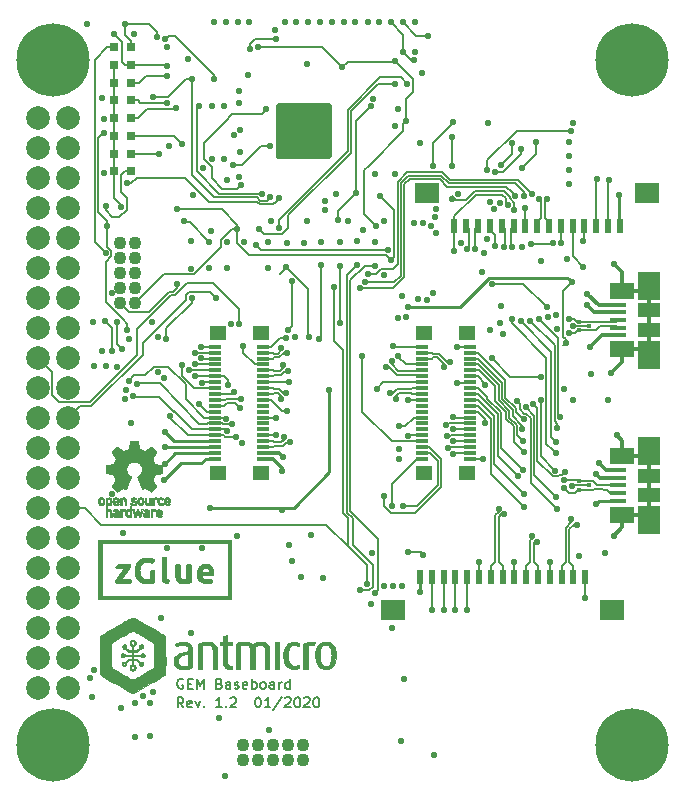
<source format=gbr>
G04 #@! TF.GenerationSoftware,KiCad,Pcbnew,5.1.5+dfsg1-2~bpo10+1*
G04 #@! TF.CreationDate,2020-02-19T22:44:21+01:00*
G04 #@! TF.ProjectId,gem-demo-board,67656d2d-6465-46d6-9f2d-626f6172642e,rev?*
G04 #@! TF.SameCoordinates,Original*
G04 #@! TF.FileFunction,Copper,L1,Top*
G04 #@! TF.FilePolarity,Positive*
%FSLAX46Y46*%
G04 Gerber Fmt 4.6, Leading zero omitted, Abs format (unit mm)*
G04 Created by KiCad (PCBNEW 5.1.5+dfsg1-2~bpo10+1) date 2020-02-19 22:44:21*
%MOMM*%
%LPD*%
G04 APERTURE LIST*
%ADD10C,0.180000*%
%ADD11C,0.010000*%
%ADD12C,0.001860*%
%ADD13C,1.100000*%
%ADD14R,0.600000X1.300000*%
%ADD15R,2.000000X1.800000*%
%ADD16C,0.500000*%
%ADD17C,0.100000*%
%ADD18R,0.800000X0.800000*%
%ADD19C,6.200000*%
%ADD20R,0.300000X0.300000*%
%ADD21R,1.100000X0.300000*%
%ADD22R,1.320000X1.300000*%
%ADD23C,2.000000*%
%ADD24R,1.380000X0.450000*%
%ADD25R,2.100000X1.475000*%
%ADD26R,1.900000X1.175000*%
%ADD27R,1.900000X2.375000*%
%ADD28C,0.550000*%
%ADD29C,0.200000*%
%ADD30C,0.150000*%
%ADD31C,0.300000*%
%ADD32C,0.250000*%
G04 APERTURE END LIST*
D10*
X42350476Y-89044523D02*
X42067142Y-88639761D01*
X41864761Y-89044523D02*
X41864761Y-88194523D01*
X42188571Y-88194523D01*
X42269523Y-88235000D01*
X42310000Y-88275476D01*
X42350476Y-88356428D01*
X42350476Y-88477857D01*
X42310000Y-88558809D01*
X42269523Y-88599285D01*
X42188571Y-88639761D01*
X41864761Y-88639761D01*
X43038571Y-89004047D02*
X42957619Y-89044523D01*
X42795714Y-89044523D01*
X42714761Y-89004047D01*
X42674285Y-88923095D01*
X42674285Y-88599285D01*
X42714761Y-88518333D01*
X42795714Y-88477857D01*
X42957619Y-88477857D01*
X43038571Y-88518333D01*
X43079047Y-88599285D01*
X43079047Y-88680238D01*
X42674285Y-88761190D01*
X43362380Y-88477857D02*
X43564761Y-89044523D01*
X43767142Y-88477857D01*
X44090952Y-88963571D02*
X44131428Y-89004047D01*
X44090952Y-89044523D01*
X44050476Y-89004047D01*
X44090952Y-88963571D01*
X44090952Y-89044523D01*
X45588571Y-89044523D02*
X45102857Y-89044523D01*
X45345714Y-89044523D02*
X45345714Y-88194523D01*
X45264761Y-88315952D01*
X45183809Y-88396904D01*
X45102857Y-88437380D01*
X45952857Y-88963571D02*
X45993333Y-89004047D01*
X45952857Y-89044523D01*
X45912380Y-89004047D01*
X45952857Y-88963571D01*
X45952857Y-89044523D01*
X46317142Y-88275476D02*
X46357619Y-88235000D01*
X46438571Y-88194523D01*
X46640952Y-88194523D01*
X46721904Y-88235000D01*
X46762380Y-88275476D01*
X46802857Y-88356428D01*
X46802857Y-88437380D01*
X46762380Y-88558809D01*
X46276666Y-89044523D01*
X46802857Y-89044523D01*
X48624285Y-88194523D02*
X48705238Y-88194523D01*
X48786190Y-88235000D01*
X48826666Y-88275476D01*
X48867142Y-88356428D01*
X48907619Y-88518333D01*
X48907619Y-88720714D01*
X48867142Y-88882619D01*
X48826666Y-88963571D01*
X48786190Y-89004047D01*
X48705238Y-89044523D01*
X48624285Y-89044523D01*
X48543333Y-89004047D01*
X48502857Y-88963571D01*
X48462380Y-88882619D01*
X48421904Y-88720714D01*
X48421904Y-88518333D01*
X48462380Y-88356428D01*
X48502857Y-88275476D01*
X48543333Y-88235000D01*
X48624285Y-88194523D01*
X49717142Y-89044523D02*
X49231428Y-89044523D01*
X49474285Y-89044523D02*
X49474285Y-88194523D01*
X49393333Y-88315952D01*
X49312380Y-88396904D01*
X49231428Y-88437380D01*
X50688571Y-88154047D02*
X49960000Y-89246904D01*
X50931428Y-88275476D02*
X50971904Y-88235000D01*
X51052857Y-88194523D01*
X51255238Y-88194523D01*
X51336190Y-88235000D01*
X51376666Y-88275476D01*
X51417142Y-88356428D01*
X51417142Y-88437380D01*
X51376666Y-88558809D01*
X50890952Y-89044523D01*
X51417142Y-89044523D01*
X51943333Y-88194523D02*
X52024285Y-88194523D01*
X52105238Y-88235000D01*
X52145714Y-88275476D01*
X52186190Y-88356428D01*
X52226666Y-88518333D01*
X52226666Y-88720714D01*
X52186190Y-88882619D01*
X52145714Y-88963571D01*
X52105238Y-89004047D01*
X52024285Y-89044523D01*
X51943333Y-89044523D01*
X51862380Y-89004047D01*
X51821904Y-88963571D01*
X51781428Y-88882619D01*
X51740952Y-88720714D01*
X51740952Y-88518333D01*
X51781428Y-88356428D01*
X51821904Y-88275476D01*
X51862380Y-88235000D01*
X51943333Y-88194523D01*
X52550476Y-88275476D02*
X52590952Y-88235000D01*
X52671904Y-88194523D01*
X52874285Y-88194523D01*
X52955238Y-88235000D01*
X52995714Y-88275476D01*
X53036190Y-88356428D01*
X53036190Y-88437380D01*
X52995714Y-88558809D01*
X52510000Y-89044523D01*
X53036190Y-89044523D01*
X53562380Y-88194523D02*
X53643333Y-88194523D01*
X53724285Y-88235000D01*
X53764761Y-88275476D01*
X53805238Y-88356428D01*
X53845714Y-88518333D01*
X53845714Y-88720714D01*
X53805238Y-88882619D01*
X53764761Y-88963571D01*
X53724285Y-89004047D01*
X53643333Y-89044523D01*
X53562380Y-89044523D01*
X53481428Y-89004047D01*
X53440952Y-88963571D01*
X53400476Y-88882619D01*
X53360000Y-88720714D01*
X53360000Y-88518333D01*
X53400476Y-88356428D01*
X53440952Y-88275476D01*
X53481428Y-88235000D01*
X53562380Y-88194523D01*
X42309999Y-86660000D02*
X42229047Y-86619523D01*
X42107618Y-86619523D01*
X41986190Y-86660000D01*
X41905237Y-86740952D01*
X41864761Y-86821904D01*
X41824285Y-86983809D01*
X41824285Y-87105238D01*
X41864761Y-87267142D01*
X41905237Y-87348095D01*
X41986190Y-87429047D01*
X42107618Y-87469523D01*
X42188571Y-87469523D01*
X42309999Y-87429047D01*
X42350476Y-87388571D01*
X42350476Y-87105238D01*
X42188571Y-87105238D01*
X42714761Y-87024285D02*
X42998095Y-87024285D01*
X43119523Y-87469523D02*
X42714761Y-87469523D01*
X42714761Y-86619523D01*
X43119523Y-86619523D01*
X43483809Y-87469523D02*
X43483809Y-86619523D01*
X43767142Y-87226666D01*
X44050476Y-86619523D01*
X44050476Y-87469523D01*
X45386190Y-87024285D02*
X45507618Y-87064761D01*
X45548095Y-87105238D01*
X45588571Y-87186190D01*
X45588571Y-87307619D01*
X45548095Y-87388571D01*
X45507618Y-87429047D01*
X45426666Y-87469523D01*
X45102856Y-87469523D01*
X45102856Y-86619523D01*
X45386190Y-86619523D01*
X45467142Y-86660000D01*
X45507618Y-86700476D01*
X45548095Y-86781428D01*
X45548095Y-86862380D01*
X45507618Y-86943333D01*
X45467142Y-86983809D01*
X45386190Y-87024285D01*
X45102856Y-87024285D01*
X46317142Y-87469523D02*
X46317142Y-87024285D01*
X46276666Y-86943333D01*
X46195714Y-86902857D01*
X46033809Y-86902857D01*
X45952856Y-86943333D01*
X46317142Y-87429047D02*
X46236190Y-87469523D01*
X46033809Y-87469523D01*
X45952856Y-87429047D01*
X45912380Y-87348095D01*
X45912380Y-87267142D01*
X45952856Y-87186190D01*
X46033809Y-87145714D01*
X46236190Y-87145714D01*
X46317142Y-87105238D01*
X46681428Y-87429047D02*
X46762380Y-87469523D01*
X46924285Y-87469523D01*
X47005237Y-87429047D01*
X47045714Y-87348095D01*
X47045714Y-87307619D01*
X47005237Y-87226666D01*
X46924285Y-87186190D01*
X46802856Y-87186190D01*
X46721904Y-87145714D01*
X46681428Y-87064761D01*
X46681428Y-87024285D01*
X46721904Y-86943333D01*
X46802856Y-86902857D01*
X46924285Y-86902857D01*
X47005237Y-86943333D01*
X47733809Y-87429047D02*
X47652856Y-87469523D01*
X47490952Y-87469523D01*
X47409999Y-87429047D01*
X47369523Y-87348095D01*
X47369523Y-87024285D01*
X47409999Y-86943333D01*
X47490952Y-86902857D01*
X47652856Y-86902857D01*
X47733809Y-86943333D01*
X47774285Y-87024285D01*
X47774285Y-87105238D01*
X47369523Y-87186190D01*
X48138571Y-87469523D02*
X48138571Y-86619523D01*
X48138571Y-86943333D02*
X48219523Y-86902857D01*
X48381428Y-86902857D01*
X48462380Y-86943333D01*
X48502856Y-86983809D01*
X48543333Y-87064761D01*
X48543333Y-87307619D01*
X48502856Y-87388571D01*
X48462380Y-87429047D01*
X48381428Y-87469523D01*
X48219523Y-87469523D01*
X48138571Y-87429047D01*
X49029047Y-87469523D02*
X48948095Y-87429047D01*
X48907618Y-87388571D01*
X48867142Y-87307619D01*
X48867142Y-87064761D01*
X48907618Y-86983809D01*
X48948095Y-86943333D01*
X49029047Y-86902857D01*
X49150476Y-86902857D01*
X49231428Y-86943333D01*
X49271904Y-86983809D01*
X49312380Y-87064761D01*
X49312380Y-87307619D01*
X49271904Y-87388571D01*
X49231428Y-87429047D01*
X49150476Y-87469523D01*
X49029047Y-87469523D01*
X50040952Y-87469523D02*
X50040952Y-87024285D01*
X50000476Y-86943333D01*
X49919523Y-86902857D01*
X49757618Y-86902857D01*
X49676666Y-86943333D01*
X50040952Y-87429047D02*
X49959999Y-87469523D01*
X49757618Y-87469523D01*
X49676666Y-87429047D01*
X49636190Y-87348095D01*
X49636190Y-87267142D01*
X49676666Y-87186190D01*
X49757618Y-87145714D01*
X49959999Y-87145714D01*
X50040952Y-87105238D01*
X50445714Y-87469523D02*
X50445714Y-86902857D01*
X50445714Y-87064761D02*
X50486190Y-86983809D01*
X50526666Y-86943333D01*
X50607618Y-86902857D01*
X50688571Y-86902857D01*
X51336190Y-87469523D02*
X51336190Y-86619523D01*
X51336190Y-87429047D02*
X51255237Y-87469523D01*
X51093333Y-87469523D01*
X51012380Y-87429047D01*
X50971904Y-87388571D01*
X50931428Y-87307619D01*
X50931428Y-87064761D01*
X50971904Y-86983809D01*
X51012380Y-86943333D01*
X51093333Y-86902857D01*
X51255237Y-86902857D01*
X51336190Y-86943333D01*
D11*
G36*
X42886462Y-76933778D02*
G01*
X42903725Y-76944286D01*
X42920168Y-76958823D01*
X42934899Y-76976341D01*
X42947023Y-76995788D01*
X42955072Y-77014376D01*
X42960750Y-77031070D01*
X42961456Y-77687660D01*
X42961516Y-77751406D01*
X42961556Y-77813002D01*
X42961576Y-77872275D01*
X42961576Y-77929049D01*
X42961558Y-77983150D01*
X42961522Y-78034404D01*
X42961468Y-78082637D01*
X42961396Y-78127675D01*
X42961307Y-78169343D01*
X42961201Y-78207467D01*
X42961079Y-78241873D01*
X42960941Y-78272386D01*
X42960788Y-78298833D01*
X42960620Y-78321038D01*
X42960437Y-78338829D01*
X42960239Y-78352029D01*
X42960028Y-78360466D01*
X42959847Y-78363696D01*
X42955240Y-78385747D01*
X42946874Y-78405025D01*
X42934521Y-78421789D01*
X42917956Y-78436294D01*
X42896952Y-78448801D01*
X42877666Y-78457209D01*
X42862796Y-78462454D01*
X42843794Y-78468446D01*
X42821513Y-78474967D01*
X42796809Y-78481798D01*
X42770536Y-78488723D01*
X42743550Y-78495524D01*
X42716705Y-78501982D01*
X42690856Y-78507881D01*
X42666857Y-78513002D01*
X42645564Y-78517127D01*
X42635992Y-78518782D01*
X42629484Y-78519818D01*
X42623211Y-78520717D01*
X42616769Y-78521489D01*
X42609752Y-78522145D01*
X42601753Y-78522697D01*
X42592369Y-78523156D01*
X42581192Y-78523532D01*
X42567818Y-78523836D01*
X42551841Y-78524081D01*
X42532855Y-78524275D01*
X42510455Y-78524432D01*
X42484235Y-78524560D01*
X42453791Y-78524673D01*
X42418715Y-78524780D01*
X42414650Y-78524792D01*
X42375494Y-78524878D01*
X42341092Y-78524898D01*
X42311117Y-78524847D01*
X42285243Y-78524719D01*
X42263142Y-78524513D01*
X42244489Y-78524222D01*
X42228956Y-78523843D01*
X42216219Y-78523372D01*
X42205950Y-78522804D01*
X42197823Y-78522135D01*
X42196210Y-78521965D01*
X42138380Y-78513624D01*
X42084047Y-78501758D01*
X42033257Y-78486382D01*
X41986056Y-78467515D01*
X41942491Y-78445172D01*
X41902607Y-78419371D01*
X41892680Y-78411970D01*
X41853939Y-78379048D01*
X41818572Y-78342420D01*
X41786691Y-78302278D01*
X41758409Y-78258812D01*
X41733839Y-78212213D01*
X41713094Y-78162671D01*
X41696288Y-78110379D01*
X41684608Y-78061040D01*
X41682949Y-78052790D01*
X41681428Y-78045282D01*
X41680039Y-78038278D01*
X41678775Y-78031538D01*
X41677629Y-78024824D01*
X41676596Y-78017895D01*
X41675669Y-78010514D01*
X41674842Y-78002442D01*
X41674107Y-77993439D01*
X41673460Y-77983267D01*
X41672893Y-77971686D01*
X41672400Y-77958457D01*
X41671975Y-77943343D01*
X41671611Y-77926103D01*
X41671302Y-77906499D01*
X41671041Y-77884291D01*
X41670823Y-77859242D01*
X41670640Y-77831111D01*
X41670487Y-77799660D01*
X41670356Y-77764650D01*
X41670242Y-77725842D01*
X41670139Y-77682998D01*
X41670039Y-77635877D01*
X41669937Y-77584241D01*
X41669826Y-77527852D01*
X41669782Y-77506050D01*
X41669665Y-77444819D01*
X41669575Y-77388502D01*
X41669512Y-77336929D01*
X41669477Y-77289935D01*
X41669470Y-77247350D01*
X41669494Y-77209008D01*
X41669547Y-77174742D01*
X41669631Y-77144384D01*
X41669746Y-77117767D01*
X41669894Y-77094722D01*
X41670075Y-77075084D01*
X41670290Y-77058684D01*
X41670538Y-77045355D01*
X41670822Y-77034929D01*
X41671142Y-77027240D01*
X41671498Y-77022120D01*
X41671835Y-77019640D01*
X41679158Y-76997242D01*
X41690743Y-76977373D01*
X41706268Y-76960376D01*
X41725408Y-76946591D01*
X41747842Y-76936361D01*
X41751710Y-76935079D01*
X41756746Y-76933562D01*
X41761626Y-76932346D01*
X41766965Y-76931397D01*
X41773376Y-76930683D01*
X41781474Y-76930171D01*
X41791873Y-76929826D01*
X41805187Y-76929617D01*
X41822032Y-76929511D01*
X41843021Y-76929473D01*
X41855850Y-76929470D01*
X41879457Y-76929491D01*
X41898575Y-76929576D01*
X41913792Y-76929750D01*
X41925698Y-76930044D01*
X41934884Y-76930485D01*
X41941939Y-76931101D01*
X41947452Y-76931921D01*
X41952014Y-76932972D01*
X41956180Y-76934272D01*
X41976664Y-76943966D01*
X41994791Y-76958112D01*
X42010484Y-76976625D01*
X42023665Y-76999419D01*
X42031919Y-77019446D01*
X42032440Y-77021264D01*
X42032918Y-77023795D01*
X42033356Y-77027263D01*
X42033757Y-77031892D01*
X42034124Y-77037908D01*
X42034458Y-77045533D01*
X42034763Y-77054993D01*
X42035042Y-77066511D01*
X42035297Y-77080311D01*
X42035530Y-77096619D01*
X42035745Y-77115657D01*
X42035945Y-77137650D01*
X42036131Y-77162823D01*
X42036307Y-77191399D01*
X42036475Y-77223603D01*
X42036639Y-77259659D01*
X42036800Y-77299790D01*
X42036961Y-77344222D01*
X42037125Y-77393179D01*
X42037296Y-77446884D01*
X42037380Y-77474300D01*
X42038730Y-77917530D01*
X42046798Y-77946740D01*
X42053209Y-77968698D01*
X42060326Y-77990931D01*
X42067742Y-78012286D01*
X42075046Y-78031612D01*
X42081831Y-78047757D01*
X42085106Y-78054690D01*
X42096735Y-78076027D01*
X42109223Y-78094582D01*
X42124087Y-78112511D01*
X42130900Y-78119846D01*
X42156307Y-78143118D01*
X42184884Y-78162856D01*
X42216828Y-78179157D01*
X42252338Y-78192119D01*
X42291610Y-78201839D01*
X42301620Y-78203700D01*
X42314027Y-78205227D01*
X42330414Y-78206295D01*
X42349700Y-78206915D01*
X42370807Y-78207096D01*
X42392655Y-78206847D01*
X42414165Y-78206179D01*
X42434257Y-78205101D01*
X42451853Y-78203624D01*
X42462910Y-78202237D01*
X42491189Y-78197359D01*
X42514719Y-78192002D01*
X42533816Y-78186060D01*
X42548797Y-78179427D01*
X42559977Y-78171996D01*
X42563781Y-78168440D01*
X42568662Y-78162486D01*
X42574618Y-78154068D01*
X42579579Y-78146279D01*
X42588640Y-78131188D01*
X42588640Y-77583568D01*
X42588643Y-77520759D01*
X42588652Y-77462830D01*
X42588671Y-77409581D01*
X42588699Y-77360813D01*
X42588738Y-77316324D01*
X42588789Y-77275917D01*
X42588855Y-77239389D01*
X42588935Y-77206542D01*
X42589032Y-77177176D01*
X42589147Y-77151090D01*
X42589282Y-77128086D01*
X42589437Y-77107961D01*
X42589615Y-77090518D01*
X42589816Y-77075556D01*
X42590041Y-77062875D01*
X42590293Y-77052275D01*
X42590573Y-77043556D01*
X42590882Y-77036518D01*
X42591221Y-77030962D01*
X42591592Y-77026687D01*
X42591996Y-77023494D01*
X42592435Y-77021182D01*
X42592527Y-77020808D01*
X42600554Y-76997786D01*
X42612050Y-76978156D01*
X42627232Y-76961709D01*
X42646315Y-76948237D01*
X42669517Y-76937532D01*
X42683979Y-76932786D01*
X42689739Y-76931181D01*
X42695161Y-76929899D01*
X42700886Y-76928904D01*
X42707559Y-76928160D01*
X42715822Y-76927630D01*
X42726319Y-76927278D01*
X42739692Y-76927069D01*
X42756586Y-76926965D01*
X42777642Y-76926932D01*
X42788030Y-76926930D01*
X42871850Y-76926930D01*
X42886462Y-76933778D01*
G37*
X42886462Y-76933778D02*
X42903725Y-76944286D01*
X42920168Y-76958823D01*
X42934899Y-76976341D01*
X42947023Y-76995788D01*
X42955072Y-77014376D01*
X42960750Y-77031070D01*
X42961456Y-77687660D01*
X42961516Y-77751406D01*
X42961556Y-77813002D01*
X42961576Y-77872275D01*
X42961576Y-77929049D01*
X42961558Y-77983150D01*
X42961522Y-78034404D01*
X42961468Y-78082637D01*
X42961396Y-78127675D01*
X42961307Y-78169343D01*
X42961201Y-78207467D01*
X42961079Y-78241873D01*
X42960941Y-78272386D01*
X42960788Y-78298833D01*
X42960620Y-78321038D01*
X42960437Y-78338829D01*
X42960239Y-78352029D01*
X42960028Y-78360466D01*
X42959847Y-78363696D01*
X42955240Y-78385747D01*
X42946874Y-78405025D01*
X42934521Y-78421789D01*
X42917956Y-78436294D01*
X42896952Y-78448801D01*
X42877666Y-78457209D01*
X42862796Y-78462454D01*
X42843794Y-78468446D01*
X42821513Y-78474967D01*
X42796809Y-78481798D01*
X42770536Y-78488723D01*
X42743550Y-78495524D01*
X42716705Y-78501982D01*
X42690856Y-78507881D01*
X42666857Y-78513002D01*
X42645564Y-78517127D01*
X42635992Y-78518782D01*
X42629484Y-78519818D01*
X42623211Y-78520717D01*
X42616769Y-78521489D01*
X42609752Y-78522145D01*
X42601753Y-78522697D01*
X42592369Y-78523156D01*
X42581192Y-78523532D01*
X42567818Y-78523836D01*
X42551841Y-78524081D01*
X42532855Y-78524275D01*
X42510455Y-78524432D01*
X42484235Y-78524560D01*
X42453791Y-78524673D01*
X42418715Y-78524780D01*
X42414650Y-78524792D01*
X42375494Y-78524878D01*
X42341092Y-78524898D01*
X42311117Y-78524847D01*
X42285243Y-78524719D01*
X42263142Y-78524513D01*
X42244489Y-78524222D01*
X42228956Y-78523843D01*
X42216219Y-78523372D01*
X42205950Y-78522804D01*
X42197823Y-78522135D01*
X42196210Y-78521965D01*
X42138380Y-78513624D01*
X42084047Y-78501758D01*
X42033257Y-78486382D01*
X41986056Y-78467515D01*
X41942491Y-78445172D01*
X41902607Y-78419371D01*
X41892680Y-78411970D01*
X41853939Y-78379048D01*
X41818572Y-78342420D01*
X41786691Y-78302278D01*
X41758409Y-78258812D01*
X41733839Y-78212213D01*
X41713094Y-78162671D01*
X41696288Y-78110379D01*
X41684608Y-78061040D01*
X41682949Y-78052790D01*
X41681428Y-78045282D01*
X41680039Y-78038278D01*
X41678775Y-78031538D01*
X41677629Y-78024824D01*
X41676596Y-78017895D01*
X41675669Y-78010514D01*
X41674842Y-78002442D01*
X41674107Y-77993439D01*
X41673460Y-77983267D01*
X41672893Y-77971686D01*
X41672400Y-77958457D01*
X41671975Y-77943343D01*
X41671611Y-77926103D01*
X41671302Y-77906499D01*
X41671041Y-77884291D01*
X41670823Y-77859242D01*
X41670640Y-77831111D01*
X41670487Y-77799660D01*
X41670356Y-77764650D01*
X41670242Y-77725842D01*
X41670139Y-77682998D01*
X41670039Y-77635877D01*
X41669937Y-77584241D01*
X41669826Y-77527852D01*
X41669782Y-77506050D01*
X41669665Y-77444819D01*
X41669575Y-77388502D01*
X41669512Y-77336929D01*
X41669477Y-77289935D01*
X41669470Y-77247350D01*
X41669494Y-77209008D01*
X41669547Y-77174742D01*
X41669631Y-77144384D01*
X41669746Y-77117767D01*
X41669894Y-77094722D01*
X41670075Y-77075084D01*
X41670290Y-77058684D01*
X41670538Y-77045355D01*
X41670822Y-77034929D01*
X41671142Y-77027240D01*
X41671498Y-77022120D01*
X41671835Y-77019640D01*
X41679158Y-76997242D01*
X41690743Y-76977373D01*
X41706268Y-76960376D01*
X41725408Y-76946591D01*
X41747842Y-76936361D01*
X41751710Y-76935079D01*
X41756746Y-76933562D01*
X41761626Y-76932346D01*
X41766965Y-76931397D01*
X41773376Y-76930683D01*
X41781474Y-76930171D01*
X41791873Y-76929826D01*
X41805187Y-76929617D01*
X41822032Y-76929511D01*
X41843021Y-76929473D01*
X41855850Y-76929470D01*
X41879457Y-76929491D01*
X41898575Y-76929576D01*
X41913792Y-76929750D01*
X41925698Y-76930044D01*
X41934884Y-76930485D01*
X41941939Y-76931101D01*
X41947452Y-76931921D01*
X41952014Y-76932972D01*
X41956180Y-76934272D01*
X41976664Y-76943966D01*
X41994791Y-76958112D01*
X42010484Y-76976625D01*
X42023665Y-76999419D01*
X42031919Y-77019446D01*
X42032440Y-77021264D01*
X42032918Y-77023795D01*
X42033356Y-77027263D01*
X42033757Y-77031892D01*
X42034124Y-77037908D01*
X42034458Y-77045533D01*
X42034763Y-77054993D01*
X42035042Y-77066511D01*
X42035297Y-77080311D01*
X42035530Y-77096619D01*
X42035745Y-77115657D01*
X42035945Y-77137650D01*
X42036131Y-77162823D01*
X42036307Y-77191399D01*
X42036475Y-77223603D01*
X42036639Y-77259659D01*
X42036800Y-77299790D01*
X42036961Y-77344222D01*
X42037125Y-77393179D01*
X42037296Y-77446884D01*
X42037380Y-77474300D01*
X42038730Y-77917530D01*
X42046798Y-77946740D01*
X42053209Y-77968698D01*
X42060326Y-77990931D01*
X42067742Y-78012286D01*
X42075046Y-78031612D01*
X42081831Y-78047757D01*
X42085106Y-78054690D01*
X42096735Y-78076027D01*
X42109223Y-78094582D01*
X42124087Y-78112511D01*
X42130900Y-78119846D01*
X42156307Y-78143118D01*
X42184884Y-78162856D01*
X42216828Y-78179157D01*
X42252338Y-78192119D01*
X42291610Y-78201839D01*
X42301620Y-78203700D01*
X42314027Y-78205227D01*
X42330414Y-78206295D01*
X42349700Y-78206915D01*
X42370807Y-78207096D01*
X42392655Y-78206847D01*
X42414165Y-78206179D01*
X42434257Y-78205101D01*
X42451853Y-78203624D01*
X42462910Y-78202237D01*
X42491189Y-78197359D01*
X42514719Y-78192002D01*
X42533816Y-78186060D01*
X42548797Y-78179427D01*
X42559977Y-78171996D01*
X42563781Y-78168440D01*
X42568662Y-78162486D01*
X42574618Y-78154068D01*
X42579579Y-78146279D01*
X42588640Y-78131188D01*
X42588640Y-77583568D01*
X42588643Y-77520759D01*
X42588652Y-77462830D01*
X42588671Y-77409581D01*
X42588699Y-77360813D01*
X42588738Y-77316324D01*
X42588789Y-77275917D01*
X42588855Y-77239389D01*
X42588935Y-77206542D01*
X42589032Y-77177176D01*
X42589147Y-77151090D01*
X42589282Y-77128086D01*
X42589437Y-77107961D01*
X42589615Y-77090518D01*
X42589816Y-77075556D01*
X42590041Y-77062875D01*
X42590293Y-77052275D01*
X42590573Y-77043556D01*
X42590882Y-77036518D01*
X42591221Y-77030962D01*
X42591592Y-77026687D01*
X42591996Y-77023494D01*
X42592435Y-77021182D01*
X42592527Y-77020808D01*
X42600554Y-76997786D01*
X42612050Y-76978156D01*
X42627232Y-76961709D01*
X42646315Y-76948237D01*
X42669517Y-76937532D01*
X42683979Y-76932786D01*
X42689739Y-76931181D01*
X42695161Y-76929899D01*
X42700886Y-76928904D01*
X42707559Y-76928160D01*
X42715822Y-76927630D01*
X42726319Y-76927278D01*
X42739692Y-76927069D01*
X42756586Y-76926965D01*
X42777642Y-76926932D01*
X42788030Y-76926930D01*
X42871850Y-76926930D01*
X42886462Y-76933778D01*
G36*
X42162701Y-74830637D02*
G01*
X42165798Y-74831951D01*
X42165730Y-74832699D01*
X42168161Y-74832873D01*
X42175671Y-74833039D01*
X42188261Y-74833200D01*
X42205929Y-74833355D01*
X42228675Y-74833504D01*
X42256499Y-74833646D01*
X42289400Y-74833783D01*
X42327377Y-74833913D01*
X42370431Y-74834037D01*
X42418560Y-74834155D01*
X42471765Y-74834267D01*
X42530044Y-74834373D01*
X42593397Y-74834473D01*
X42661824Y-74834567D01*
X42735324Y-74834654D01*
X42813897Y-74834736D01*
X42897542Y-74834811D01*
X42986259Y-74834880D01*
X43080047Y-74834944D01*
X43178906Y-74835001D01*
X43282835Y-74835052D01*
X43391834Y-74835097D01*
X43505902Y-74835135D01*
X43625040Y-74835168D01*
X43749245Y-74835194D01*
X43878518Y-74835215D01*
X44012859Y-74835229D01*
X44152267Y-74835237D01*
X44273272Y-74835240D01*
X44403182Y-74835241D01*
X44528093Y-74835246D01*
X44648088Y-74835253D01*
X44763248Y-74835265D01*
X44873655Y-74835279D01*
X44979390Y-74835297D01*
X45080534Y-74835319D01*
X45177170Y-74835345D01*
X45269380Y-74835374D01*
X45357244Y-74835408D01*
X45440844Y-74835446D01*
X45520263Y-74835488D01*
X45595581Y-74835534D01*
X45666881Y-74835585D01*
X45734243Y-74835641D01*
X45797750Y-74835701D01*
X45857484Y-74835766D01*
X45913526Y-74835836D01*
X45965957Y-74835911D01*
X46014859Y-74835992D01*
X46060314Y-74836078D01*
X46102404Y-74836169D01*
X46141210Y-74836266D01*
X46176814Y-74836368D01*
X46209297Y-74836477D01*
X46238741Y-74836591D01*
X46265228Y-74836711D01*
X46288839Y-74836837D01*
X46309656Y-74836970D01*
X46327761Y-74837109D01*
X46343236Y-74837255D01*
X46356161Y-74837407D01*
X46366619Y-74837566D01*
X46374691Y-74837732D01*
X46380459Y-74837905D01*
X46384004Y-74838085D01*
X46385409Y-74838272D01*
X46385432Y-74838288D01*
X46385602Y-74840978D01*
X46385768Y-74848618D01*
X46385930Y-74861074D01*
X46386087Y-74878214D01*
X46386240Y-74899908D01*
X46386388Y-74926023D01*
X46386532Y-74956428D01*
X46386672Y-74990991D01*
X46386806Y-75029581D01*
X46386937Y-75072064D01*
X46387063Y-75118311D01*
X46387184Y-75168189D01*
X46387301Y-75221566D01*
X46387413Y-75278311D01*
X46387521Y-75338292D01*
X46387625Y-75401377D01*
X46387724Y-75467435D01*
X46387818Y-75536334D01*
X46387908Y-75607942D01*
X46387994Y-75682127D01*
X46388075Y-75758758D01*
X46388151Y-75837703D01*
X46388223Y-75918830D01*
X46388291Y-76002008D01*
X46388354Y-76087104D01*
X46388412Y-76173988D01*
X46388467Y-76262527D01*
X46388516Y-76352590D01*
X46388561Y-76444045D01*
X46388602Y-76536760D01*
X46388638Y-76630604D01*
X46388670Y-76725444D01*
X46388697Y-76821150D01*
X46388720Y-76917589D01*
X46388738Y-77014630D01*
X46388752Y-77112141D01*
X46388761Y-77209990D01*
X46388766Y-77308046D01*
X46388766Y-77406176D01*
X46388762Y-77504250D01*
X46388753Y-77602135D01*
X46388740Y-77699700D01*
X46388723Y-77796812D01*
X46388700Y-77893341D01*
X46388674Y-77989155D01*
X46388643Y-78084122D01*
X46388607Y-78178109D01*
X46388567Y-78270986D01*
X46388523Y-78362621D01*
X46388474Y-78452882D01*
X46388420Y-78541637D01*
X46388362Y-78628754D01*
X46388300Y-78714103D01*
X46388233Y-78797550D01*
X46388161Y-78878965D01*
X46388085Y-78958216D01*
X46388005Y-79035170D01*
X46387920Y-79109697D01*
X46387831Y-79181665D01*
X46387737Y-79250941D01*
X46387638Y-79317394D01*
X46387536Y-79380893D01*
X46387428Y-79441306D01*
X46387317Y-79498500D01*
X46387200Y-79552345D01*
X46387079Y-79602709D01*
X46386954Y-79649459D01*
X46386824Y-79692464D01*
X46386690Y-79731593D01*
X46386552Y-79766714D01*
X46386408Y-79797694D01*
X46386261Y-79824403D01*
X46386109Y-79846708D01*
X46385952Y-79864478D01*
X46385791Y-79877581D01*
X46385625Y-79885886D01*
X46385455Y-79889261D01*
X46385432Y-79889331D01*
X46384286Y-79889447D01*
X46381052Y-79889560D01*
X46375679Y-79889671D01*
X46368115Y-79889778D01*
X46358313Y-79889883D01*
X46346220Y-79889985D01*
X46331787Y-79890084D01*
X46314964Y-79890181D01*
X46295701Y-79890275D01*
X46273947Y-79890367D01*
X46249653Y-79890456D01*
X46222767Y-79890542D01*
X46193241Y-79890626D01*
X46161023Y-79890707D01*
X46126064Y-79890786D01*
X46088313Y-79890862D01*
X46047721Y-79890936D01*
X46004236Y-79891008D01*
X45957809Y-79891077D01*
X45908391Y-79891144D01*
X45855929Y-79891208D01*
X45800375Y-79891271D01*
X45741678Y-79891331D01*
X45679788Y-79891388D01*
X45614655Y-79891444D01*
X45546229Y-79891497D01*
X45474459Y-79891548D01*
X45399296Y-79891597D01*
X45320688Y-79891644D01*
X45238587Y-79891689D01*
X45152941Y-79891732D01*
X45063701Y-79891772D01*
X44970817Y-79891811D01*
X44874237Y-79891847D01*
X44773913Y-79891882D01*
X44669794Y-79891915D01*
X44561829Y-79891946D01*
X44449969Y-79891974D01*
X44334164Y-79892002D01*
X44214362Y-79892027D01*
X44090515Y-79892050D01*
X43962572Y-79892072D01*
X43830482Y-79892092D01*
X43694196Y-79892110D01*
X43553663Y-79892126D01*
X43408833Y-79892141D01*
X43259657Y-79892154D01*
X43106083Y-79892165D01*
X42948062Y-79892175D01*
X42785543Y-79892183D01*
X42618476Y-79892190D01*
X42446812Y-79892195D01*
X42270500Y-79892198D01*
X42089489Y-79892201D01*
X41903730Y-79892201D01*
X41713173Y-79892200D01*
X41517767Y-79892198D01*
X41317462Y-79892195D01*
X41112207Y-79892190D01*
X40901954Y-79892183D01*
X40771397Y-79892179D01*
X40602428Y-79892172D01*
X40434659Y-79892165D01*
X40268160Y-79892156D01*
X40103005Y-79892146D01*
X39939265Y-79892135D01*
X39777014Y-79892123D01*
X39616323Y-79892110D01*
X39457265Y-79892096D01*
X39299913Y-79892081D01*
X39144338Y-79892066D01*
X38990614Y-79892049D01*
X38838812Y-79892031D01*
X38689005Y-79892013D01*
X38541266Y-79891993D01*
X38395667Y-79891973D01*
X38252280Y-79891952D01*
X38111177Y-79891930D01*
X37972432Y-79891907D01*
X37836116Y-79891884D01*
X37702302Y-79891859D01*
X37571062Y-79891834D01*
X37442469Y-79891809D01*
X37316595Y-79891782D01*
X37193513Y-79891755D01*
X37073294Y-79891727D01*
X36956012Y-79891699D01*
X36841738Y-79891670D01*
X36730546Y-79891640D01*
X36622507Y-79891610D01*
X36517694Y-79891579D01*
X36416179Y-79891548D01*
X36318036Y-79891516D01*
X36223335Y-79891484D01*
X36132150Y-79891451D01*
X36044553Y-79891418D01*
X35960616Y-79891384D01*
X35880412Y-79891350D01*
X35804013Y-79891315D01*
X35731492Y-79891280D01*
X35662921Y-79891245D01*
X35598372Y-79891209D01*
X35537918Y-79891173D01*
X35481632Y-79891136D01*
X35429585Y-79891100D01*
X35381850Y-79891063D01*
X35338499Y-79891026D01*
X35299605Y-79890988D01*
X35265241Y-79890950D01*
X35235478Y-79890913D01*
X35210390Y-79890875D01*
X35190047Y-79890836D01*
X35174524Y-79890798D01*
X35163892Y-79890759D01*
X35158224Y-79890721D01*
X35157235Y-79890697D01*
X35157059Y-79888108D01*
X35156889Y-79880570D01*
X35156723Y-79868215D01*
X35156561Y-79851175D01*
X35156404Y-79829581D01*
X35156251Y-79803566D01*
X35156103Y-79773259D01*
X35155959Y-79738794D01*
X35155820Y-79700302D01*
X35155685Y-79657914D01*
X35155555Y-79611763D01*
X35155430Y-79561978D01*
X35155308Y-79508693D01*
X35155192Y-79452039D01*
X35155079Y-79392146D01*
X35154972Y-79329148D01*
X35154869Y-79263175D01*
X35154770Y-79194360D01*
X35154676Y-79122833D01*
X35154586Y-79048726D01*
X35154501Y-78972172D01*
X35154421Y-78893300D01*
X35154345Y-78812244D01*
X35154273Y-78729135D01*
X35154207Y-78644104D01*
X35154144Y-78557282D01*
X35154086Y-78468802D01*
X35154033Y-78378795D01*
X35153985Y-78287393D01*
X35153940Y-78194727D01*
X35153901Y-78100929D01*
X35153866Y-78006131D01*
X35153836Y-77910463D01*
X35153810Y-77814058D01*
X35153788Y-77717047D01*
X35153772Y-77619562D01*
X35153760Y-77521735D01*
X35153752Y-77423696D01*
X35153749Y-77325578D01*
X35153751Y-77227512D01*
X35153757Y-77129630D01*
X35153768Y-77032064D01*
X35153784Y-76934944D01*
X35153804Y-76838403D01*
X35153829Y-76742572D01*
X35153858Y-76647583D01*
X35153892Y-76553567D01*
X35153930Y-76460656D01*
X35153974Y-76368982D01*
X35154022Y-76278675D01*
X35154074Y-76189869D01*
X35154131Y-76102694D01*
X35154193Y-76017281D01*
X35154259Y-75933764D01*
X35154330Y-75852272D01*
X35154406Y-75772938D01*
X35154486Y-75695893D01*
X35154571Y-75621270D01*
X35154661Y-75549198D01*
X35154755Y-75479811D01*
X35154854Y-75413240D01*
X35154958Y-75349615D01*
X35155066Y-75289070D01*
X35155179Y-75231735D01*
X35155297Y-75177742D01*
X35155406Y-75132420D01*
X35448700Y-75132420D01*
X35448700Y-79595200D01*
X46090457Y-79595200D01*
X46092147Y-79044655D01*
X46092244Y-79010585D01*
X46092339Y-78971631D01*
X46092432Y-78927991D01*
X46092524Y-78879861D01*
X46092614Y-78827436D01*
X46092702Y-78770915D01*
X46092788Y-78710493D01*
X46092871Y-78646366D01*
X46092952Y-78578732D01*
X46093031Y-78507787D01*
X46093107Y-78433728D01*
X46093180Y-78356751D01*
X46093250Y-78277052D01*
X46093317Y-78194829D01*
X46093380Y-78110277D01*
X46093440Y-78023594D01*
X46093497Y-77934976D01*
X46093549Y-77844619D01*
X46093598Y-77752720D01*
X46093643Y-77659475D01*
X46093683Y-77565082D01*
X46093720Y-77469736D01*
X46093751Y-77373635D01*
X46093778Y-77276974D01*
X46093801Y-77179951D01*
X46093818Y-77082761D01*
X46093830Y-76985602D01*
X46093837Y-76888670D01*
X46093839Y-76813265D01*
X46093840Y-75132420D01*
X35448700Y-75132420D01*
X35155406Y-75132420D01*
X35155419Y-75127223D01*
X35155546Y-75080309D01*
X35155678Y-75037132D01*
X35155814Y-74997823D01*
X35155955Y-74962514D01*
X35156101Y-74931337D01*
X35156252Y-74904424D01*
X35156407Y-74881904D01*
X35156567Y-74863912D01*
X35156731Y-74850577D01*
X35156901Y-74842032D01*
X35157075Y-74838408D01*
X35157107Y-74838288D01*
X35158289Y-74838141D01*
X35161578Y-74837999D01*
X35167039Y-74837861D01*
X35174734Y-74837728D01*
X35184728Y-74837599D01*
X35197084Y-74837473D01*
X35211865Y-74837352D01*
X35229135Y-74837235D01*
X35248958Y-74837123D01*
X35271397Y-74837014D01*
X35296515Y-74836908D01*
X35324377Y-74836807D01*
X35355045Y-74836709D01*
X35388583Y-74836616D01*
X35425055Y-74836525D01*
X35464524Y-74836439D01*
X35507054Y-74836356D01*
X35552708Y-74836276D01*
X35601550Y-74836200D01*
X35653644Y-74836128D01*
X35709052Y-74836058D01*
X35767838Y-74835992D01*
X35830067Y-74835929D01*
X35895801Y-74835869D01*
X35965103Y-74835813D01*
X36038039Y-74835759D01*
X36114670Y-74835709D01*
X36195061Y-74835661D01*
X36279275Y-74835616D01*
X36367375Y-74835574D01*
X36459426Y-74835535D01*
X36555490Y-74835499D01*
X36655632Y-74835465D01*
X36759914Y-74835434D01*
X36868400Y-74835405D01*
X36981155Y-74835379D01*
X37098240Y-74835355D01*
X37219720Y-74835334D01*
X37345659Y-74835315D01*
X37476120Y-74835298D01*
X37611166Y-74835284D01*
X37750860Y-74835271D01*
X37895268Y-74835261D01*
X38044451Y-74835253D01*
X38198474Y-74835247D01*
X38357400Y-74835242D01*
X38521292Y-74835240D01*
X38653567Y-74835240D01*
X38839281Y-74835238D01*
X39019922Y-74835232D01*
X39195492Y-74835223D01*
X39365989Y-74835210D01*
X39531414Y-74835193D01*
X39691766Y-74835173D01*
X39847046Y-74835149D01*
X39997252Y-74835121D01*
X40142385Y-74835090D01*
X40282444Y-74835055D01*
X40417429Y-74835016D01*
X40547341Y-74834974D01*
X40672178Y-74834928D01*
X40791940Y-74834878D01*
X40906628Y-74834824D01*
X41016241Y-74834767D01*
X41120779Y-74834706D01*
X41220241Y-74834642D01*
X41314627Y-74834573D01*
X41403938Y-74834501D01*
X41488173Y-74834426D01*
X41567331Y-74834346D01*
X41641413Y-74834263D01*
X41710418Y-74834177D01*
X41774346Y-74834086D01*
X41833196Y-74833992D01*
X41886969Y-74833894D01*
X41935665Y-74833793D01*
X41979283Y-74833688D01*
X42017822Y-74833579D01*
X42051283Y-74833466D01*
X42079665Y-74833350D01*
X42102969Y-74833230D01*
X42121194Y-74833107D01*
X42134339Y-74832979D01*
X42142405Y-74832848D01*
X42145391Y-74832714D01*
X42145410Y-74832700D01*
X42146621Y-74831091D01*
X42152164Y-74830245D01*
X42155570Y-74830160D01*
X42162701Y-74830637D01*
G37*
X42162701Y-74830637D02*
X42165798Y-74831951D01*
X42165730Y-74832699D01*
X42168161Y-74832873D01*
X42175671Y-74833039D01*
X42188261Y-74833200D01*
X42205929Y-74833355D01*
X42228675Y-74833504D01*
X42256499Y-74833646D01*
X42289400Y-74833783D01*
X42327377Y-74833913D01*
X42370431Y-74834037D01*
X42418560Y-74834155D01*
X42471765Y-74834267D01*
X42530044Y-74834373D01*
X42593397Y-74834473D01*
X42661824Y-74834567D01*
X42735324Y-74834654D01*
X42813897Y-74834736D01*
X42897542Y-74834811D01*
X42986259Y-74834880D01*
X43080047Y-74834944D01*
X43178906Y-74835001D01*
X43282835Y-74835052D01*
X43391834Y-74835097D01*
X43505902Y-74835135D01*
X43625040Y-74835168D01*
X43749245Y-74835194D01*
X43878518Y-74835215D01*
X44012859Y-74835229D01*
X44152267Y-74835237D01*
X44273272Y-74835240D01*
X44403182Y-74835241D01*
X44528093Y-74835246D01*
X44648088Y-74835253D01*
X44763248Y-74835265D01*
X44873655Y-74835279D01*
X44979390Y-74835297D01*
X45080534Y-74835319D01*
X45177170Y-74835345D01*
X45269380Y-74835374D01*
X45357244Y-74835408D01*
X45440844Y-74835446D01*
X45520263Y-74835488D01*
X45595581Y-74835534D01*
X45666881Y-74835585D01*
X45734243Y-74835641D01*
X45797750Y-74835701D01*
X45857484Y-74835766D01*
X45913526Y-74835836D01*
X45965957Y-74835911D01*
X46014859Y-74835992D01*
X46060314Y-74836078D01*
X46102404Y-74836169D01*
X46141210Y-74836266D01*
X46176814Y-74836368D01*
X46209297Y-74836477D01*
X46238741Y-74836591D01*
X46265228Y-74836711D01*
X46288839Y-74836837D01*
X46309656Y-74836970D01*
X46327761Y-74837109D01*
X46343236Y-74837255D01*
X46356161Y-74837407D01*
X46366619Y-74837566D01*
X46374691Y-74837732D01*
X46380459Y-74837905D01*
X46384004Y-74838085D01*
X46385409Y-74838272D01*
X46385432Y-74838288D01*
X46385602Y-74840978D01*
X46385768Y-74848618D01*
X46385930Y-74861074D01*
X46386087Y-74878214D01*
X46386240Y-74899908D01*
X46386388Y-74926023D01*
X46386532Y-74956428D01*
X46386672Y-74990991D01*
X46386806Y-75029581D01*
X46386937Y-75072064D01*
X46387063Y-75118311D01*
X46387184Y-75168189D01*
X46387301Y-75221566D01*
X46387413Y-75278311D01*
X46387521Y-75338292D01*
X46387625Y-75401377D01*
X46387724Y-75467435D01*
X46387818Y-75536334D01*
X46387908Y-75607942D01*
X46387994Y-75682127D01*
X46388075Y-75758758D01*
X46388151Y-75837703D01*
X46388223Y-75918830D01*
X46388291Y-76002008D01*
X46388354Y-76087104D01*
X46388412Y-76173988D01*
X46388467Y-76262527D01*
X46388516Y-76352590D01*
X46388561Y-76444045D01*
X46388602Y-76536760D01*
X46388638Y-76630604D01*
X46388670Y-76725444D01*
X46388697Y-76821150D01*
X46388720Y-76917589D01*
X46388738Y-77014630D01*
X46388752Y-77112141D01*
X46388761Y-77209990D01*
X46388766Y-77308046D01*
X46388766Y-77406176D01*
X46388762Y-77504250D01*
X46388753Y-77602135D01*
X46388740Y-77699700D01*
X46388723Y-77796812D01*
X46388700Y-77893341D01*
X46388674Y-77989155D01*
X46388643Y-78084122D01*
X46388607Y-78178109D01*
X46388567Y-78270986D01*
X46388523Y-78362621D01*
X46388474Y-78452882D01*
X46388420Y-78541637D01*
X46388362Y-78628754D01*
X46388300Y-78714103D01*
X46388233Y-78797550D01*
X46388161Y-78878965D01*
X46388085Y-78958216D01*
X46388005Y-79035170D01*
X46387920Y-79109697D01*
X46387831Y-79181665D01*
X46387737Y-79250941D01*
X46387638Y-79317394D01*
X46387536Y-79380893D01*
X46387428Y-79441306D01*
X46387317Y-79498500D01*
X46387200Y-79552345D01*
X46387079Y-79602709D01*
X46386954Y-79649459D01*
X46386824Y-79692464D01*
X46386690Y-79731593D01*
X46386552Y-79766714D01*
X46386408Y-79797694D01*
X46386261Y-79824403D01*
X46386109Y-79846708D01*
X46385952Y-79864478D01*
X46385791Y-79877581D01*
X46385625Y-79885886D01*
X46385455Y-79889261D01*
X46385432Y-79889331D01*
X46384286Y-79889447D01*
X46381052Y-79889560D01*
X46375679Y-79889671D01*
X46368115Y-79889778D01*
X46358313Y-79889883D01*
X46346220Y-79889985D01*
X46331787Y-79890084D01*
X46314964Y-79890181D01*
X46295701Y-79890275D01*
X46273947Y-79890367D01*
X46249653Y-79890456D01*
X46222767Y-79890542D01*
X46193241Y-79890626D01*
X46161023Y-79890707D01*
X46126064Y-79890786D01*
X46088313Y-79890862D01*
X46047721Y-79890936D01*
X46004236Y-79891008D01*
X45957809Y-79891077D01*
X45908391Y-79891144D01*
X45855929Y-79891208D01*
X45800375Y-79891271D01*
X45741678Y-79891331D01*
X45679788Y-79891388D01*
X45614655Y-79891444D01*
X45546229Y-79891497D01*
X45474459Y-79891548D01*
X45399296Y-79891597D01*
X45320688Y-79891644D01*
X45238587Y-79891689D01*
X45152941Y-79891732D01*
X45063701Y-79891772D01*
X44970817Y-79891811D01*
X44874237Y-79891847D01*
X44773913Y-79891882D01*
X44669794Y-79891915D01*
X44561829Y-79891946D01*
X44449969Y-79891974D01*
X44334164Y-79892002D01*
X44214362Y-79892027D01*
X44090515Y-79892050D01*
X43962572Y-79892072D01*
X43830482Y-79892092D01*
X43694196Y-79892110D01*
X43553663Y-79892126D01*
X43408833Y-79892141D01*
X43259657Y-79892154D01*
X43106083Y-79892165D01*
X42948062Y-79892175D01*
X42785543Y-79892183D01*
X42618476Y-79892190D01*
X42446812Y-79892195D01*
X42270500Y-79892198D01*
X42089489Y-79892201D01*
X41903730Y-79892201D01*
X41713173Y-79892200D01*
X41517767Y-79892198D01*
X41317462Y-79892195D01*
X41112207Y-79892190D01*
X40901954Y-79892183D01*
X40771397Y-79892179D01*
X40602428Y-79892172D01*
X40434659Y-79892165D01*
X40268160Y-79892156D01*
X40103005Y-79892146D01*
X39939265Y-79892135D01*
X39777014Y-79892123D01*
X39616323Y-79892110D01*
X39457265Y-79892096D01*
X39299913Y-79892081D01*
X39144338Y-79892066D01*
X38990614Y-79892049D01*
X38838812Y-79892031D01*
X38689005Y-79892013D01*
X38541266Y-79891993D01*
X38395667Y-79891973D01*
X38252280Y-79891952D01*
X38111177Y-79891930D01*
X37972432Y-79891907D01*
X37836116Y-79891884D01*
X37702302Y-79891859D01*
X37571062Y-79891834D01*
X37442469Y-79891809D01*
X37316595Y-79891782D01*
X37193513Y-79891755D01*
X37073294Y-79891727D01*
X36956012Y-79891699D01*
X36841738Y-79891670D01*
X36730546Y-79891640D01*
X36622507Y-79891610D01*
X36517694Y-79891579D01*
X36416179Y-79891548D01*
X36318036Y-79891516D01*
X36223335Y-79891484D01*
X36132150Y-79891451D01*
X36044553Y-79891418D01*
X35960616Y-79891384D01*
X35880412Y-79891350D01*
X35804013Y-79891315D01*
X35731492Y-79891280D01*
X35662921Y-79891245D01*
X35598372Y-79891209D01*
X35537918Y-79891173D01*
X35481632Y-79891136D01*
X35429585Y-79891100D01*
X35381850Y-79891063D01*
X35338499Y-79891026D01*
X35299605Y-79890988D01*
X35265241Y-79890950D01*
X35235478Y-79890913D01*
X35210390Y-79890875D01*
X35190047Y-79890836D01*
X35174524Y-79890798D01*
X35163892Y-79890759D01*
X35158224Y-79890721D01*
X35157235Y-79890697D01*
X35157059Y-79888108D01*
X35156889Y-79880570D01*
X35156723Y-79868215D01*
X35156561Y-79851175D01*
X35156404Y-79829581D01*
X35156251Y-79803566D01*
X35156103Y-79773259D01*
X35155959Y-79738794D01*
X35155820Y-79700302D01*
X35155685Y-79657914D01*
X35155555Y-79611763D01*
X35155430Y-79561978D01*
X35155308Y-79508693D01*
X35155192Y-79452039D01*
X35155079Y-79392146D01*
X35154972Y-79329148D01*
X35154869Y-79263175D01*
X35154770Y-79194360D01*
X35154676Y-79122833D01*
X35154586Y-79048726D01*
X35154501Y-78972172D01*
X35154421Y-78893300D01*
X35154345Y-78812244D01*
X35154273Y-78729135D01*
X35154207Y-78644104D01*
X35154144Y-78557282D01*
X35154086Y-78468802D01*
X35154033Y-78378795D01*
X35153985Y-78287393D01*
X35153940Y-78194727D01*
X35153901Y-78100929D01*
X35153866Y-78006131D01*
X35153836Y-77910463D01*
X35153810Y-77814058D01*
X35153788Y-77717047D01*
X35153772Y-77619562D01*
X35153760Y-77521735D01*
X35153752Y-77423696D01*
X35153749Y-77325578D01*
X35153751Y-77227512D01*
X35153757Y-77129630D01*
X35153768Y-77032064D01*
X35153784Y-76934944D01*
X35153804Y-76838403D01*
X35153829Y-76742572D01*
X35153858Y-76647583D01*
X35153892Y-76553567D01*
X35153930Y-76460656D01*
X35153974Y-76368982D01*
X35154022Y-76278675D01*
X35154074Y-76189869D01*
X35154131Y-76102694D01*
X35154193Y-76017281D01*
X35154259Y-75933764D01*
X35154330Y-75852272D01*
X35154406Y-75772938D01*
X35154486Y-75695893D01*
X35154571Y-75621270D01*
X35154661Y-75549198D01*
X35154755Y-75479811D01*
X35154854Y-75413240D01*
X35154958Y-75349615D01*
X35155066Y-75289070D01*
X35155179Y-75231735D01*
X35155297Y-75177742D01*
X35155406Y-75132420D01*
X35448700Y-75132420D01*
X35448700Y-79595200D01*
X46090457Y-79595200D01*
X46092147Y-79044655D01*
X46092244Y-79010585D01*
X46092339Y-78971631D01*
X46092432Y-78927991D01*
X46092524Y-78879861D01*
X46092614Y-78827436D01*
X46092702Y-78770915D01*
X46092788Y-78710493D01*
X46092871Y-78646366D01*
X46092952Y-78578732D01*
X46093031Y-78507787D01*
X46093107Y-78433728D01*
X46093180Y-78356751D01*
X46093250Y-78277052D01*
X46093317Y-78194829D01*
X46093380Y-78110277D01*
X46093440Y-78023594D01*
X46093497Y-77934976D01*
X46093549Y-77844619D01*
X46093598Y-77752720D01*
X46093643Y-77659475D01*
X46093683Y-77565082D01*
X46093720Y-77469736D01*
X46093751Y-77373635D01*
X46093778Y-77276974D01*
X46093801Y-77179951D01*
X46093818Y-77082761D01*
X46093830Y-76985602D01*
X46093837Y-76888670D01*
X46093839Y-76813265D01*
X46093840Y-75132420D01*
X35448700Y-75132420D01*
X35155406Y-75132420D01*
X35155419Y-75127223D01*
X35155546Y-75080309D01*
X35155678Y-75037132D01*
X35155814Y-74997823D01*
X35155955Y-74962514D01*
X35156101Y-74931337D01*
X35156252Y-74904424D01*
X35156407Y-74881904D01*
X35156567Y-74863912D01*
X35156731Y-74850577D01*
X35156901Y-74842032D01*
X35157075Y-74838408D01*
X35157107Y-74838288D01*
X35158289Y-74838141D01*
X35161578Y-74837999D01*
X35167039Y-74837861D01*
X35174734Y-74837728D01*
X35184728Y-74837599D01*
X35197084Y-74837473D01*
X35211865Y-74837352D01*
X35229135Y-74837235D01*
X35248958Y-74837123D01*
X35271397Y-74837014D01*
X35296515Y-74836908D01*
X35324377Y-74836807D01*
X35355045Y-74836709D01*
X35388583Y-74836616D01*
X35425055Y-74836525D01*
X35464524Y-74836439D01*
X35507054Y-74836356D01*
X35552708Y-74836276D01*
X35601550Y-74836200D01*
X35653644Y-74836128D01*
X35709052Y-74836058D01*
X35767838Y-74835992D01*
X35830067Y-74835929D01*
X35895801Y-74835869D01*
X35965103Y-74835813D01*
X36038039Y-74835759D01*
X36114670Y-74835709D01*
X36195061Y-74835661D01*
X36279275Y-74835616D01*
X36367375Y-74835574D01*
X36459426Y-74835535D01*
X36555490Y-74835499D01*
X36655632Y-74835465D01*
X36759914Y-74835434D01*
X36868400Y-74835405D01*
X36981155Y-74835379D01*
X37098240Y-74835355D01*
X37219720Y-74835334D01*
X37345659Y-74835315D01*
X37476120Y-74835298D01*
X37611166Y-74835284D01*
X37750860Y-74835271D01*
X37895268Y-74835261D01*
X38044451Y-74835253D01*
X38198474Y-74835247D01*
X38357400Y-74835242D01*
X38521292Y-74835240D01*
X38653567Y-74835240D01*
X38839281Y-74835238D01*
X39019922Y-74835232D01*
X39195492Y-74835223D01*
X39365989Y-74835210D01*
X39531414Y-74835193D01*
X39691766Y-74835173D01*
X39847046Y-74835149D01*
X39997252Y-74835121D01*
X40142385Y-74835090D01*
X40282444Y-74835055D01*
X40417429Y-74835016D01*
X40547341Y-74834974D01*
X40672178Y-74834928D01*
X40791940Y-74834878D01*
X40906628Y-74834824D01*
X41016241Y-74834767D01*
X41120779Y-74834706D01*
X41220241Y-74834642D01*
X41314627Y-74834573D01*
X41403938Y-74834501D01*
X41488173Y-74834426D01*
X41567331Y-74834346D01*
X41641413Y-74834263D01*
X41710418Y-74834177D01*
X41774346Y-74834086D01*
X41833196Y-74833992D01*
X41886969Y-74833894D01*
X41935665Y-74833793D01*
X41979283Y-74833688D01*
X42017822Y-74833579D01*
X42051283Y-74833466D01*
X42079665Y-74833350D01*
X42102969Y-74833230D01*
X42121194Y-74833107D01*
X42134339Y-74832979D01*
X42142405Y-74832848D01*
X42145391Y-74832714D01*
X42145410Y-74832700D01*
X42146621Y-74831091D01*
X42152164Y-74830245D01*
X42155570Y-74830160D01*
X42162701Y-74830637D01*
G36*
X39281644Y-76365159D02*
G01*
X39357677Y-76369438D01*
X39434913Y-76377957D01*
X39513175Y-76390739D01*
X39592288Y-76407807D01*
X39641153Y-76420405D01*
X39659191Y-76425522D01*
X39678932Y-76431429D01*
X39699573Y-76437859D01*
X39720313Y-76444543D01*
X39740349Y-76451214D01*
X39758881Y-76457603D01*
X39775105Y-76463443D01*
X39788221Y-76468466D01*
X39797426Y-76472405D01*
X39798786Y-76473068D01*
X39813222Y-76481808D01*
X39827114Y-76492808D01*
X39838992Y-76504769D01*
X39846910Y-76515563D01*
X39852186Y-76528392D01*
X39855288Y-76544304D01*
X39856041Y-76561712D01*
X39854269Y-76579029D01*
X39854042Y-76580220D01*
X39852632Y-76587202D01*
X39851267Y-76593287D01*
X39849691Y-76599203D01*
X39847650Y-76605677D01*
X39844889Y-76613437D01*
X39841151Y-76623210D01*
X39836183Y-76635723D01*
X39829728Y-76651704D01*
X39824203Y-76665310D01*
X39817166Y-76682561D01*
X39811627Y-76695828D01*
X39807192Y-76705838D01*
X39803465Y-76713319D01*
X39800049Y-76718999D01*
X39796548Y-76723606D01*
X39792567Y-76727869D01*
X39787710Y-76732515D01*
X39787599Y-76732620D01*
X39766440Y-76749556D01*
X39742752Y-76763505D01*
X39717889Y-76773765D01*
X39698822Y-76778704D01*
X39689419Y-76779821D01*
X39677139Y-76780396D01*
X39664165Y-76780346D01*
X39659923Y-76780170D01*
X39646757Y-76779177D01*
X39636623Y-76777531D01*
X39627477Y-76774774D01*
X39618013Y-76770788D01*
X39595386Y-76760878D01*
X39571538Y-76751211D01*
X39547975Y-76742360D01*
X39526205Y-76734895D01*
X39511430Y-76730400D01*
X39499188Y-76726991D01*
X39488286Y-76724102D01*
X39478170Y-76721685D01*
X39468288Y-76719693D01*
X39458087Y-76718078D01*
X39447013Y-76716791D01*
X39434513Y-76715785D01*
X39420035Y-76715011D01*
X39403025Y-76714421D01*
X39382930Y-76713968D01*
X39359197Y-76713603D01*
X39331273Y-76713278D01*
X39312040Y-76713080D01*
X39183770Y-76711788D01*
X39141860Y-76719472D01*
X39083655Y-76732128D01*
X39029291Y-76748074D01*
X38978696Y-76767360D01*
X38931797Y-76790037D01*
X38888522Y-76816154D01*
X38848798Y-76845762D01*
X38812553Y-76878912D01*
X38779716Y-76915653D01*
X38750213Y-76956036D01*
X38723973Y-77000111D01*
X38715840Y-77015830D01*
X38695168Y-77062026D01*
X38677234Y-77111975D01*
X38662063Y-77165132D01*
X38649683Y-77220952D01*
X38640120Y-77278891D01*
X38633403Y-77338403D01*
X38629557Y-77398946D01*
X38628610Y-77459973D01*
X38630588Y-77520942D01*
X38635519Y-77581306D01*
X38643429Y-77640521D01*
X38654346Y-77698044D01*
X38668296Y-77753329D01*
X38677796Y-77784180D01*
X38696752Y-77835461D01*
X38718517Y-77882751D01*
X38743328Y-77926438D01*
X38771418Y-77966911D01*
X38803023Y-78004558D01*
X38824769Y-78026926D01*
X38865698Y-78063500D01*
X38908806Y-78095557D01*
X38954314Y-78123221D01*
X39002439Y-78146615D01*
X39053399Y-78165862D01*
X39092054Y-78177242D01*
X39117730Y-78183973D01*
X39265050Y-78184933D01*
X39299701Y-78185124D01*
X39329551Y-78185212D01*
X39354877Y-78185192D01*
X39375956Y-78185062D01*
X39393065Y-78184817D01*
X39406481Y-78184454D01*
X39416482Y-78183970D01*
X39423345Y-78183360D01*
X39426340Y-78182877D01*
X39448396Y-78175927D01*
X39467823Y-78165393D01*
X39484105Y-78151725D01*
X39496731Y-78135374D01*
X39505185Y-78116790D01*
X39506373Y-78112684D01*
X39507010Y-78109522D01*
X39507619Y-78104854D01*
X39508209Y-78098415D01*
X39508789Y-78089940D01*
X39509367Y-78079167D01*
X39509954Y-78065829D01*
X39510557Y-78049663D01*
X39511186Y-78030405D01*
X39511849Y-78007790D01*
X39512556Y-77981554D01*
X39513315Y-77951432D01*
X39514134Y-77917160D01*
X39515024Y-77878474D01*
X39515993Y-77835110D01*
X39516526Y-77810850D01*
X39517477Y-77768315D01*
X39518419Y-77728144D01*
X39519343Y-77690592D01*
X39520243Y-77655912D01*
X39521109Y-77624360D01*
X39521935Y-77596191D01*
X39522713Y-77571657D01*
X39523435Y-77551015D01*
X39524094Y-77534518D01*
X39524682Y-77522421D01*
X39525192Y-77514978D01*
X39525485Y-77512723D01*
X39532536Y-77492418D01*
X39543393Y-77474848D01*
X39558450Y-77459492D01*
X39574366Y-77448086D01*
X39582418Y-77443162D01*
X39589635Y-77439120D01*
X39596610Y-77435880D01*
X39603936Y-77433361D01*
X39612205Y-77431484D01*
X39622009Y-77430168D01*
X39633943Y-77429333D01*
X39648598Y-77428900D01*
X39666567Y-77428789D01*
X39688443Y-77428918D01*
X39714192Y-77429202D01*
X39738972Y-77429526D01*
X39759229Y-77429867D01*
X39775521Y-77430254D01*
X39788407Y-77430718D01*
X39798445Y-77431287D01*
X39806191Y-77431992D01*
X39812204Y-77432861D01*
X39817042Y-77433924D01*
X39820040Y-77434803D01*
X39840168Y-77442690D01*
X39856512Y-77452480D01*
X39870263Y-77465047D01*
X39881887Y-77480170D01*
X39883809Y-77482988D01*
X39885551Y-77485571D01*
X39887121Y-77488169D01*
X39888532Y-77491036D01*
X39889794Y-77494423D01*
X39890917Y-77498582D01*
X39891911Y-77503767D01*
X39892789Y-77510228D01*
X39893559Y-77518218D01*
X39894232Y-77527989D01*
X39894820Y-77539793D01*
X39895332Y-77553883D01*
X39895780Y-77570510D01*
X39896174Y-77589927D01*
X39896523Y-77612386D01*
X39896840Y-77638139D01*
X39897135Y-77667438D01*
X39897418Y-77700535D01*
X39897699Y-77737683D01*
X39897990Y-77779133D01*
X39898300Y-77825138D01*
X39898641Y-77875950D01*
X39898671Y-77880368D01*
X39899019Y-77932812D01*
X39899319Y-77980444D01*
X39899567Y-78023536D01*
X39899761Y-78062355D01*
X39899896Y-78097170D01*
X39899971Y-78128252D01*
X39899981Y-78155868D01*
X39899924Y-78180289D01*
X39899796Y-78201782D01*
X39899595Y-78220618D01*
X39899316Y-78237066D01*
X39898958Y-78251394D01*
X39898517Y-78263872D01*
X39897989Y-78274769D01*
X39897371Y-78284353D01*
X39896661Y-78292895D01*
X39895856Y-78300663D01*
X39894951Y-78307926D01*
X39893944Y-78314954D01*
X39893540Y-78317580D01*
X39887564Y-78346749D01*
X39879185Y-78371820D01*
X39867998Y-78393362D01*
X39853602Y-78411947D01*
X39835594Y-78428145D01*
X39813570Y-78442527D01*
X39800411Y-78449470D01*
X39772064Y-78461820D01*
X39738872Y-78473298D01*
X39701003Y-78483870D01*
X39658624Y-78493502D01*
X39611900Y-78502160D01*
X39560999Y-78509809D01*
X39506087Y-78516416D01*
X39447331Y-78521946D01*
X39445390Y-78522105D01*
X39424098Y-78523555D01*
X39399197Y-78524775D01*
X39371578Y-78525758D01*
X39342132Y-78526496D01*
X39311747Y-78526982D01*
X39281314Y-78527208D01*
X39251724Y-78527166D01*
X39223866Y-78526849D01*
X39198631Y-78526249D01*
X39176909Y-78525360D01*
X39163450Y-78524497D01*
X39085104Y-78516488D01*
X39010420Y-78505008D01*
X38939318Y-78490019D01*
X38871715Y-78471482D01*
X38807529Y-78449359D01*
X38746679Y-78423613D01*
X38689083Y-78394204D01*
X38634660Y-78361096D01*
X38583327Y-78324250D01*
X38535004Y-78283627D01*
X38489608Y-78239191D01*
X38447058Y-78190902D01*
X38446386Y-78190082D01*
X38408464Y-78139795D01*
X38373803Y-78085859D01*
X38342462Y-78028568D01*
X38314497Y-77968214D01*
X38289967Y-77905090D01*
X38268928Y-77839490D01*
X38251438Y-77771706D01*
X38237554Y-77702031D01*
X38227335Y-77630758D01*
X38220836Y-77558180D01*
X38218115Y-77484590D01*
X38219231Y-77410281D01*
X38224240Y-77335547D01*
X38233199Y-77260679D01*
X38246167Y-77185972D01*
X38247976Y-77177120D01*
X38264734Y-77106789D01*
X38285374Y-77038097D01*
X38309702Y-76971503D01*
X38337524Y-76907465D01*
X38368645Y-76846442D01*
X38402870Y-76788891D01*
X38428941Y-76750400D01*
X38466933Y-76701256D01*
X38509087Y-76654043D01*
X38554613Y-76609562D01*
X38602721Y-76568612D01*
X38626263Y-76550619D01*
X38680570Y-76513738D01*
X38737843Y-76480871D01*
X38797906Y-76452040D01*
X38860582Y-76427269D01*
X38925694Y-76406581D01*
X38993068Y-76389996D01*
X39062526Y-76377540D01*
X39133893Y-76369233D01*
X39206991Y-76365099D01*
X39281644Y-76365159D01*
G37*
X39281644Y-76365159D02*
X39357677Y-76369438D01*
X39434913Y-76377957D01*
X39513175Y-76390739D01*
X39592288Y-76407807D01*
X39641153Y-76420405D01*
X39659191Y-76425522D01*
X39678932Y-76431429D01*
X39699573Y-76437859D01*
X39720313Y-76444543D01*
X39740349Y-76451214D01*
X39758881Y-76457603D01*
X39775105Y-76463443D01*
X39788221Y-76468466D01*
X39797426Y-76472405D01*
X39798786Y-76473068D01*
X39813222Y-76481808D01*
X39827114Y-76492808D01*
X39838992Y-76504769D01*
X39846910Y-76515563D01*
X39852186Y-76528392D01*
X39855288Y-76544304D01*
X39856041Y-76561712D01*
X39854269Y-76579029D01*
X39854042Y-76580220D01*
X39852632Y-76587202D01*
X39851267Y-76593287D01*
X39849691Y-76599203D01*
X39847650Y-76605677D01*
X39844889Y-76613437D01*
X39841151Y-76623210D01*
X39836183Y-76635723D01*
X39829728Y-76651704D01*
X39824203Y-76665310D01*
X39817166Y-76682561D01*
X39811627Y-76695828D01*
X39807192Y-76705838D01*
X39803465Y-76713319D01*
X39800049Y-76718999D01*
X39796548Y-76723606D01*
X39792567Y-76727869D01*
X39787710Y-76732515D01*
X39787599Y-76732620D01*
X39766440Y-76749556D01*
X39742752Y-76763505D01*
X39717889Y-76773765D01*
X39698822Y-76778704D01*
X39689419Y-76779821D01*
X39677139Y-76780396D01*
X39664165Y-76780346D01*
X39659923Y-76780170D01*
X39646757Y-76779177D01*
X39636623Y-76777531D01*
X39627477Y-76774774D01*
X39618013Y-76770788D01*
X39595386Y-76760878D01*
X39571538Y-76751211D01*
X39547975Y-76742360D01*
X39526205Y-76734895D01*
X39511430Y-76730400D01*
X39499188Y-76726991D01*
X39488286Y-76724102D01*
X39478170Y-76721685D01*
X39468288Y-76719693D01*
X39458087Y-76718078D01*
X39447013Y-76716791D01*
X39434513Y-76715785D01*
X39420035Y-76715011D01*
X39403025Y-76714421D01*
X39382930Y-76713968D01*
X39359197Y-76713603D01*
X39331273Y-76713278D01*
X39312040Y-76713080D01*
X39183770Y-76711788D01*
X39141860Y-76719472D01*
X39083655Y-76732128D01*
X39029291Y-76748074D01*
X38978696Y-76767360D01*
X38931797Y-76790037D01*
X38888522Y-76816154D01*
X38848798Y-76845762D01*
X38812553Y-76878912D01*
X38779716Y-76915653D01*
X38750213Y-76956036D01*
X38723973Y-77000111D01*
X38715840Y-77015830D01*
X38695168Y-77062026D01*
X38677234Y-77111975D01*
X38662063Y-77165132D01*
X38649683Y-77220952D01*
X38640120Y-77278891D01*
X38633403Y-77338403D01*
X38629557Y-77398946D01*
X38628610Y-77459973D01*
X38630588Y-77520942D01*
X38635519Y-77581306D01*
X38643429Y-77640521D01*
X38654346Y-77698044D01*
X38668296Y-77753329D01*
X38677796Y-77784180D01*
X38696752Y-77835461D01*
X38718517Y-77882751D01*
X38743328Y-77926438D01*
X38771418Y-77966911D01*
X38803023Y-78004558D01*
X38824769Y-78026926D01*
X38865698Y-78063500D01*
X38908806Y-78095557D01*
X38954314Y-78123221D01*
X39002439Y-78146615D01*
X39053399Y-78165862D01*
X39092054Y-78177242D01*
X39117730Y-78183973D01*
X39265050Y-78184933D01*
X39299701Y-78185124D01*
X39329551Y-78185212D01*
X39354877Y-78185192D01*
X39375956Y-78185062D01*
X39393065Y-78184817D01*
X39406481Y-78184454D01*
X39416482Y-78183970D01*
X39423345Y-78183360D01*
X39426340Y-78182877D01*
X39448396Y-78175927D01*
X39467823Y-78165393D01*
X39484105Y-78151725D01*
X39496731Y-78135374D01*
X39505185Y-78116790D01*
X39506373Y-78112684D01*
X39507010Y-78109522D01*
X39507619Y-78104854D01*
X39508209Y-78098415D01*
X39508789Y-78089940D01*
X39509367Y-78079167D01*
X39509954Y-78065829D01*
X39510557Y-78049663D01*
X39511186Y-78030405D01*
X39511849Y-78007790D01*
X39512556Y-77981554D01*
X39513315Y-77951432D01*
X39514134Y-77917160D01*
X39515024Y-77878474D01*
X39515993Y-77835110D01*
X39516526Y-77810850D01*
X39517477Y-77768315D01*
X39518419Y-77728144D01*
X39519343Y-77690592D01*
X39520243Y-77655912D01*
X39521109Y-77624360D01*
X39521935Y-77596191D01*
X39522713Y-77571657D01*
X39523435Y-77551015D01*
X39524094Y-77534518D01*
X39524682Y-77522421D01*
X39525192Y-77514978D01*
X39525485Y-77512723D01*
X39532536Y-77492418D01*
X39543393Y-77474848D01*
X39558450Y-77459492D01*
X39574366Y-77448086D01*
X39582418Y-77443162D01*
X39589635Y-77439120D01*
X39596610Y-77435880D01*
X39603936Y-77433361D01*
X39612205Y-77431484D01*
X39622009Y-77430168D01*
X39633943Y-77429333D01*
X39648598Y-77428900D01*
X39666567Y-77428789D01*
X39688443Y-77428918D01*
X39714192Y-77429202D01*
X39738972Y-77429526D01*
X39759229Y-77429867D01*
X39775521Y-77430254D01*
X39788407Y-77430718D01*
X39798445Y-77431287D01*
X39806191Y-77431992D01*
X39812204Y-77432861D01*
X39817042Y-77433924D01*
X39820040Y-77434803D01*
X39840168Y-77442690D01*
X39856512Y-77452480D01*
X39870263Y-77465047D01*
X39881887Y-77480170D01*
X39883809Y-77482988D01*
X39885551Y-77485571D01*
X39887121Y-77488169D01*
X39888532Y-77491036D01*
X39889794Y-77494423D01*
X39890917Y-77498582D01*
X39891911Y-77503767D01*
X39892789Y-77510228D01*
X39893559Y-77518218D01*
X39894232Y-77527989D01*
X39894820Y-77539793D01*
X39895332Y-77553883D01*
X39895780Y-77570510D01*
X39896174Y-77589927D01*
X39896523Y-77612386D01*
X39896840Y-77638139D01*
X39897135Y-77667438D01*
X39897418Y-77700535D01*
X39897699Y-77737683D01*
X39897990Y-77779133D01*
X39898300Y-77825138D01*
X39898641Y-77875950D01*
X39898671Y-77880368D01*
X39899019Y-77932812D01*
X39899319Y-77980444D01*
X39899567Y-78023536D01*
X39899761Y-78062355D01*
X39899896Y-78097170D01*
X39899971Y-78128252D01*
X39899981Y-78155868D01*
X39899924Y-78180289D01*
X39899796Y-78201782D01*
X39899595Y-78220618D01*
X39899316Y-78237066D01*
X39898958Y-78251394D01*
X39898517Y-78263872D01*
X39897989Y-78274769D01*
X39897371Y-78284353D01*
X39896661Y-78292895D01*
X39895856Y-78300663D01*
X39894951Y-78307926D01*
X39893944Y-78314954D01*
X39893540Y-78317580D01*
X39887564Y-78346749D01*
X39879185Y-78371820D01*
X39867998Y-78393362D01*
X39853602Y-78411947D01*
X39835594Y-78428145D01*
X39813570Y-78442527D01*
X39800411Y-78449470D01*
X39772064Y-78461820D01*
X39738872Y-78473298D01*
X39701003Y-78483870D01*
X39658624Y-78493502D01*
X39611900Y-78502160D01*
X39560999Y-78509809D01*
X39506087Y-78516416D01*
X39447331Y-78521946D01*
X39445390Y-78522105D01*
X39424098Y-78523555D01*
X39399197Y-78524775D01*
X39371578Y-78525758D01*
X39342132Y-78526496D01*
X39311747Y-78526982D01*
X39281314Y-78527208D01*
X39251724Y-78527166D01*
X39223866Y-78526849D01*
X39198631Y-78526249D01*
X39176909Y-78525360D01*
X39163450Y-78524497D01*
X39085104Y-78516488D01*
X39010420Y-78505008D01*
X38939318Y-78490019D01*
X38871715Y-78471482D01*
X38807529Y-78449359D01*
X38746679Y-78423613D01*
X38689083Y-78394204D01*
X38634660Y-78361096D01*
X38583327Y-78324250D01*
X38535004Y-78283627D01*
X38489608Y-78239191D01*
X38447058Y-78190902D01*
X38446386Y-78190082D01*
X38408464Y-78139795D01*
X38373803Y-78085859D01*
X38342462Y-78028568D01*
X38314497Y-77968214D01*
X38289967Y-77905090D01*
X38268928Y-77839490D01*
X38251438Y-77771706D01*
X38237554Y-77702031D01*
X38227335Y-77630758D01*
X38220836Y-77558180D01*
X38218115Y-77484590D01*
X38219231Y-77410281D01*
X38224240Y-77335547D01*
X38233199Y-77260679D01*
X38246167Y-77185972D01*
X38247976Y-77177120D01*
X38264734Y-77106789D01*
X38285374Y-77038097D01*
X38309702Y-76971503D01*
X38337524Y-76907465D01*
X38368645Y-76846442D01*
X38402870Y-76788891D01*
X38428941Y-76750400D01*
X38466933Y-76701256D01*
X38509087Y-76654043D01*
X38554613Y-76609562D01*
X38602721Y-76568612D01*
X38626263Y-76550619D01*
X38680570Y-76513738D01*
X38737843Y-76480871D01*
X38797906Y-76452040D01*
X38860582Y-76427269D01*
X38925694Y-76406581D01*
X38993068Y-76389996D01*
X39062526Y-76377540D01*
X39133893Y-76369233D01*
X39206991Y-76365099D01*
X39281644Y-76365159D01*
G36*
X40716711Y-76290476D02*
G01*
X40737580Y-76290537D01*
X40754430Y-76290659D01*
X40767791Y-76290866D01*
X40778193Y-76291183D01*
X40786167Y-76291635D01*
X40792244Y-76292247D01*
X40796953Y-76293043D01*
X40800825Y-76294048D01*
X40804390Y-76295287D01*
X40805718Y-76295802D01*
X40815505Y-76300409D01*
X40825113Y-76306099D01*
X40828918Y-76308834D01*
X40838022Y-76317613D01*
X40847764Y-76329577D01*
X40857012Y-76343153D01*
X40864635Y-76356764D01*
X40866962Y-76361833D01*
X40872870Y-76375750D01*
X40875410Y-78067390D01*
X40880811Y-78081482D01*
X40887361Y-78097225D01*
X40894003Y-78109729D01*
X40901857Y-78120731D01*
X40912045Y-78131967D01*
X40915850Y-78135767D01*
X40927279Y-78146107D01*
X40939520Y-78155228D01*
X40953414Y-78163586D01*
X40969801Y-78171640D01*
X40989521Y-78179848D01*
X41012073Y-78188193D01*
X41032177Y-78195605D01*
X41048026Y-78202172D01*
X41060295Y-78208284D01*
X41069656Y-78214331D01*
X41076784Y-78220703D01*
X41082351Y-78227789D01*
X41083450Y-78229511D01*
X41086490Y-78234798D01*
X41088855Y-78240079D01*
X41090522Y-78245871D01*
X41091471Y-78252691D01*
X41091677Y-78261054D01*
X41091118Y-78271478D01*
X41089772Y-78284479D01*
X41087616Y-78300574D01*
X41084628Y-78320278D01*
X41080785Y-78344110D01*
X41077612Y-78363300D01*
X41073963Y-78384963D01*
X41070413Y-78405533D01*
X41067081Y-78424351D01*
X41064087Y-78440758D01*
X41061552Y-78454097D01*
X41059595Y-78463710D01*
X41058375Y-78468808D01*
X41053055Y-78481088D01*
X41044986Y-78490795D01*
X41033828Y-78498049D01*
X41019241Y-78502973D01*
X41000886Y-78505689D01*
X40978423Y-78506319D01*
X40956690Y-78505364D01*
X40920738Y-78501756D01*
X40882796Y-78495855D01*
X40843952Y-78487943D01*
X40805295Y-78478303D01*
X40767912Y-78467220D01*
X40732891Y-78454976D01*
X40701319Y-78441854D01*
X40687731Y-78435338D01*
X40652928Y-78415497D01*
X40622512Y-78393332D01*
X40596562Y-78368906D01*
X40580610Y-78349849D01*
X40567870Y-78330406D01*
X40555454Y-78306682D01*
X40543649Y-78279475D01*
X40532741Y-78249586D01*
X40523019Y-78217812D01*
X40514769Y-78184952D01*
X40508277Y-78151805D01*
X40507300Y-78145759D01*
X40506932Y-78143048D01*
X40506587Y-78139674D01*
X40506264Y-78135476D01*
X40505962Y-78130294D01*
X40505682Y-78123968D01*
X40505421Y-78116337D01*
X40505179Y-78107241D01*
X40504956Y-78096519D01*
X40504751Y-78084011D01*
X40504564Y-78069556D01*
X40504392Y-78052995D01*
X40504236Y-78034167D01*
X40504096Y-78012911D01*
X40503969Y-77989067D01*
X40503856Y-77962474D01*
X40503756Y-77932973D01*
X40503668Y-77900402D01*
X40503592Y-77864602D01*
X40503526Y-77825412D01*
X40503470Y-77782671D01*
X40503424Y-77736220D01*
X40503386Y-77685897D01*
X40503355Y-77631543D01*
X40503332Y-77572997D01*
X40503316Y-77510098D01*
X40503305Y-77442686D01*
X40503298Y-77370601D01*
X40503297Y-77293683D01*
X40503297Y-77250409D01*
X40503304Y-77164486D01*
X40503322Y-77083551D01*
X40503350Y-77007513D01*
X40503389Y-76936278D01*
X40503440Y-76869755D01*
X40503503Y-76807853D01*
X40503577Y-76750478D01*
X40503664Y-76697540D01*
X40503763Y-76648946D01*
X40503875Y-76604604D01*
X40504000Y-76564421D01*
X40504139Y-76528307D01*
X40504291Y-76496170D01*
X40504457Y-76467916D01*
X40504638Y-76443455D01*
X40504834Y-76422693D01*
X40505044Y-76405540D01*
X40505269Y-76391903D01*
X40505510Y-76381691D01*
X40505767Y-76374810D01*
X40506040Y-76371170D01*
X40506132Y-76370670D01*
X40514373Y-76350006D01*
X40526779Y-76331152D01*
X40542580Y-76314934D01*
X40561007Y-76302180D01*
X40576216Y-76295340D01*
X40580066Y-76294091D01*
X40584170Y-76293071D01*
X40589061Y-76292258D01*
X40595272Y-76291629D01*
X40603339Y-76291161D01*
X40613795Y-76290832D01*
X40627173Y-76290620D01*
X40644009Y-76290500D01*
X40664835Y-76290451D01*
X40690186Y-76290450D01*
X40691292Y-76290450D01*
X40716711Y-76290476D01*
G37*
X40716711Y-76290476D02*
X40737580Y-76290537D01*
X40754430Y-76290659D01*
X40767791Y-76290866D01*
X40778193Y-76291183D01*
X40786167Y-76291635D01*
X40792244Y-76292247D01*
X40796953Y-76293043D01*
X40800825Y-76294048D01*
X40804390Y-76295287D01*
X40805718Y-76295802D01*
X40815505Y-76300409D01*
X40825113Y-76306099D01*
X40828918Y-76308834D01*
X40838022Y-76317613D01*
X40847764Y-76329577D01*
X40857012Y-76343153D01*
X40864635Y-76356764D01*
X40866962Y-76361833D01*
X40872870Y-76375750D01*
X40875410Y-78067390D01*
X40880811Y-78081482D01*
X40887361Y-78097225D01*
X40894003Y-78109729D01*
X40901857Y-78120731D01*
X40912045Y-78131967D01*
X40915850Y-78135767D01*
X40927279Y-78146107D01*
X40939520Y-78155228D01*
X40953414Y-78163586D01*
X40969801Y-78171640D01*
X40989521Y-78179848D01*
X41012073Y-78188193D01*
X41032177Y-78195605D01*
X41048026Y-78202172D01*
X41060295Y-78208284D01*
X41069656Y-78214331D01*
X41076784Y-78220703D01*
X41082351Y-78227789D01*
X41083450Y-78229511D01*
X41086490Y-78234798D01*
X41088855Y-78240079D01*
X41090522Y-78245871D01*
X41091471Y-78252691D01*
X41091677Y-78261054D01*
X41091118Y-78271478D01*
X41089772Y-78284479D01*
X41087616Y-78300574D01*
X41084628Y-78320278D01*
X41080785Y-78344110D01*
X41077612Y-78363300D01*
X41073963Y-78384963D01*
X41070413Y-78405533D01*
X41067081Y-78424351D01*
X41064087Y-78440758D01*
X41061552Y-78454097D01*
X41059595Y-78463710D01*
X41058375Y-78468808D01*
X41053055Y-78481088D01*
X41044986Y-78490795D01*
X41033828Y-78498049D01*
X41019241Y-78502973D01*
X41000886Y-78505689D01*
X40978423Y-78506319D01*
X40956690Y-78505364D01*
X40920738Y-78501756D01*
X40882796Y-78495855D01*
X40843952Y-78487943D01*
X40805295Y-78478303D01*
X40767912Y-78467220D01*
X40732891Y-78454976D01*
X40701319Y-78441854D01*
X40687731Y-78435338D01*
X40652928Y-78415497D01*
X40622512Y-78393332D01*
X40596562Y-78368906D01*
X40580610Y-78349849D01*
X40567870Y-78330406D01*
X40555454Y-78306682D01*
X40543649Y-78279475D01*
X40532741Y-78249586D01*
X40523019Y-78217812D01*
X40514769Y-78184952D01*
X40508277Y-78151805D01*
X40507300Y-78145759D01*
X40506932Y-78143048D01*
X40506587Y-78139674D01*
X40506264Y-78135476D01*
X40505962Y-78130294D01*
X40505682Y-78123968D01*
X40505421Y-78116337D01*
X40505179Y-78107241D01*
X40504956Y-78096519D01*
X40504751Y-78084011D01*
X40504564Y-78069556D01*
X40504392Y-78052995D01*
X40504236Y-78034167D01*
X40504096Y-78012911D01*
X40503969Y-77989067D01*
X40503856Y-77962474D01*
X40503756Y-77932973D01*
X40503668Y-77900402D01*
X40503592Y-77864602D01*
X40503526Y-77825412D01*
X40503470Y-77782671D01*
X40503424Y-77736220D01*
X40503386Y-77685897D01*
X40503355Y-77631543D01*
X40503332Y-77572997D01*
X40503316Y-77510098D01*
X40503305Y-77442686D01*
X40503298Y-77370601D01*
X40503297Y-77293683D01*
X40503297Y-77250409D01*
X40503304Y-77164486D01*
X40503322Y-77083551D01*
X40503350Y-77007513D01*
X40503389Y-76936278D01*
X40503440Y-76869755D01*
X40503503Y-76807853D01*
X40503577Y-76750478D01*
X40503664Y-76697540D01*
X40503763Y-76648946D01*
X40503875Y-76604604D01*
X40504000Y-76564421D01*
X40504139Y-76528307D01*
X40504291Y-76496170D01*
X40504457Y-76467916D01*
X40504638Y-76443455D01*
X40504834Y-76422693D01*
X40505044Y-76405540D01*
X40505269Y-76391903D01*
X40505510Y-76381691D01*
X40505767Y-76374810D01*
X40506040Y-76371170D01*
X40506132Y-76370670D01*
X40514373Y-76350006D01*
X40526779Y-76331152D01*
X40542580Y-76314934D01*
X40561007Y-76302180D01*
X40576216Y-76295340D01*
X40580066Y-76294091D01*
X40584170Y-76293071D01*
X40589061Y-76292258D01*
X40595272Y-76291629D01*
X40603339Y-76291161D01*
X40613795Y-76290832D01*
X40627173Y-76290620D01*
X40644009Y-76290500D01*
X40664835Y-76290451D01*
X40690186Y-76290450D01*
X40691292Y-76290450D01*
X40716711Y-76290476D01*
G36*
X37256582Y-76875449D02*
G01*
X37692790Y-76876165D01*
X37713110Y-76881860D01*
X37741779Y-76892017D01*
X37766714Y-76905324D01*
X37787774Y-76921675D01*
X37804817Y-76940964D01*
X37816083Y-76959674D01*
X37824583Y-76979486D01*
X37830059Y-76998941D01*
X37832813Y-77019615D01*
X37833148Y-77043081D01*
X37832981Y-77047580D01*
X37829115Y-77082446D01*
X37820708Y-77117427D01*
X37812664Y-77140290D01*
X37810833Y-77143667D01*
X37806817Y-77150076D01*
X37800566Y-77159584D01*
X37792033Y-77172260D01*
X37781171Y-77188173D01*
X37767930Y-77207391D01*
X37752264Y-77229982D01*
X37734124Y-77256017D01*
X37713462Y-77285562D01*
X37690231Y-77318686D01*
X37664382Y-77355459D01*
X37635867Y-77395948D01*
X37604639Y-77440222D01*
X37570649Y-77488350D01*
X37533850Y-77540401D01*
X37494193Y-77596442D01*
X37451631Y-77656543D01*
X37449381Y-77659720D01*
X37417197Y-77705156D01*
X37385792Y-77749509D01*
X37355291Y-77792598D01*
X37325822Y-77834245D01*
X37297509Y-77874271D01*
X37270480Y-77912497D01*
X37244861Y-77948746D01*
X37220777Y-77982837D01*
X37198355Y-78014593D01*
X37177721Y-78043834D01*
X37159001Y-78070382D01*
X37142321Y-78094058D01*
X37127808Y-78114683D01*
X37115588Y-78132079D01*
X37105786Y-78146067D01*
X37098530Y-78156467D01*
X37093944Y-78163102D01*
X37092156Y-78165793D01*
X37092136Y-78165841D01*
X37094618Y-78166080D01*
X37101881Y-78166308D01*
X37113622Y-78166525D01*
X37129540Y-78166729D01*
X37149337Y-78166919D01*
X37172710Y-78167091D01*
X37199359Y-78167246D01*
X37228984Y-78167380D01*
X37261284Y-78167493D01*
X37295958Y-78167582D01*
X37332705Y-78167646D01*
X37371225Y-78167683D01*
X37411218Y-78167692D01*
X37416893Y-78167691D01*
X37741706Y-78167608D01*
X37761751Y-78173941D01*
X37789015Y-78185094D01*
X37813397Y-78200207D01*
X37834575Y-78218865D01*
X37852230Y-78240652D01*
X37866041Y-78265150D01*
X37875687Y-78291946D01*
X37880848Y-78320622D01*
X37881466Y-78329352D01*
X37880738Y-78358723D01*
X37875606Y-78385739D01*
X37865919Y-78410795D01*
X37851523Y-78434281D01*
X37832264Y-78456591D01*
X37831450Y-78457405D01*
X37812249Y-78474579D01*
X37792991Y-78487587D01*
X37772379Y-78497187D01*
X37753471Y-78503071D01*
X37751068Y-78503662D01*
X37748537Y-78504206D01*
X37745661Y-78504702D01*
X37742225Y-78505154D01*
X37738011Y-78505563D01*
X37732802Y-78505931D01*
X37726383Y-78506261D01*
X37718536Y-78506554D01*
X37709045Y-78506812D01*
X37697693Y-78507038D01*
X37684264Y-78507233D01*
X37668541Y-78507399D01*
X37650307Y-78507538D01*
X37629346Y-78507652D01*
X37605441Y-78507744D01*
X37578376Y-78507815D01*
X37547934Y-78507867D01*
X37513897Y-78507903D01*
X37476051Y-78507923D01*
X37434177Y-78507931D01*
X37388060Y-78507928D01*
X37337483Y-78507916D01*
X37282229Y-78507898D01*
X37230738Y-78507878D01*
X37169837Y-78507848D01*
X37113814Y-78507811D01*
X37062470Y-78507764D01*
X37015604Y-78507706D01*
X36973014Y-78507635D01*
X36934501Y-78507551D01*
X36899863Y-78507450D01*
X36868899Y-78507333D01*
X36841409Y-78507198D01*
X36817192Y-78507043D01*
X36796047Y-78506866D01*
X36777774Y-78506667D01*
X36762171Y-78506443D01*
X36749038Y-78506194D01*
X36738174Y-78505918D01*
X36729378Y-78505614D01*
X36722450Y-78505279D01*
X36717188Y-78504913D01*
X36713393Y-78504515D01*
X36711080Y-78504130D01*
X36685292Y-78496084D01*
X36661626Y-78483721D01*
X36640402Y-78467474D01*
X36621940Y-78447776D01*
X36606561Y-78425060D01*
X36594583Y-78399759D01*
X36586328Y-78372306D01*
X36582114Y-78343133D01*
X36581621Y-78329010D01*
X36583227Y-78303418D01*
X36588355Y-78279851D01*
X36597448Y-78256294D01*
X36597688Y-78255777D01*
X36600237Y-78251417D01*
X36605728Y-78242952D01*
X36614143Y-78230408D01*
X36625466Y-78213809D01*
X36639678Y-78193179D01*
X36656763Y-78168545D01*
X36676703Y-78139930D01*
X36699480Y-78107359D01*
X36725078Y-78070857D01*
X36753479Y-78030449D01*
X36784666Y-77986159D01*
X36818621Y-77938013D01*
X36855328Y-77886035D01*
X36894768Y-77830250D01*
X36936924Y-77770682D01*
X36963343Y-77733380D01*
X37320507Y-77229190D01*
X37032938Y-77227729D01*
X36986243Y-77227489D01*
X36944324Y-77227259D01*
X36906879Y-77227023D01*
X36873603Y-77226767D01*
X36844195Y-77226475D01*
X36818350Y-77226133D01*
X36795765Y-77225725D01*
X36776137Y-77225236D01*
X36759163Y-77224651D01*
X36744540Y-77223955D01*
X36731964Y-77223134D01*
X36721131Y-77222171D01*
X36711739Y-77221052D01*
X36703485Y-77219762D01*
X36696064Y-77218286D01*
X36689175Y-77216609D01*
X36682512Y-77214715D01*
X36675774Y-77212590D01*
X36668657Y-77210218D01*
X36666630Y-77209533D01*
X36653599Y-77204580D01*
X36640110Y-77198516D01*
X36626982Y-77191818D01*
X36615035Y-77184966D01*
X36605087Y-77178438D01*
X36597958Y-77172713D01*
X36594466Y-77168269D01*
X36594251Y-77167235D01*
X36595765Y-77164814D01*
X36600104Y-77158780D01*
X36606965Y-77149526D01*
X36616047Y-77137442D01*
X36627048Y-77122920D01*
X36639665Y-77106353D01*
X36653597Y-77088130D01*
X36668541Y-77068644D01*
X36684196Y-77048287D01*
X36700260Y-77027449D01*
X36716430Y-77006523D01*
X36732405Y-76985900D01*
X36747883Y-76965970D01*
X36762561Y-76947127D01*
X36776138Y-76929762D01*
X36788312Y-76914265D01*
X36798780Y-76901028D01*
X36807241Y-76890444D01*
X36813393Y-76882903D01*
X36815409Y-76880512D01*
X36820375Y-76874734D01*
X37256582Y-76875449D01*
G37*
X37256582Y-76875449D02*
X37692790Y-76876165D01*
X37713110Y-76881860D01*
X37741779Y-76892017D01*
X37766714Y-76905324D01*
X37787774Y-76921675D01*
X37804817Y-76940964D01*
X37816083Y-76959674D01*
X37824583Y-76979486D01*
X37830059Y-76998941D01*
X37832813Y-77019615D01*
X37833148Y-77043081D01*
X37832981Y-77047580D01*
X37829115Y-77082446D01*
X37820708Y-77117427D01*
X37812664Y-77140290D01*
X37810833Y-77143667D01*
X37806817Y-77150076D01*
X37800566Y-77159584D01*
X37792033Y-77172260D01*
X37781171Y-77188173D01*
X37767930Y-77207391D01*
X37752264Y-77229982D01*
X37734124Y-77256017D01*
X37713462Y-77285562D01*
X37690231Y-77318686D01*
X37664382Y-77355459D01*
X37635867Y-77395948D01*
X37604639Y-77440222D01*
X37570649Y-77488350D01*
X37533850Y-77540401D01*
X37494193Y-77596442D01*
X37451631Y-77656543D01*
X37449381Y-77659720D01*
X37417197Y-77705156D01*
X37385792Y-77749509D01*
X37355291Y-77792598D01*
X37325822Y-77834245D01*
X37297509Y-77874271D01*
X37270480Y-77912497D01*
X37244861Y-77948746D01*
X37220777Y-77982837D01*
X37198355Y-78014593D01*
X37177721Y-78043834D01*
X37159001Y-78070382D01*
X37142321Y-78094058D01*
X37127808Y-78114683D01*
X37115588Y-78132079D01*
X37105786Y-78146067D01*
X37098530Y-78156467D01*
X37093944Y-78163102D01*
X37092156Y-78165793D01*
X37092136Y-78165841D01*
X37094618Y-78166080D01*
X37101881Y-78166308D01*
X37113622Y-78166525D01*
X37129540Y-78166729D01*
X37149337Y-78166919D01*
X37172710Y-78167091D01*
X37199359Y-78167246D01*
X37228984Y-78167380D01*
X37261284Y-78167493D01*
X37295958Y-78167582D01*
X37332705Y-78167646D01*
X37371225Y-78167683D01*
X37411218Y-78167692D01*
X37416893Y-78167691D01*
X37741706Y-78167608D01*
X37761751Y-78173941D01*
X37789015Y-78185094D01*
X37813397Y-78200207D01*
X37834575Y-78218865D01*
X37852230Y-78240652D01*
X37866041Y-78265150D01*
X37875687Y-78291946D01*
X37880848Y-78320622D01*
X37881466Y-78329352D01*
X37880738Y-78358723D01*
X37875606Y-78385739D01*
X37865919Y-78410795D01*
X37851523Y-78434281D01*
X37832264Y-78456591D01*
X37831450Y-78457405D01*
X37812249Y-78474579D01*
X37792991Y-78487587D01*
X37772379Y-78497187D01*
X37753471Y-78503071D01*
X37751068Y-78503662D01*
X37748537Y-78504206D01*
X37745661Y-78504702D01*
X37742225Y-78505154D01*
X37738011Y-78505563D01*
X37732802Y-78505931D01*
X37726383Y-78506261D01*
X37718536Y-78506554D01*
X37709045Y-78506812D01*
X37697693Y-78507038D01*
X37684264Y-78507233D01*
X37668541Y-78507399D01*
X37650307Y-78507538D01*
X37629346Y-78507652D01*
X37605441Y-78507744D01*
X37578376Y-78507815D01*
X37547934Y-78507867D01*
X37513897Y-78507903D01*
X37476051Y-78507923D01*
X37434177Y-78507931D01*
X37388060Y-78507928D01*
X37337483Y-78507916D01*
X37282229Y-78507898D01*
X37230738Y-78507878D01*
X37169837Y-78507848D01*
X37113814Y-78507811D01*
X37062470Y-78507764D01*
X37015604Y-78507706D01*
X36973014Y-78507635D01*
X36934501Y-78507551D01*
X36899863Y-78507450D01*
X36868899Y-78507333D01*
X36841409Y-78507198D01*
X36817192Y-78507043D01*
X36796047Y-78506866D01*
X36777774Y-78506667D01*
X36762171Y-78506443D01*
X36749038Y-78506194D01*
X36738174Y-78505918D01*
X36729378Y-78505614D01*
X36722450Y-78505279D01*
X36717188Y-78504913D01*
X36713393Y-78504515D01*
X36711080Y-78504130D01*
X36685292Y-78496084D01*
X36661626Y-78483721D01*
X36640402Y-78467474D01*
X36621940Y-78447776D01*
X36606561Y-78425060D01*
X36594583Y-78399759D01*
X36586328Y-78372306D01*
X36582114Y-78343133D01*
X36581621Y-78329010D01*
X36583227Y-78303418D01*
X36588355Y-78279851D01*
X36597448Y-78256294D01*
X36597688Y-78255777D01*
X36600237Y-78251417D01*
X36605728Y-78242952D01*
X36614143Y-78230408D01*
X36625466Y-78213809D01*
X36639678Y-78193179D01*
X36656763Y-78168545D01*
X36676703Y-78139930D01*
X36699480Y-78107359D01*
X36725078Y-78070857D01*
X36753479Y-78030449D01*
X36784666Y-77986159D01*
X36818621Y-77938013D01*
X36855328Y-77886035D01*
X36894768Y-77830250D01*
X36936924Y-77770682D01*
X36963343Y-77733380D01*
X37320507Y-77229190D01*
X37032938Y-77227729D01*
X36986243Y-77227489D01*
X36944324Y-77227259D01*
X36906879Y-77227023D01*
X36873603Y-77226767D01*
X36844195Y-77226475D01*
X36818350Y-77226133D01*
X36795765Y-77225725D01*
X36776137Y-77225236D01*
X36759163Y-77224651D01*
X36744540Y-77223955D01*
X36731964Y-77223134D01*
X36721131Y-77222171D01*
X36711739Y-77221052D01*
X36703485Y-77219762D01*
X36696064Y-77218286D01*
X36689175Y-77216609D01*
X36682512Y-77214715D01*
X36675774Y-77212590D01*
X36668657Y-77210218D01*
X36666630Y-77209533D01*
X36653599Y-77204580D01*
X36640110Y-77198516D01*
X36626982Y-77191818D01*
X36615035Y-77184966D01*
X36605087Y-77178438D01*
X36597958Y-77172713D01*
X36594466Y-77168269D01*
X36594251Y-77167235D01*
X36595765Y-77164814D01*
X36600104Y-77158780D01*
X36606965Y-77149526D01*
X36616047Y-77137442D01*
X36627048Y-77122920D01*
X36639665Y-77106353D01*
X36653597Y-77088130D01*
X36668541Y-77068644D01*
X36684196Y-77048287D01*
X36700260Y-77027449D01*
X36716430Y-77006523D01*
X36732405Y-76985900D01*
X36747883Y-76965970D01*
X36762561Y-76947127D01*
X36776138Y-76929762D01*
X36788312Y-76914265D01*
X36798780Y-76901028D01*
X36807241Y-76890444D01*
X36813393Y-76882903D01*
X36815409Y-76880512D01*
X36820375Y-76874734D01*
X37256582Y-76875449D01*
G36*
X44286258Y-76882090D02*
G01*
X44324730Y-76884999D01*
X44360703Y-76888969D01*
X44392777Y-76893891D01*
X44422087Y-76900044D01*
X44449769Y-76907707D01*
X44476958Y-76917160D01*
X44504790Y-76928681D01*
X44507610Y-76929939D01*
X44552318Y-76952322D01*
X44593434Y-76977855D01*
X44631694Y-77007032D01*
X44658402Y-77031070D01*
X44692845Y-77067553D01*
X44724698Y-77108147D01*
X44753864Y-77152537D01*
X44780245Y-77200407D01*
X44803745Y-77251439D01*
X44824264Y-77305320D01*
X44841706Y-77361733D01*
X44855973Y-77420362D01*
X44866968Y-77480891D01*
X44874592Y-77543005D01*
X44878748Y-77606387D01*
X44879339Y-77670722D01*
X44876267Y-77735695D01*
X44876250Y-77735920D01*
X44874903Y-77752415D01*
X44873608Y-77764858D01*
X44872187Y-77774268D01*
X44870463Y-77781667D01*
X44868258Y-77788078D01*
X44866448Y-77792274D01*
X44861486Y-77801618D01*
X44856131Y-77807794D01*
X44848841Y-77812582D01*
X44848819Y-77812594D01*
X44837810Y-77818470D01*
X43907232Y-77821010D01*
X43899213Y-77828630D01*
X43890323Y-77838896D01*
X43884380Y-77850522D01*
X43880886Y-77864764D01*
X43879561Y-77878118D01*
X43880444Y-77904688D01*
X43885863Y-77932466D01*
X43895557Y-77960991D01*
X43909264Y-77989800D01*
X43926723Y-78018431D01*
X43947672Y-78046421D01*
X43971851Y-78073308D01*
X43998997Y-78098629D01*
X44008722Y-78106691D01*
X44036274Y-78127531D01*
X44063384Y-78145156D01*
X44090712Y-78159768D01*
X44118916Y-78171573D01*
X44148656Y-78180775D01*
X44180592Y-78187578D01*
X44215382Y-78192186D01*
X44253686Y-78194803D01*
X44295765Y-78195635D01*
X44321541Y-78195469D01*
X44348326Y-78194972D01*
X44375544Y-78194179D01*
X44402619Y-78193126D01*
X44428974Y-78191849D01*
X44454032Y-78190381D01*
X44477217Y-78188760D01*
X44497952Y-78187021D01*
X44515661Y-78185199D01*
X44529767Y-78183330D01*
X44539693Y-78181449D01*
X44543220Y-78180400D01*
X44551076Y-78178172D01*
X44562490Y-78175872D01*
X44575949Y-78173717D01*
X44589940Y-78171927D01*
X44602949Y-78170721D01*
X44613020Y-78170314D01*
X44639585Y-78172571D01*
X44664969Y-78179019D01*
X44688357Y-78189335D01*
X44708933Y-78203199D01*
X44718427Y-78211882D01*
X44730483Y-78225921D01*
X44740278Y-78241491D01*
X44748360Y-78259671D01*
X44755274Y-78281541D01*
X44756998Y-78288165D01*
X44759379Y-78298248D01*
X44761113Y-78307403D01*
X44762309Y-78316799D01*
X44763076Y-78327607D01*
X44763523Y-78340998D01*
X44763761Y-78358143D01*
X44763782Y-78360760D01*
X44764150Y-78407750D01*
X44756530Y-78422989D01*
X44748579Y-78435750D01*
X44739402Y-78445343D01*
X44738592Y-78445970D01*
X44728601Y-78451928D01*
X44714148Y-78458364D01*
X44695812Y-78465142D01*
X44674173Y-78472130D01*
X44649811Y-78479195D01*
X44623307Y-78486203D01*
X44595241Y-78493020D01*
X44566193Y-78499513D01*
X44536742Y-78505549D01*
X44507471Y-78510995D01*
X44478957Y-78515716D01*
X44451783Y-78519579D01*
X44426527Y-78522452D01*
X44403770Y-78524200D01*
X44397120Y-78524500D01*
X44369292Y-78525469D01*
X44345810Y-78526200D01*
X44325945Y-78526696D01*
X44308968Y-78526964D01*
X44294152Y-78527010D01*
X44280767Y-78526838D01*
X44268085Y-78526456D01*
X44255377Y-78525867D01*
X44251070Y-78525629D01*
X44179164Y-78519491D01*
X44110314Y-78509453D01*
X44044565Y-78495530D01*
X43981958Y-78477738D01*
X43922538Y-78456093D01*
X43866348Y-78430610D01*
X43813431Y-78401304D01*
X43763830Y-78368191D01*
X43726560Y-78338964D01*
X43685192Y-78300904D01*
X43647655Y-78259530D01*
X43613944Y-78214837D01*
X43584056Y-78166816D01*
X43557986Y-78115460D01*
X43535732Y-78060763D01*
X43517288Y-78002716D01*
X43502653Y-77941313D01*
X43491868Y-77876890D01*
X43485707Y-77816344D01*
X43483088Y-77753455D01*
X43483916Y-77689056D01*
X43488098Y-77623979D01*
X43495541Y-77559058D01*
X43506152Y-77495125D01*
X43507112Y-77490766D01*
X43882466Y-77490766D01*
X43883860Y-77505353D01*
X43888490Y-77516941D01*
X43896593Y-77526161D01*
X43906572Y-77532704D01*
X43908174Y-77533479D01*
X43910076Y-77534166D01*
X43912571Y-77534773D01*
X43915955Y-77535304D01*
X43920520Y-77535764D01*
X43926562Y-77536158D01*
X43934374Y-77536493D01*
X43944252Y-77536772D01*
X43956487Y-77537002D01*
X43971376Y-77537188D01*
X43989212Y-77537334D01*
X44010289Y-77537446D01*
X44034902Y-77537530D01*
X44063344Y-77537590D01*
X44095911Y-77537632D01*
X44132895Y-77537661D01*
X44174591Y-77537682D01*
X44185810Y-77537687D01*
X44232750Y-77537690D01*
X44274800Y-77537655D01*
X44312147Y-77537580D01*
X44344981Y-77537465D01*
X44373490Y-77537306D01*
X44397863Y-77537102D01*
X44418289Y-77536851D01*
X44434957Y-77536551D01*
X44448056Y-77536200D01*
X44457774Y-77535796D01*
X44464301Y-77535338D01*
X44467750Y-77534842D01*
X44479783Y-77530948D01*
X44488254Y-77525648D01*
X44494673Y-77517860D01*
X44496946Y-77513917D01*
X44500487Y-77503415D01*
X44502279Y-77489167D01*
X44502340Y-77472184D01*
X44500693Y-77453482D01*
X44497356Y-77434074D01*
X44495152Y-77424770D01*
X44483620Y-77388207D01*
X44468644Y-77353481D01*
X44450600Y-77321181D01*
X44429864Y-77291899D01*
X44406811Y-77266223D01*
X44381817Y-77244746D01*
X44379340Y-77242934D01*
X44352476Y-77226586D01*
X44322575Y-77213753D01*
X44290243Y-77204415D01*
X44256091Y-77198551D01*
X44220726Y-77196140D01*
X44184758Y-77197161D01*
X44148795Y-77201593D01*
X44113446Y-77209417D01*
X44079320Y-77220610D01*
X44047026Y-77235152D01*
X44017171Y-77253023D01*
X44013761Y-77255404D01*
X43988527Y-77276111D01*
X43964839Y-77300985D01*
X43943174Y-77329227D01*
X43924008Y-77360039D01*
X43907820Y-77392622D01*
X43895085Y-77426177D01*
X43886282Y-77459904D01*
X43884074Y-77472549D01*
X43882466Y-77490766D01*
X43507112Y-77490766D01*
X43519836Y-77433016D01*
X43536501Y-77373562D01*
X43553911Y-77323170D01*
X43577028Y-77269175D01*
X43604282Y-77217716D01*
X43635460Y-77169058D01*
X43670347Y-77123466D01*
X43708730Y-77081208D01*
X43750395Y-77042548D01*
X43795128Y-77007754D01*
X43821810Y-76989821D01*
X43871142Y-76961448D01*
X43923234Y-76937279D01*
X43977953Y-76917340D01*
X44035164Y-76901661D01*
X44094734Y-76890268D01*
X44156528Y-76883190D01*
X44220414Y-76880455D01*
X44286258Y-76882090D01*
G37*
X44286258Y-76882090D02*
X44324730Y-76884999D01*
X44360703Y-76888969D01*
X44392777Y-76893891D01*
X44422087Y-76900044D01*
X44449769Y-76907707D01*
X44476958Y-76917160D01*
X44504790Y-76928681D01*
X44507610Y-76929939D01*
X44552318Y-76952322D01*
X44593434Y-76977855D01*
X44631694Y-77007032D01*
X44658402Y-77031070D01*
X44692845Y-77067553D01*
X44724698Y-77108147D01*
X44753864Y-77152537D01*
X44780245Y-77200407D01*
X44803745Y-77251439D01*
X44824264Y-77305320D01*
X44841706Y-77361733D01*
X44855973Y-77420362D01*
X44866968Y-77480891D01*
X44874592Y-77543005D01*
X44878748Y-77606387D01*
X44879339Y-77670722D01*
X44876267Y-77735695D01*
X44876250Y-77735920D01*
X44874903Y-77752415D01*
X44873608Y-77764858D01*
X44872187Y-77774268D01*
X44870463Y-77781667D01*
X44868258Y-77788078D01*
X44866448Y-77792274D01*
X44861486Y-77801618D01*
X44856131Y-77807794D01*
X44848841Y-77812582D01*
X44848819Y-77812594D01*
X44837810Y-77818470D01*
X43907232Y-77821010D01*
X43899213Y-77828630D01*
X43890323Y-77838896D01*
X43884380Y-77850522D01*
X43880886Y-77864764D01*
X43879561Y-77878118D01*
X43880444Y-77904688D01*
X43885863Y-77932466D01*
X43895557Y-77960991D01*
X43909264Y-77989800D01*
X43926723Y-78018431D01*
X43947672Y-78046421D01*
X43971851Y-78073308D01*
X43998997Y-78098629D01*
X44008722Y-78106691D01*
X44036274Y-78127531D01*
X44063384Y-78145156D01*
X44090712Y-78159768D01*
X44118916Y-78171573D01*
X44148656Y-78180775D01*
X44180592Y-78187578D01*
X44215382Y-78192186D01*
X44253686Y-78194803D01*
X44295765Y-78195635D01*
X44321541Y-78195469D01*
X44348326Y-78194972D01*
X44375544Y-78194179D01*
X44402619Y-78193126D01*
X44428974Y-78191849D01*
X44454032Y-78190381D01*
X44477217Y-78188760D01*
X44497952Y-78187021D01*
X44515661Y-78185199D01*
X44529767Y-78183330D01*
X44539693Y-78181449D01*
X44543220Y-78180400D01*
X44551076Y-78178172D01*
X44562490Y-78175872D01*
X44575949Y-78173717D01*
X44589940Y-78171927D01*
X44602949Y-78170721D01*
X44613020Y-78170314D01*
X44639585Y-78172571D01*
X44664969Y-78179019D01*
X44688357Y-78189335D01*
X44708933Y-78203199D01*
X44718427Y-78211882D01*
X44730483Y-78225921D01*
X44740278Y-78241491D01*
X44748360Y-78259671D01*
X44755274Y-78281541D01*
X44756998Y-78288165D01*
X44759379Y-78298248D01*
X44761113Y-78307403D01*
X44762309Y-78316799D01*
X44763076Y-78327607D01*
X44763523Y-78340998D01*
X44763761Y-78358143D01*
X44763782Y-78360760D01*
X44764150Y-78407750D01*
X44756530Y-78422989D01*
X44748579Y-78435750D01*
X44739402Y-78445343D01*
X44738592Y-78445970D01*
X44728601Y-78451928D01*
X44714148Y-78458364D01*
X44695812Y-78465142D01*
X44674173Y-78472130D01*
X44649811Y-78479195D01*
X44623307Y-78486203D01*
X44595241Y-78493020D01*
X44566193Y-78499513D01*
X44536742Y-78505549D01*
X44507471Y-78510995D01*
X44478957Y-78515716D01*
X44451783Y-78519579D01*
X44426527Y-78522452D01*
X44403770Y-78524200D01*
X44397120Y-78524500D01*
X44369292Y-78525469D01*
X44345810Y-78526200D01*
X44325945Y-78526696D01*
X44308968Y-78526964D01*
X44294152Y-78527010D01*
X44280767Y-78526838D01*
X44268085Y-78526456D01*
X44255377Y-78525867D01*
X44251070Y-78525629D01*
X44179164Y-78519491D01*
X44110314Y-78509453D01*
X44044565Y-78495530D01*
X43981958Y-78477738D01*
X43922538Y-78456093D01*
X43866348Y-78430610D01*
X43813431Y-78401304D01*
X43763830Y-78368191D01*
X43726560Y-78338964D01*
X43685192Y-78300904D01*
X43647655Y-78259530D01*
X43613944Y-78214837D01*
X43584056Y-78166816D01*
X43557986Y-78115460D01*
X43535732Y-78060763D01*
X43517288Y-78002716D01*
X43502653Y-77941313D01*
X43491868Y-77876890D01*
X43485707Y-77816344D01*
X43483088Y-77753455D01*
X43483916Y-77689056D01*
X43488098Y-77623979D01*
X43495541Y-77559058D01*
X43506152Y-77495125D01*
X43507112Y-77490766D01*
X43882466Y-77490766D01*
X43883860Y-77505353D01*
X43888490Y-77516941D01*
X43896593Y-77526161D01*
X43906572Y-77532704D01*
X43908174Y-77533479D01*
X43910076Y-77534166D01*
X43912571Y-77534773D01*
X43915955Y-77535304D01*
X43920520Y-77535764D01*
X43926562Y-77536158D01*
X43934374Y-77536493D01*
X43944252Y-77536772D01*
X43956487Y-77537002D01*
X43971376Y-77537188D01*
X43989212Y-77537334D01*
X44010289Y-77537446D01*
X44034902Y-77537530D01*
X44063344Y-77537590D01*
X44095911Y-77537632D01*
X44132895Y-77537661D01*
X44174591Y-77537682D01*
X44185810Y-77537687D01*
X44232750Y-77537690D01*
X44274800Y-77537655D01*
X44312147Y-77537580D01*
X44344981Y-77537465D01*
X44373490Y-77537306D01*
X44397863Y-77537102D01*
X44418289Y-77536851D01*
X44434957Y-77536551D01*
X44448056Y-77536200D01*
X44457774Y-77535796D01*
X44464301Y-77535338D01*
X44467750Y-77534842D01*
X44479783Y-77530948D01*
X44488254Y-77525648D01*
X44494673Y-77517860D01*
X44496946Y-77513917D01*
X44500487Y-77503415D01*
X44502279Y-77489167D01*
X44502340Y-77472184D01*
X44500693Y-77453482D01*
X44497356Y-77434074D01*
X44495152Y-77424770D01*
X44483620Y-77388207D01*
X44468644Y-77353481D01*
X44450600Y-77321181D01*
X44429864Y-77291899D01*
X44406811Y-77266223D01*
X44381817Y-77244746D01*
X44379340Y-77242934D01*
X44352476Y-77226586D01*
X44322575Y-77213753D01*
X44290243Y-77204415D01*
X44256091Y-77198551D01*
X44220726Y-77196140D01*
X44184758Y-77197161D01*
X44148795Y-77201593D01*
X44113446Y-77209417D01*
X44079320Y-77220610D01*
X44047026Y-77235152D01*
X44017171Y-77253023D01*
X44013761Y-77255404D01*
X43988527Y-77276111D01*
X43964839Y-77300985D01*
X43943174Y-77329227D01*
X43924008Y-77360039D01*
X43907820Y-77392622D01*
X43895085Y-77426177D01*
X43886282Y-77459904D01*
X43884074Y-77472549D01*
X43882466Y-77490766D01*
X43507112Y-77490766D01*
X43519836Y-77433016D01*
X43536501Y-77373562D01*
X43553911Y-77323170D01*
X43577028Y-77269175D01*
X43604282Y-77217716D01*
X43635460Y-77169058D01*
X43670347Y-77123466D01*
X43708730Y-77081208D01*
X43750395Y-77042548D01*
X43795128Y-77007754D01*
X43821810Y-76989821D01*
X43871142Y-76961448D01*
X43923234Y-76937279D01*
X43977953Y-76917340D01*
X44035164Y-76901661D01*
X44094734Y-76890268D01*
X44156528Y-76883190D01*
X44220414Y-76880455D01*
X44286258Y-76882090D01*
G36*
X42886462Y-76933778D02*
G01*
X42903725Y-76944286D01*
X42920168Y-76958823D01*
X42934899Y-76976341D01*
X42947023Y-76995788D01*
X42955072Y-77014376D01*
X42960750Y-77031070D01*
X42961456Y-77687660D01*
X42961516Y-77751406D01*
X42961556Y-77813002D01*
X42961576Y-77872275D01*
X42961576Y-77929049D01*
X42961558Y-77983150D01*
X42961522Y-78034404D01*
X42961468Y-78082637D01*
X42961396Y-78127675D01*
X42961307Y-78169343D01*
X42961201Y-78207467D01*
X42961079Y-78241873D01*
X42960941Y-78272386D01*
X42960788Y-78298833D01*
X42960620Y-78321038D01*
X42960437Y-78338829D01*
X42960239Y-78352029D01*
X42960028Y-78360466D01*
X42959847Y-78363696D01*
X42955240Y-78385747D01*
X42946874Y-78405025D01*
X42934521Y-78421789D01*
X42917956Y-78436294D01*
X42896952Y-78448801D01*
X42877666Y-78457209D01*
X42862796Y-78462454D01*
X42843794Y-78468446D01*
X42821513Y-78474967D01*
X42796809Y-78481798D01*
X42770536Y-78488723D01*
X42743550Y-78495524D01*
X42716705Y-78501982D01*
X42690856Y-78507881D01*
X42666857Y-78513002D01*
X42645564Y-78517127D01*
X42635992Y-78518782D01*
X42629484Y-78519818D01*
X42623211Y-78520717D01*
X42616769Y-78521489D01*
X42609752Y-78522145D01*
X42601753Y-78522697D01*
X42592369Y-78523156D01*
X42581192Y-78523532D01*
X42567818Y-78523836D01*
X42551841Y-78524081D01*
X42532855Y-78524275D01*
X42510455Y-78524432D01*
X42484235Y-78524560D01*
X42453791Y-78524673D01*
X42418715Y-78524780D01*
X42414650Y-78524792D01*
X42375494Y-78524878D01*
X42341092Y-78524898D01*
X42311117Y-78524847D01*
X42285243Y-78524719D01*
X42263142Y-78524513D01*
X42244489Y-78524222D01*
X42228956Y-78523843D01*
X42216219Y-78523372D01*
X42205950Y-78522804D01*
X42197823Y-78522135D01*
X42196210Y-78521965D01*
X42138380Y-78513624D01*
X42084047Y-78501758D01*
X42033257Y-78486382D01*
X41986056Y-78467515D01*
X41942491Y-78445172D01*
X41902607Y-78419371D01*
X41892680Y-78411970D01*
X41853939Y-78379048D01*
X41818572Y-78342420D01*
X41786691Y-78302278D01*
X41758409Y-78258812D01*
X41733839Y-78212213D01*
X41713094Y-78162671D01*
X41696288Y-78110379D01*
X41684608Y-78061040D01*
X41682949Y-78052790D01*
X41681428Y-78045282D01*
X41680039Y-78038278D01*
X41678775Y-78031538D01*
X41677629Y-78024824D01*
X41676596Y-78017895D01*
X41675669Y-78010514D01*
X41674842Y-78002442D01*
X41674107Y-77993439D01*
X41673460Y-77983267D01*
X41672893Y-77971686D01*
X41672400Y-77958457D01*
X41671975Y-77943343D01*
X41671611Y-77926103D01*
X41671302Y-77906499D01*
X41671041Y-77884291D01*
X41670823Y-77859242D01*
X41670640Y-77831111D01*
X41670487Y-77799660D01*
X41670356Y-77764650D01*
X41670242Y-77725842D01*
X41670139Y-77682998D01*
X41670039Y-77635877D01*
X41669937Y-77584241D01*
X41669826Y-77527852D01*
X41669782Y-77506050D01*
X41669665Y-77444819D01*
X41669575Y-77388502D01*
X41669512Y-77336929D01*
X41669477Y-77289935D01*
X41669470Y-77247350D01*
X41669494Y-77209008D01*
X41669547Y-77174742D01*
X41669631Y-77144384D01*
X41669746Y-77117767D01*
X41669894Y-77094722D01*
X41670075Y-77075084D01*
X41670290Y-77058684D01*
X41670538Y-77045355D01*
X41670822Y-77034929D01*
X41671142Y-77027240D01*
X41671498Y-77022120D01*
X41671835Y-77019640D01*
X41679158Y-76997242D01*
X41690743Y-76977373D01*
X41706268Y-76960376D01*
X41725408Y-76946591D01*
X41747842Y-76936361D01*
X41751710Y-76935079D01*
X41756746Y-76933562D01*
X41761626Y-76932346D01*
X41766965Y-76931397D01*
X41773376Y-76930683D01*
X41781474Y-76930171D01*
X41791873Y-76929826D01*
X41805187Y-76929617D01*
X41822032Y-76929511D01*
X41843021Y-76929473D01*
X41855850Y-76929470D01*
X41879457Y-76929491D01*
X41898575Y-76929576D01*
X41913792Y-76929750D01*
X41925698Y-76930044D01*
X41934884Y-76930485D01*
X41941939Y-76931101D01*
X41947452Y-76931921D01*
X41952014Y-76932972D01*
X41956180Y-76934272D01*
X41976664Y-76943966D01*
X41994791Y-76958112D01*
X42010484Y-76976625D01*
X42023665Y-76999419D01*
X42031919Y-77019446D01*
X42032440Y-77021264D01*
X42032918Y-77023795D01*
X42033356Y-77027263D01*
X42033757Y-77031892D01*
X42034124Y-77037908D01*
X42034458Y-77045533D01*
X42034763Y-77054993D01*
X42035042Y-77066511D01*
X42035297Y-77080311D01*
X42035530Y-77096619D01*
X42035745Y-77115657D01*
X42035945Y-77137650D01*
X42036131Y-77162823D01*
X42036307Y-77191399D01*
X42036475Y-77223603D01*
X42036639Y-77259659D01*
X42036800Y-77299790D01*
X42036961Y-77344222D01*
X42037125Y-77393179D01*
X42037296Y-77446884D01*
X42037380Y-77474300D01*
X42038730Y-77917530D01*
X42046798Y-77946740D01*
X42053209Y-77968698D01*
X42060326Y-77990931D01*
X42067742Y-78012286D01*
X42075046Y-78031612D01*
X42081831Y-78047757D01*
X42085106Y-78054690D01*
X42096735Y-78076027D01*
X42109223Y-78094582D01*
X42124087Y-78112511D01*
X42130900Y-78119846D01*
X42156307Y-78143118D01*
X42184884Y-78162856D01*
X42216828Y-78179157D01*
X42252338Y-78192119D01*
X42291610Y-78201839D01*
X42301620Y-78203700D01*
X42314027Y-78205227D01*
X42330414Y-78206295D01*
X42349700Y-78206915D01*
X42370807Y-78207096D01*
X42392655Y-78206847D01*
X42414165Y-78206179D01*
X42434257Y-78205101D01*
X42451853Y-78203624D01*
X42462910Y-78202237D01*
X42491189Y-78197359D01*
X42514719Y-78192002D01*
X42533816Y-78186060D01*
X42548797Y-78179427D01*
X42559977Y-78171996D01*
X42563781Y-78168440D01*
X42568662Y-78162486D01*
X42574618Y-78154068D01*
X42579579Y-78146279D01*
X42588640Y-78131188D01*
X42588640Y-77583568D01*
X42588643Y-77520759D01*
X42588652Y-77462830D01*
X42588671Y-77409581D01*
X42588699Y-77360813D01*
X42588738Y-77316324D01*
X42588789Y-77275917D01*
X42588855Y-77239389D01*
X42588935Y-77206542D01*
X42589032Y-77177176D01*
X42589147Y-77151090D01*
X42589282Y-77128086D01*
X42589437Y-77107961D01*
X42589615Y-77090518D01*
X42589816Y-77075556D01*
X42590041Y-77062875D01*
X42590293Y-77052275D01*
X42590573Y-77043556D01*
X42590882Y-77036518D01*
X42591221Y-77030962D01*
X42591592Y-77026687D01*
X42591996Y-77023494D01*
X42592435Y-77021182D01*
X42592527Y-77020808D01*
X42600554Y-76997786D01*
X42612050Y-76978156D01*
X42627232Y-76961709D01*
X42646315Y-76948237D01*
X42669517Y-76937532D01*
X42683979Y-76932786D01*
X42689739Y-76931181D01*
X42695161Y-76929899D01*
X42700886Y-76928904D01*
X42707559Y-76928160D01*
X42715822Y-76927630D01*
X42726319Y-76927278D01*
X42739692Y-76927069D01*
X42756586Y-76926965D01*
X42777642Y-76926932D01*
X42788030Y-76926930D01*
X42871850Y-76926930D01*
X42886462Y-76933778D01*
G37*
X42886462Y-76933778D02*
X42903725Y-76944286D01*
X42920168Y-76958823D01*
X42934899Y-76976341D01*
X42947023Y-76995788D01*
X42955072Y-77014376D01*
X42960750Y-77031070D01*
X42961456Y-77687660D01*
X42961516Y-77751406D01*
X42961556Y-77813002D01*
X42961576Y-77872275D01*
X42961576Y-77929049D01*
X42961558Y-77983150D01*
X42961522Y-78034404D01*
X42961468Y-78082637D01*
X42961396Y-78127675D01*
X42961307Y-78169343D01*
X42961201Y-78207467D01*
X42961079Y-78241873D01*
X42960941Y-78272386D01*
X42960788Y-78298833D01*
X42960620Y-78321038D01*
X42960437Y-78338829D01*
X42960239Y-78352029D01*
X42960028Y-78360466D01*
X42959847Y-78363696D01*
X42955240Y-78385747D01*
X42946874Y-78405025D01*
X42934521Y-78421789D01*
X42917956Y-78436294D01*
X42896952Y-78448801D01*
X42877666Y-78457209D01*
X42862796Y-78462454D01*
X42843794Y-78468446D01*
X42821513Y-78474967D01*
X42796809Y-78481798D01*
X42770536Y-78488723D01*
X42743550Y-78495524D01*
X42716705Y-78501982D01*
X42690856Y-78507881D01*
X42666857Y-78513002D01*
X42645564Y-78517127D01*
X42635992Y-78518782D01*
X42629484Y-78519818D01*
X42623211Y-78520717D01*
X42616769Y-78521489D01*
X42609752Y-78522145D01*
X42601753Y-78522697D01*
X42592369Y-78523156D01*
X42581192Y-78523532D01*
X42567818Y-78523836D01*
X42551841Y-78524081D01*
X42532855Y-78524275D01*
X42510455Y-78524432D01*
X42484235Y-78524560D01*
X42453791Y-78524673D01*
X42418715Y-78524780D01*
X42414650Y-78524792D01*
X42375494Y-78524878D01*
X42341092Y-78524898D01*
X42311117Y-78524847D01*
X42285243Y-78524719D01*
X42263142Y-78524513D01*
X42244489Y-78524222D01*
X42228956Y-78523843D01*
X42216219Y-78523372D01*
X42205950Y-78522804D01*
X42197823Y-78522135D01*
X42196210Y-78521965D01*
X42138380Y-78513624D01*
X42084047Y-78501758D01*
X42033257Y-78486382D01*
X41986056Y-78467515D01*
X41942491Y-78445172D01*
X41902607Y-78419371D01*
X41892680Y-78411970D01*
X41853939Y-78379048D01*
X41818572Y-78342420D01*
X41786691Y-78302278D01*
X41758409Y-78258812D01*
X41733839Y-78212213D01*
X41713094Y-78162671D01*
X41696288Y-78110379D01*
X41684608Y-78061040D01*
X41682949Y-78052790D01*
X41681428Y-78045282D01*
X41680039Y-78038278D01*
X41678775Y-78031538D01*
X41677629Y-78024824D01*
X41676596Y-78017895D01*
X41675669Y-78010514D01*
X41674842Y-78002442D01*
X41674107Y-77993439D01*
X41673460Y-77983267D01*
X41672893Y-77971686D01*
X41672400Y-77958457D01*
X41671975Y-77943343D01*
X41671611Y-77926103D01*
X41671302Y-77906499D01*
X41671041Y-77884291D01*
X41670823Y-77859242D01*
X41670640Y-77831111D01*
X41670487Y-77799660D01*
X41670356Y-77764650D01*
X41670242Y-77725842D01*
X41670139Y-77682998D01*
X41670039Y-77635877D01*
X41669937Y-77584241D01*
X41669826Y-77527852D01*
X41669782Y-77506050D01*
X41669665Y-77444819D01*
X41669575Y-77388502D01*
X41669512Y-77336929D01*
X41669477Y-77289935D01*
X41669470Y-77247350D01*
X41669494Y-77209008D01*
X41669547Y-77174742D01*
X41669631Y-77144384D01*
X41669746Y-77117767D01*
X41669894Y-77094722D01*
X41670075Y-77075084D01*
X41670290Y-77058684D01*
X41670538Y-77045355D01*
X41670822Y-77034929D01*
X41671142Y-77027240D01*
X41671498Y-77022120D01*
X41671835Y-77019640D01*
X41679158Y-76997242D01*
X41690743Y-76977373D01*
X41706268Y-76960376D01*
X41725408Y-76946591D01*
X41747842Y-76936361D01*
X41751710Y-76935079D01*
X41756746Y-76933562D01*
X41761626Y-76932346D01*
X41766965Y-76931397D01*
X41773376Y-76930683D01*
X41781474Y-76930171D01*
X41791873Y-76929826D01*
X41805187Y-76929617D01*
X41822032Y-76929511D01*
X41843021Y-76929473D01*
X41855850Y-76929470D01*
X41879457Y-76929491D01*
X41898575Y-76929576D01*
X41913792Y-76929750D01*
X41925698Y-76930044D01*
X41934884Y-76930485D01*
X41941939Y-76931101D01*
X41947452Y-76931921D01*
X41952014Y-76932972D01*
X41956180Y-76934272D01*
X41976664Y-76943966D01*
X41994791Y-76958112D01*
X42010484Y-76976625D01*
X42023665Y-76999419D01*
X42031919Y-77019446D01*
X42032440Y-77021264D01*
X42032918Y-77023795D01*
X42033356Y-77027263D01*
X42033757Y-77031892D01*
X42034124Y-77037908D01*
X42034458Y-77045533D01*
X42034763Y-77054993D01*
X42035042Y-77066511D01*
X42035297Y-77080311D01*
X42035530Y-77096619D01*
X42035745Y-77115657D01*
X42035945Y-77137650D01*
X42036131Y-77162823D01*
X42036307Y-77191399D01*
X42036475Y-77223603D01*
X42036639Y-77259659D01*
X42036800Y-77299790D01*
X42036961Y-77344222D01*
X42037125Y-77393179D01*
X42037296Y-77446884D01*
X42037380Y-77474300D01*
X42038730Y-77917530D01*
X42046798Y-77946740D01*
X42053209Y-77968698D01*
X42060326Y-77990931D01*
X42067742Y-78012286D01*
X42075046Y-78031612D01*
X42081831Y-78047757D01*
X42085106Y-78054690D01*
X42096735Y-78076027D01*
X42109223Y-78094582D01*
X42124087Y-78112511D01*
X42130900Y-78119846D01*
X42156307Y-78143118D01*
X42184884Y-78162856D01*
X42216828Y-78179157D01*
X42252338Y-78192119D01*
X42291610Y-78201839D01*
X42301620Y-78203700D01*
X42314027Y-78205227D01*
X42330414Y-78206295D01*
X42349700Y-78206915D01*
X42370807Y-78207096D01*
X42392655Y-78206847D01*
X42414165Y-78206179D01*
X42434257Y-78205101D01*
X42451853Y-78203624D01*
X42462910Y-78202237D01*
X42491189Y-78197359D01*
X42514719Y-78192002D01*
X42533816Y-78186060D01*
X42548797Y-78179427D01*
X42559977Y-78171996D01*
X42563781Y-78168440D01*
X42568662Y-78162486D01*
X42574618Y-78154068D01*
X42579579Y-78146279D01*
X42588640Y-78131188D01*
X42588640Y-77583568D01*
X42588643Y-77520759D01*
X42588652Y-77462830D01*
X42588671Y-77409581D01*
X42588699Y-77360813D01*
X42588738Y-77316324D01*
X42588789Y-77275917D01*
X42588855Y-77239389D01*
X42588935Y-77206542D01*
X42589032Y-77177176D01*
X42589147Y-77151090D01*
X42589282Y-77128086D01*
X42589437Y-77107961D01*
X42589615Y-77090518D01*
X42589816Y-77075556D01*
X42590041Y-77062875D01*
X42590293Y-77052275D01*
X42590573Y-77043556D01*
X42590882Y-77036518D01*
X42591221Y-77030962D01*
X42591592Y-77026687D01*
X42591996Y-77023494D01*
X42592435Y-77021182D01*
X42592527Y-77020808D01*
X42600554Y-76997786D01*
X42612050Y-76978156D01*
X42627232Y-76961709D01*
X42646315Y-76948237D01*
X42669517Y-76937532D01*
X42683979Y-76932786D01*
X42689739Y-76931181D01*
X42695161Y-76929899D01*
X42700886Y-76928904D01*
X42707559Y-76928160D01*
X42715822Y-76927630D01*
X42726319Y-76927278D01*
X42739692Y-76927069D01*
X42756586Y-76926965D01*
X42777642Y-76926932D01*
X42788030Y-76926930D01*
X42871850Y-76926930D01*
X42886462Y-76933778D01*
G36*
X42162701Y-74830637D02*
G01*
X42165798Y-74831951D01*
X42165730Y-74832699D01*
X42168161Y-74832873D01*
X42175671Y-74833039D01*
X42188261Y-74833200D01*
X42205929Y-74833355D01*
X42228675Y-74833504D01*
X42256499Y-74833646D01*
X42289400Y-74833783D01*
X42327377Y-74833913D01*
X42370431Y-74834037D01*
X42418560Y-74834155D01*
X42471765Y-74834267D01*
X42530044Y-74834373D01*
X42593397Y-74834473D01*
X42661824Y-74834567D01*
X42735324Y-74834654D01*
X42813897Y-74834736D01*
X42897542Y-74834811D01*
X42986259Y-74834880D01*
X43080047Y-74834944D01*
X43178906Y-74835001D01*
X43282835Y-74835052D01*
X43391834Y-74835097D01*
X43505902Y-74835135D01*
X43625040Y-74835168D01*
X43749245Y-74835194D01*
X43878518Y-74835215D01*
X44012859Y-74835229D01*
X44152267Y-74835237D01*
X44273272Y-74835240D01*
X44403182Y-74835241D01*
X44528093Y-74835246D01*
X44648088Y-74835253D01*
X44763248Y-74835265D01*
X44873655Y-74835279D01*
X44979390Y-74835297D01*
X45080534Y-74835319D01*
X45177170Y-74835345D01*
X45269380Y-74835374D01*
X45357244Y-74835408D01*
X45440844Y-74835446D01*
X45520263Y-74835488D01*
X45595581Y-74835534D01*
X45666881Y-74835585D01*
X45734243Y-74835641D01*
X45797750Y-74835701D01*
X45857484Y-74835766D01*
X45913526Y-74835836D01*
X45965957Y-74835911D01*
X46014859Y-74835992D01*
X46060314Y-74836078D01*
X46102404Y-74836169D01*
X46141210Y-74836266D01*
X46176814Y-74836368D01*
X46209297Y-74836477D01*
X46238741Y-74836591D01*
X46265228Y-74836711D01*
X46288839Y-74836837D01*
X46309656Y-74836970D01*
X46327761Y-74837109D01*
X46343236Y-74837255D01*
X46356161Y-74837407D01*
X46366619Y-74837566D01*
X46374691Y-74837732D01*
X46380459Y-74837905D01*
X46384004Y-74838085D01*
X46385409Y-74838272D01*
X46385432Y-74838288D01*
X46385602Y-74840978D01*
X46385768Y-74848618D01*
X46385930Y-74861074D01*
X46386087Y-74878214D01*
X46386240Y-74899908D01*
X46386388Y-74926023D01*
X46386532Y-74956428D01*
X46386672Y-74990991D01*
X46386806Y-75029581D01*
X46386937Y-75072064D01*
X46387063Y-75118311D01*
X46387184Y-75168189D01*
X46387301Y-75221566D01*
X46387413Y-75278311D01*
X46387521Y-75338292D01*
X46387625Y-75401377D01*
X46387724Y-75467435D01*
X46387818Y-75536334D01*
X46387908Y-75607942D01*
X46387994Y-75682127D01*
X46388075Y-75758758D01*
X46388151Y-75837703D01*
X46388223Y-75918830D01*
X46388291Y-76002008D01*
X46388354Y-76087104D01*
X46388412Y-76173988D01*
X46388467Y-76262527D01*
X46388516Y-76352590D01*
X46388561Y-76444045D01*
X46388602Y-76536760D01*
X46388638Y-76630604D01*
X46388670Y-76725444D01*
X46388697Y-76821150D01*
X46388720Y-76917589D01*
X46388738Y-77014630D01*
X46388752Y-77112141D01*
X46388761Y-77209990D01*
X46388766Y-77308046D01*
X46388766Y-77406176D01*
X46388762Y-77504250D01*
X46388753Y-77602135D01*
X46388740Y-77699700D01*
X46388723Y-77796812D01*
X46388700Y-77893341D01*
X46388674Y-77989155D01*
X46388643Y-78084122D01*
X46388607Y-78178109D01*
X46388567Y-78270986D01*
X46388523Y-78362621D01*
X46388474Y-78452882D01*
X46388420Y-78541637D01*
X46388362Y-78628754D01*
X46388300Y-78714103D01*
X46388233Y-78797550D01*
X46388161Y-78878965D01*
X46388085Y-78958216D01*
X46388005Y-79035170D01*
X46387920Y-79109697D01*
X46387831Y-79181665D01*
X46387737Y-79250941D01*
X46387638Y-79317394D01*
X46387536Y-79380893D01*
X46387428Y-79441306D01*
X46387317Y-79498500D01*
X46387200Y-79552345D01*
X46387079Y-79602709D01*
X46386954Y-79649459D01*
X46386824Y-79692464D01*
X46386690Y-79731593D01*
X46386552Y-79766714D01*
X46386408Y-79797694D01*
X46386261Y-79824403D01*
X46386109Y-79846708D01*
X46385952Y-79864478D01*
X46385791Y-79877581D01*
X46385625Y-79885886D01*
X46385455Y-79889261D01*
X46385432Y-79889331D01*
X46384286Y-79889447D01*
X46381052Y-79889560D01*
X46375679Y-79889671D01*
X46368115Y-79889778D01*
X46358313Y-79889883D01*
X46346220Y-79889985D01*
X46331787Y-79890084D01*
X46314964Y-79890181D01*
X46295701Y-79890275D01*
X46273947Y-79890367D01*
X46249653Y-79890456D01*
X46222767Y-79890542D01*
X46193241Y-79890626D01*
X46161023Y-79890707D01*
X46126064Y-79890786D01*
X46088313Y-79890862D01*
X46047721Y-79890936D01*
X46004236Y-79891008D01*
X45957809Y-79891077D01*
X45908391Y-79891144D01*
X45855929Y-79891208D01*
X45800375Y-79891271D01*
X45741678Y-79891331D01*
X45679788Y-79891388D01*
X45614655Y-79891444D01*
X45546229Y-79891497D01*
X45474459Y-79891548D01*
X45399296Y-79891597D01*
X45320688Y-79891644D01*
X45238587Y-79891689D01*
X45152941Y-79891732D01*
X45063701Y-79891772D01*
X44970817Y-79891811D01*
X44874237Y-79891847D01*
X44773913Y-79891882D01*
X44669794Y-79891915D01*
X44561829Y-79891946D01*
X44449969Y-79891974D01*
X44334164Y-79892002D01*
X44214362Y-79892027D01*
X44090515Y-79892050D01*
X43962572Y-79892072D01*
X43830482Y-79892092D01*
X43694196Y-79892110D01*
X43553663Y-79892126D01*
X43408833Y-79892141D01*
X43259657Y-79892154D01*
X43106083Y-79892165D01*
X42948062Y-79892175D01*
X42785543Y-79892183D01*
X42618476Y-79892190D01*
X42446812Y-79892195D01*
X42270500Y-79892198D01*
X42089489Y-79892201D01*
X41903730Y-79892201D01*
X41713173Y-79892200D01*
X41517767Y-79892198D01*
X41317462Y-79892195D01*
X41112207Y-79892190D01*
X40901954Y-79892183D01*
X40771397Y-79892179D01*
X40602428Y-79892172D01*
X40434659Y-79892165D01*
X40268160Y-79892156D01*
X40103005Y-79892146D01*
X39939265Y-79892135D01*
X39777014Y-79892123D01*
X39616323Y-79892110D01*
X39457265Y-79892096D01*
X39299913Y-79892081D01*
X39144338Y-79892066D01*
X38990614Y-79892049D01*
X38838812Y-79892031D01*
X38689005Y-79892013D01*
X38541266Y-79891993D01*
X38395667Y-79891973D01*
X38252280Y-79891952D01*
X38111177Y-79891930D01*
X37972432Y-79891907D01*
X37836116Y-79891884D01*
X37702302Y-79891859D01*
X37571062Y-79891834D01*
X37442469Y-79891809D01*
X37316595Y-79891782D01*
X37193513Y-79891755D01*
X37073294Y-79891727D01*
X36956012Y-79891699D01*
X36841738Y-79891670D01*
X36730546Y-79891640D01*
X36622507Y-79891610D01*
X36517694Y-79891579D01*
X36416179Y-79891548D01*
X36318036Y-79891516D01*
X36223335Y-79891484D01*
X36132150Y-79891451D01*
X36044553Y-79891418D01*
X35960616Y-79891384D01*
X35880412Y-79891350D01*
X35804013Y-79891315D01*
X35731492Y-79891280D01*
X35662921Y-79891245D01*
X35598372Y-79891209D01*
X35537918Y-79891173D01*
X35481632Y-79891136D01*
X35429585Y-79891100D01*
X35381850Y-79891063D01*
X35338499Y-79891026D01*
X35299605Y-79890988D01*
X35265241Y-79890950D01*
X35235478Y-79890913D01*
X35210390Y-79890875D01*
X35190047Y-79890836D01*
X35174524Y-79890798D01*
X35163892Y-79890759D01*
X35158224Y-79890721D01*
X35157235Y-79890697D01*
X35157059Y-79888108D01*
X35156889Y-79880570D01*
X35156723Y-79868215D01*
X35156561Y-79851175D01*
X35156404Y-79829581D01*
X35156251Y-79803566D01*
X35156103Y-79773259D01*
X35155959Y-79738794D01*
X35155820Y-79700302D01*
X35155685Y-79657914D01*
X35155555Y-79611763D01*
X35155430Y-79561978D01*
X35155308Y-79508693D01*
X35155192Y-79452039D01*
X35155079Y-79392146D01*
X35154972Y-79329148D01*
X35154869Y-79263175D01*
X35154770Y-79194360D01*
X35154676Y-79122833D01*
X35154586Y-79048726D01*
X35154501Y-78972172D01*
X35154421Y-78893300D01*
X35154345Y-78812244D01*
X35154273Y-78729135D01*
X35154207Y-78644104D01*
X35154144Y-78557282D01*
X35154086Y-78468802D01*
X35154033Y-78378795D01*
X35153985Y-78287393D01*
X35153940Y-78194727D01*
X35153901Y-78100929D01*
X35153866Y-78006131D01*
X35153836Y-77910463D01*
X35153810Y-77814058D01*
X35153788Y-77717047D01*
X35153772Y-77619562D01*
X35153760Y-77521735D01*
X35153752Y-77423696D01*
X35153749Y-77325578D01*
X35153751Y-77227512D01*
X35153757Y-77129630D01*
X35153768Y-77032064D01*
X35153784Y-76934944D01*
X35153804Y-76838403D01*
X35153829Y-76742572D01*
X35153858Y-76647583D01*
X35153892Y-76553567D01*
X35153930Y-76460656D01*
X35153974Y-76368982D01*
X35154022Y-76278675D01*
X35154074Y-76189869D01*
X35154131Y-76102694D01*
X35154193Y-76017281D01*
X35154259Y-75933764D01*
X35154330Y-75852272D01*
X35154406Y-75772938D01*
X35154486Y-75695893D01*
X35154571Y-75621270D01*
X35154661Y-75549198D01*
X35154755Y-75479811D01*
X35154854Y-75413240D01*
X35154958Y-75349615D01*
X35155066Y-75289070D01*
X35155179Y-75231735D01*
X35155297Y-75177742D01*
X35155406Y-75132420D01*
X35448700Y-75132420D01*
X35448700Y-79595200D01*
X46090457Y-79595200D01*
X46092147Y-79044655D01*
X46092244Y-79010585D01*
X46092339Y-78971631D01*
X46092432Y-78927991D01*
X46092524Y-78879861D01*
X46092614Y-78827436D01*
X46092702Y-78770915D01*
X46092788Y-78710493D01*
X46092871Y-78646366D01*
X46092952Y-78578732D01*
X46093031Y-78507787D01*
X46093107Y-78433728D01*
X46093180Y-78356751D01*
X46093250Y-78277052D01*
X46093317Y-78194829D01*
X46093380Y-78110277D01*
X46093440Y-78023594D01*
X46093497Y-77934976D01*
X46093549Y-77844619D01*
X46093598Y-77752720D01*
X46093643Y-77659475D01*
X46093683Y-77565082D01*
X46093720Y-77469736D01*
X46093751Y-77373635D01*
X46093778Y-77276974D01*
X46093801Y-77179951D01*
X46093818Y-77082761D01*
X46093830Y-76985602D01*
X46093837Y-76888670D01*
X46093839Y-76813265D01*
X46093840Y-75132420D01*
X35448700Y-75132420D01*
X35155406Y-75132420D01*
X35155419Y-75127223D01*
X35155546Y-75080309D01*
X35155678Y-75037132D01*
X35155814Y-74997823D01*
X35155955Y-74962514D01*
X35156101Y-74931337D01*
X35156252Y-74904424D01*
X35156407Y-74881904D01*
X35156567Y-74863912D01*
X35156731Y-74850577D01*
X35156901Y-74842032D01*
X35157075Y-74838408D01*
X35157107Y-74838288D01*
X35158289Y-74838141D01*
X35161578Y-74837999D01*
X35167039Y-74837861D01*
X35174734Y-74837728D01*
X35184728Y-74837599D01*
X35197084Y-74837473D01*
X35211865Y-74837352D01*
X35229135Y-74837235D01*
X35248958Y-74837123D01*
X35271397Y-74837014D01*
X35296515Y-74836908D01*
X35324377Y-74836807D01*
X35355045Y-74836709D01*
X35388583Y-74836616D01*
X35425055Y-74836525D01*
X35464524Y-74836439D01*
X35507054Y-74836356D01*
X35552708Y-74836276D01*
X35601550Y-74836200D01*
X35653644Y-74836128D01*
X35709052Y-74836058D01*
X35767838Y-74835992D01*
X35830067Y-74835929D01*
X35895801Y-74835869D01*
X35965103Y-74835813D01*
X36038039Y-74835759D01*
X36114670Y-74835709D01*
X36195061Y-74835661D01*
X36279275Y-74835616D01*
X36367375Y-74835574D01*
X36459426Y-74835535D01*
X36555490Y-74835499D01*
X36655632Y-74835465D01*
X36759914Y-74835434D01*
X36868400Y-74835405D01*
X36981155Y-74835379D01*
X37098240Y-74835355D01*
X37219720Y-74835334D01*
X37345659Y-74835315D01*
X37476120Y-74835298D01*
X37611166Y-74835284D01*
X37750860Y-74835271D01*
X37895268Y-74835261D01*
X38044451Y-74835253D01*
X38198474Y-74835247D01*
X38357400Y-74835242D01*
X38521292Y-74835240D01*
X38653567Y-74835240D01*
X38839281Y-74835238D01*
X39019922Y-74835232D01*
X39195492Y-74835223D01*
X39365989Y-74835210D01*
X39531414Y-74835193D01*
X39691766Y-74835173D01*
X39847046Y-74835149D01*
X39997252Y-74835121D01*
X40142385Y-74835090D01*
X40282444Y-74835055D01*
X40417429Y-74835016D01*
X40547341Y-74834974D01*
X40672178Y-74834928D01*
X40791940Y-74834878D01*
X40906628Y-74834824D01*
X41016241Y-74834767D01*
X41120779Y-74834706D01*
X41220241Y-74834642D01*
X41314627Y-74834573D01*
X41403938Y-74834501D01*
X41488173Y-74834426D01*
X41567331Y-74834346D01*
X41641413Y-74834263D01*
X41710418Y-74834177D01*
X41774346Y-74834086D01*
X41833196Y-74833992D01*
X41886969Y-74833894D01*
X41935665Y-74833793D01*
X41979283Y-74833688D01*
X42017822Y-74833579D01*
X42051283Y-74833466D01*
X42079665Y-74833350D01*
X42102969Y-74833230D01*
X42121194Y-74833107D01*
X42134339Y-74832979D01*
X42142405Y-74832848D01*
X42145391Y-74832714D01*
X42145410Y-74832700D01*
X42146621Y-74831091D01*
X42152164Y-74830245D01*
X42155570Y-74830160D01*
X42162701Y-74830637D01*
G37*
X42162701Y-74830637D02*
X42165798Y-74831951D01*
X42165730Y-74832699D01*
X42168161Y-74832873D01*
X42175671Y-74833039D01*
X42188261Y-74833200D01*
X42205929Y-74833355D01*
X42228675Y-74833504D01*
X42256499Y-74833646D01*
X42289400Y-74833783D01*
X42327377Y-74833913D01*
X42370431Y-74834037D01*
X42418560Y-74834155D01*
X42471765Y-74834267D01*
X42530044Y-74834373D01*
X42593397Y-74834473D01*
X42661824Y-74834567D01*
X42735324Y-74834654D01*
X42813897Y-74834736D01*
X42897542Y-74834811D01*
X42986259Y-74834880D01*
X43080047Y-74834944D01*
X43178906Y-74835001D01*
X43282835Y-74835052D01*
X43391834Y-74835097D01*
X43505902Y-74835135D01*
X43625040Y-74835168D01*
X43749245Y-74835194D01*
X43878518Y-74835215D01*
X44012859Y-74835229D01*
X44152267Y-74835237D01*
X44273272Y-74835240D01*
X44403182Y-74835241D01*
X44528093Y-74835246D01*
X44648088Y-74835253D01*
X44763248Y-74835265D01*
X44873655Y-74835279D01*
X44979390Y-74835297D01*
X45080534Y-74835319D01*
X45177170Y-74835345D01*
X45269380Y-74835374D01*
X45357244Y-74835408D01*
X45440844Y-74835446D01*
X45520263Y-74835488D01*
X45595581Y-74835534D01*
X45666881Y-74835585D01*
X45734243Y-74835641D01*
X45797750Y-74835701D01*
X45857484Y-74835766D01*
X45913526Y-74835836D01*
X45965957Y-74835911D01*
X46014859Y-74835992D01*
X46060314Y-74836078D01*
X46102404Y-74836169D01*
X46141210Y-74836266D01*
X46176814Y-74836368D01*
X46209297Y-74836477D01*
X46238741Y-74836591D01*
X46265228Y-74836711D01*
X46288839Y-74836837D01*
X46309656Y-74836970D01*
X46327761Y-74837109D01*
X46343236Y-74837255D01*
X46356161Y-74837407D01*
X46366619Y-74837566D01*
X46374691Y-74837732D01*
X46380459Y-74837905D01*
X46384004Y-74838085D01*
X46385409Y-74838272D01*
X46385432Y-74838288D01*
X46385602Y-74840978D01*
X46385768Y-74848618D01*
X46385930Y-74861074D01*
X46386087Y-74878214D01*
X46386240Y-74899908D01*
X46386388Y-74926023D01*
X46386532Y-74956428D01*
X46386672Y-74990991D01*
X46386806Y-75029581D01*
X46386937Y-75072064D01*
X46387063Y-75118311D01*
X46387184Y-75168189D01*
X46387301Y-75221566D01*
X46387413Y-75278311D01*
X46387521Y-75338292D01*
X46387625Y-75401377D01*
X46387724Y-75467435D01*
X46387818Y-75536334D01*
X46387908Y-75607942D01*
X46387994Y-75682127D01*
X46388075Y-75758758D01*
X46388151Y-75837703D01*
X46388223Y-75918830D01*
X46388291Y-76002008D01*
X46388354Y-76087104D01*
X46388412Y-76173988D01*
X46388467Y-76262527D01*
X46388516Y-76352590D01*
X46388561Y-76444045D01*
X46388602Y-76536760D01*
X46388638Y-76630604D01*
X46388670Y-76725444D01*
X46388697Y-76821150D01*
X46388720Y-76917589D01*
X46388738Y-77014630D01*
X46388752Y-77112141D01*
X46388761Y-77209990D01*
X46388766Y-77308046D01*
X46388766Y-77406176D01*
X46388762Y-77504250D01*
X46388753Y-77602135D01*
X46388740Y-77699700D01*
X46388723Y-77796812D01*
X46388700Y-77893341D01*
X46388674Y-77989155D01*
X46388643Y-78084122D01*
X46388607Y-78178109D01*
X46388567Y-78270986D01*
X46388523Y-78362621D01*
X46388474Y-78452882D01*
X46388420Y-78541637D01*
X46388362Y-78628754D01*
X46388300Y-78714103D01*
X46388233Y-78797550D01*
X46388161Y-78878965D01*
X46388085Y-78958216D01*
X46388005Y-79035170D01*
X46387920Y-79109697D01*
X46387831Y-79181665D01*
X46387737Y-79250941D01*
X46387638Y-79317394D01*
X46387536Y-79380893D01*
X46387428Y-79441306D01*
X46387317Y-79498500D01*
X46387200Y-79552345D01*
X46387079Y-79602709D01*
X46386954Y-79649459D01*
X46386824Y-79692464D01*
X46386690Y-79731593D01*
X46386552Y-79766714D01*
X46386408Y-79797694D01*
X46386261Y-79824403D01*
X46386109Y-79846708D01*
X46385952Y-79864478D01*
X46385791Y-79877581D01*
X46385625Y-79885886D01*
X46385455Y-79889261D01*
X46385432Y-79889331D01*
X46384286Y-79889447D01*
X46381052Y-79889560D01*
X46375679Y-79889671D01*
X46368115Y-79889778D01*
X46358313Y-79889883D01*
X46346220Y-79889985D01*
X46331787Y-79890084D01*
X46314964Y-79890181D01*
X46295701Y-79890275D01*
X46273947Y-79890367D01*
X46249653Y-79890456D01*
X46222767Y-79890542D01*
X46193241Y-79890626D01*
X46161023Y-79890707D01*
X46126064Y-79890786D01*
X46088313Y-79890862D01*
X46047721Y-79890936D01*
X46004236Y-79891008D01*
X45957809Y-79891077D01*
X45908391Y-79891144D01*
X45855929Y-79891208D01*
X45800375Y-79891271D01*
X45741678Y-79891331D01*
X45679788Y-79891388D01*
X45614655Y-79891444D01*
X45546229Y-79891497D01*
X45474459Y-79891548D01*
X45399296Y-79891597D01*
X45320688Y-79891644D01*
X45238587Y-79891689D01*
X45152941Y-79891732D01*
X45063701Y-79891772D01*
X44970817Y-79891811D01*
X44874237Y-79891847D01*
X44773913Y-79891882D01*
X44669794Y-79891915D01*
X44561829Y-79891946D01*
X44449969Y-79891974D01*
X44334164Y-79892002D01*
X44214362Y-79892027D01*
X44090515Y-79892050D01*
X43962572Y-79892072D01*
X43830482Y-79892092D01*
X43694196Y-79892110D01*
X43553663Y-79892126D01*
X43408833Y-79892141D01*
X43259657Y-79892154D01*
X43106083Y-79892165D01*
X42948062Y-79892175D01*
X42785543Y-79892183D01*
X42618476Y-79892190D01*
X42446812Y-79892195D01*
X42270500Y-79892198D01*
X42089489Y-79892201D01*
X41903730Y-79892201D01*
X41713173Y-79892200D01*
X41517767Y-79892198D01*
X41317462Y-79892195D01*
X41112207Y-79892190D01*
X40901954Y-79892183D01*
X40771397Y-79892179D01*
X40602428Y-79892172D01*
X40434659Y-79892165D01*
X40268160Y-79892156D01*
X40103005Y-79892146D01*
X39939265Y-79892135D01*
X39777014Y-79892123D01*
X39616323Y-79892110D01*
X39457265Y-79892096D01*
X39299913Y-79892081D01*
X39144338Y-79892066D01*
X38990614Y-79892049D01*
X38838812Y-79892031D01*
X38689005Y-79892013D01*
X38541266Y-79891993D01*
X38395667Y-79891973D01*
X38252280Y-79891952D01*
X38111177Y-79891930D01*
X37972432Y-79891907D01*
X37836116Y-79891884D01*
X37702302Y-79891859D01*
X37571062Y-79891834D01*
X37442469Y-79891809D01*
X37316595Y-79891782D01*
X37193513Y-79891755D01*
X37073294Y-79891727D01*
X36956012Y-79891699D01*
X36841738Y-79891670D01*
X36730546Y-79891640D01*
X36622507Y-79891610D01*
X36517694Y-79891579D01*
X36416179Y-79891548D01*
X36318036Y-79891516D01*
X36223335Y-79891484D01*
X36132150Y-79891451D01*
X36044553Y-79891418D01*
X35960616Y-79891384D01*
X35880412Y-79891350D01*
X35804013Y-79891315D01*
X35731492Y-79891280D01*
X35662921Y-79891245D01*
X35598372Y-79891209D01*
X35537918Y-79891173D01*
X35481632Y-79891136D01*
X35429585Y-79891100D01*
X35381850Y-79891063D01*
X35338499Y-79891026D01*
X35299605Y-79890988D01*
X35265241Y-79890950D01*
X35235478Y-79890913D01*
X35210390Y-79890875D01*
X35190047Y-79890836D01*
X35174524Y-79890798D01*
X35163892Y-79890759D01*
X35158224Y-79890721D01*
X35157235Y-79890697D01*
X35157059Y-79888108D01*
X35156889Y-79880570D01*
X35156723Y-79868215D01*
X35156561Y-79851175D01*
X35156404Y-79829581D01*
X35156251Y-79803566D01*
X35156103Y-79773259D01*
X35155959Y-79738794D01*
X35155820Y-79700302D01*
X35155685Y-79657914D01*
X35155555Y-79611763D01*
X35155430Y-79561978D01*
X35155308Y-79508693D01*
X35155192Y-79452039D01*
X35155079Y-79392146D01*
X35154972Y-79329148D01*
X35154869Y-79263175D01*
X35154770Y-79194360D01*
X35154676Y-79122833D01*
X35154586Y-79048726D01*
X35154501Y-78972172D01*
X35154421Y-78893300D01*
X35154345Y-78812244D01*
X35154273Y-78729135D01*
X35154207Y-78644104D01*
X35154144Y-78557282D01*
X35154086Y-78468802D01*
X35154033Y-78378795D01*
X35153985Y-78287393D01*
X35153940Y-78194727D01*
X35153901Y-78100929D01*
X35153866Y-78006131D01*
X35153836Y-77910463D01*
X35153810Y-77814058D01*
X35153788Y-77717047D01*
X35153772Y-77619562D01*
X35153760Y-77521735D01*
X35153752Y-77423696D01*
X35153749Y-77325578D01*
X35153751Y-77227512D01*
X35153757Y-77129630D01*
X35153768Y-77032064D01*
X35153784Y-76934944D01*
X35153804Y-76838403D01*
X35153829Y-76742572D01*
X35153858Y-76647583D01*
X35153892Y-76553567D01*
X35153930Y-76460656D01*
X35153974Y-76368982D01*
X35154022Y-76278675D01*
X35154074Y-76189869D01*
X35154131Y-76102694D01*
X35154193Y-76017281D01*
X35154259Y-75933764D01*
X35154330Y-75852272D01*
X35154406Y-75772938D01*
X35154486Y-75695893D01*
X35154571Y-75621270D01*
X35154661Y-75549198D01*
X35154755Y-75479811D01*
X35154854Y-75413240D01*
X35154958Y-75349615D01*
X35155066Y-75289070D01*
X35155179Y-75231735D01*
X35155297Y-75177742D01*
X35155406Y-75132420D01*
X35448700Y-75132420D01*
X35448700Y-79595200D01*
X46090457Y-79595200D01*
X46092147Y-79044655D01*
X46092244Y-79010585D01*
X46092339Y-78971631D01*
X46092432Y-78927991D01*
X46092524Y-78879861D01*
X46092614Y-78827436D01*
X46092702Y-78770915D01*
X46092788Y-78710493D01*
X46092871Y-78646366D01*
X46092952Y-78578732D01*
X46093031Y-78507787D01*
X46093107Y-78433728D01*
X46093180Y-78356751D01*
X46093250Y-78277052D01*
X46093317Y-78194829D01*
X46093380Y-78110277D01*
X46093440Y-78023594D01*
X46093497Y-77934976D01*
X46093549Y-77844619D01*
X46093598Y-77752720D01*
X46093643Y-77659475D01*
X46093683Y-77565082D01*
X46093720Y-77469736D01*
X46093751Y-77373635D01*
X46093778Y-77276974D01*
X46093801Y-77179951D01*
X46093818Y-77082761D01*
X46093830Y-76985602D01*
X46093837Y-76888670D01*
X46093839Y-76813265D01*
X46093840Y-75132420D01*
X35448700Y-75132420D01*
X35155406Y-75132420D01*
X35155419Y-75127223D01*
X35155546Y-75080309D01*
X35155678Y-75037132D01*
X35155814Y-74997823D01*
X35155955Y-74962514D01*
X35156101Y-74931337D01*
X35156252Y-74904424D01*
X35156407Y-74881904D01*
X35156567Y-74863912D01*
X35156731Y-74850577D01*
X35156901Y-74842032D01*
X35157075Y-74838408D01*
X35157107Y-74838288D01*
X35158289Y-74838141D01*
X35161578Y-74837999D01*
X35167039Y-74837861D01*
X35174734Y-74837728D01*
X35184728Y-74837599D01*
X35197084Y-74837473D01*
X35211865Y-74837352D01*
X35229135Y-74837235D01*
X35248958Y-74837123D01*
X35271397Y-74837014D01*
X35296515Y-74836908D01*
X35324377Y-74836807D01*
X35355045Y-74836709D01*
X35388583Y-74836616D01*
X35425055Y-74836525D01*
X35464524Y-74836439D01*
X35507054Y-74836356D01*
X35552708Y-74836276D01*
X35601550Y-74836200D01*
X35653644Y-74836128D01*
X35709052Y-74836058D01*
X35767838Y-74835992D01*
X35830067Y-74835929D01*
X35895801Y-74835869D01*
X35965103Y-74835813D01*
X36038039Y-74835759D01*
X36114670Y-74835709D01*
X36195061Y-74835661D01*
X36279275Y-74835616D01*
X36367375Y-74835574D01*
X36459426Y-74835535D01*
X36555490Y-74835499D01*
X36655632Y-74835465D01*
X36759914Y-74835434D01*
X36868400Y-74835405D01*
X36981155Y-74835379D01*
X37098240Y-74835355D01*
X37219720Y-74835334D01*
X37345659Y-74835315D01*
X37476120Y-74835298D01*
X37611166Y-74835284D01*
X37750860Y-74835271D01*
X37895268Y-74835261D01*
X38044451Y-74835253D01*
X38198474Y-74835247D01*
X38357400Y-74835242D01*
X38521292Y-74835240D01*
X38653567Y-74835240D01*
X38839281Y-74835238D01*
X39019922Y-74835232D01*
X39195492Y-74835223D01*
X39365989Y-74835210D01*
X39531414Y-74835193D01*
X39691766Y-74835173D01*
X39847046Y-74835149D01*
X39997252Y-74835121D01*
X40142385Y-74835090D01*
X40282444Y-74835055D01*
X40417429Y-74835016D01*
X40547341Y-74834974D01*
X40672178Y-74834928D01*
X40791940Y-74834878D01*
X40906628Y-74834824D01*
X41016241Y-74834767D01*
X41120779Y-74834706D01*
X41220241Y-74834642D01*
X41314627Y-74834573D01*
X41403938Y-74834501D01*
X41488173Y-74834426D01*
X41567331Y-74834346D01*
X41641413Y-74834263D01*
X41710418Y-74834177D01*
X41774346Y-74834086D01*
X41833196Y-74833992D01*
X41886969Y-74833894D01*
X41935665Y-74833793D01*
X41979283Y-74833688D01*
X42017822Y-74833579D01*
X42051283Y-74833466D01*
X42079665Y-74833350D01*
X42102969Y-74833230D01*
X42121194Y-74833107D01*
X42134339Y-74832979D01*
X42142405Y-74832848D01*
X42145391Y-74832714D01*
X42145410Y-74832700D01*
X42146621Y-74831091D01*
X42152164Y-74830245D01*
X42155570Y-74830160D01*
X42162701Y-74830637D01*
G36*
X39281644Y-76365159D02*
G01*
X39357677Y-76369438D01*
X39434913Y-76377957D01*
X39513175Y-76390739D01*
X39592288Y-76407807D01*
X39641153Y-76420405D01*
X39659191Y-76425522D01*
X39678932Y-76431429D01*
X39699573Y-76437859D01*
X39720313Y-76444543D01*
X39740349Y-76451214D01*
X39758881Y-76457603D01*
X39775105Y-76463443D01*
X39788221Y-76468466D01*
X39797426Y-76472405D01*
X39798786Y-76473068D01*
X39813222Y-76481808D01*
X39827114Y-76492808D01*
X39838992Y-76504769D01*
X39846910Y-76515563D01*
X39852186Y-76528392D01*
X39855288Y-76544304D01*
X39856041Y-76561712D01*
X39854269Y-76579029D01*
X39854042Y-76580220D01*
X39852632Y-76587202D01*
X39851267Y-76593287D01*
X39849691Y-76599203D01*
X39847650Y-76605677D01*
X39844889Y-76613437D01*
X39841151Y-76623210D01*
X39836183Y-76635723D01*
X39829728Y-76651704D01*
X39824203Y-76665310D01*
X39817166Y-76682561D01*
X39811627Y-76695828D01*
X39807192Y-76705838D01*
X39803465Y-76713319D01*
X39800049Y-76718999D01*
X39796548Y-76723606D01*
X39792567Y-76727869D01*
X39787710Y-76732515D01*
X39787599Y-76732620D01*
X39766440Y-76749556D01*
X39742752Y-76763505D01*
X39717889Y-76773765D01*
X39698822Y-76778704D01*
X39689419Y-76779821D01*
X39677139Y-76780396D01*
X39664165Y-76780346D01*
X39659923Y-76780170D01*
X39646757Y-76779177D01*
X39636623Y-76777531D01*
X39627477Y-76774774D01*
X39618013Y-76770788D01*
X39595386Y-76760878D01*
X39571538Y-76751211D01*
X39547975Y-76742360D01*
X39526205Y-76734895D01*
X39511430Y-76730400D01*
X39499188Y-76726991D01*
X39488286Y-76724102D01*
X39478170Y-76721685D01*
X39468288Y-76719693D01*
X39458087Y-76718078D01*
X39447013Y-76716791D01*
X39434513Y-76715785D01*
X39420035Y-76715011D01*
X39403025Y-76714421D01*
X39382930Y-76713968D01*
X39359197Y-76713603D01*
X39331273Y-76713278D01*
X39312040Y-76713080D01*
X39183770Y-76711788D01*
X39141860Y-76719472D01*
X39083655Y-76732128D01*
X39029291Y-76748074D01*
X38978696Y-76767360D01*
X38931797Y-76790037D01*
X38888522Y-76816154D01*
X38848798Y-76845762D01*
X38812553Y-76878912D01*
X38779716Y-76915653D01*
X38750213Y-76956036D01*
X38723973Y-77000111D01*
X38715840Y-77015830D01*
X38695168Y-77062026D01*
X38677234Y-77111975D01*
X38662063Y-77165132D01*
X38649683Y-77220952D01*
X38640120Y-77278891D01*
X38633403Y-77338403D01*
X38629557Y-77398946D01*
X38628610Y-77459973D01*
X38630588Y-77520942D01*
X38635519Y-77581306D01*
X38643429Y-77640521D01*
X38654346Y-77698044D01*
X38668296Y-77753329D01*
X38677796Y-77784180D01*
X38696752Y-77835461D01*
X38718517Y-77882751D01*
X38743328Y-77926438D01*
X38771418Y-77966911D01*
X38803023Y-78004558D01*
X38824769Y-78026926D01*
X38865698Y-78063500D01*
X38908806Y-78095557D01*
X38954314Y-78123221D01*
X39002439Y-78146615D01*
X39053399Y-78165862D01*
X39092054Y-78177242D01*
X39117730Y-78183973D01*
X39265050Y-78184933D01*
X39299701Y-78185124D01*
X39329551Y-78185212D01*
X39354877Y-78185192D01*
X39375956Y-78185062D01*
X39393065Y-78184817D01*
X39406481Y-78184454D01*
X39416482Y-78183970D01*
X39423345Y-78183360D01*
X39426340Y-78182877D01*
X39448396Y-78175927D01*
X39467823Y-78165393D01*
X39484105Y-78151725D01*
X39496731Y-78135374D01*
X39505185Y-78116790D01*
X39506373Y-78112684D01*
X39507010Y-78109522D01*
X39507619Y-78104854D01*
X39508209Y-78098415D01*
X39508789Y-78089940D01*
X39509367Y-78079167D01*
X39509954Y-78065829D01*
X39510557Y-78049663D01*
X39511186Y-78030405D01*
X39511849Y-78007790D01*
X39512556Y-77981554D01*
X39513315Y-77951432D01*
X39514134Y-77917160D01*
X39515024Y-77878474D01*
X39515993Y-77835110D01*
X39516526Y-77810850D01*
X39517477Y-77768315D01*
X39518419Y-77728144D01*
X39519343Y-77690592D01*
X39520243Y-77655912D01*
X39521109Y-77624360D01*
X39521935Y-77596191D01*
X39522713Y-77571657D01*
X39523435Y-77551015D01*
X39524094Y-77534518D01*
X39524682Y-77522421D01*
X39525192Y-77514978D01*
X39525485Y-77512723D01*
X39532536Y-77492418D01*
X39543393Y-77474848D01*
X39558450Y-77459492D01*
X39574366Y-77448086D01*
X39582418Y-77443162D01*
X39589635Y-77439120D01*
X39596610Y-77435880D01*
X39603936Y-77433361D01*
X39612205Y-77431484D01*
X39622009Y-77430168D01*
X39633943Y-77429333D01*
X39648598Y-77428900D01*
X39666567Y-77428789D01*
X39688443Y-77428918D01*
X39714192Y-77429202D01*
X39738972Y-77429526D01*
X39759229Y-77429867D01*
X39775521Y-77430254D01*
X39788407Y-77430718D01*
X39798445Y-77431287D01*
X39806191Y-77431992D01*
X39812204Y-77432861D01*
X39817042Y-77433924D01*
X39820040Y-77434803D01*
X39840168Y-77442690D01*
X39856512Y-77452480D01*
X39870263Y-77465047D01*
X39881887Y-77480170D01*
X39883809Y-77482988D01*
X39885551Y-77485571D01*
X39887121Y-77488169D01*
X39888532Y-77491036D01*
X39889794Y-77494423D01*
X39890917Y-77498582D01*
X39891911Y-77503767D01*
X39892789Y-77510228D01*
X39893559Y-77518218D01*
X39894232Y-77527989D01*
X39894820Y-77539793D01*
X39895332Y-77553883D01*
X39895780Y-77570510D01*
X39896174Y-77589927D01*
X39896523Y-77612386D01*
X39896840Y-77638139D01*
X39897135Y-77667438D01*
X39897418Y-77700535D01*
X39897699Y-77737683D01*
X39897990Y-77779133D01*
X39898300Y-77825138D01*
X39898641Y-77875950D01*
X39898671Y-77880368D01*
X39899019Y-77932812D01*
X39899319Y-77980444D01*
X39899567Y-78023536D01*
X39899761Y-78062355D01*
X39899896Y-78097170D01*
X39899971Y-78128252D01*
X39899981Y-78155868D01*
X39899924Y-78180289D01*
X39899796Y-78201782D01*
X39899595Y-78220618D01*
X39899316Y-78237066D01*
X39898958Y-78251394D01*
X39898517Y-78263872D01*
X39897989Y-78274769D01*
X39897371Y-78284353D01*
X39896661Y-78292895D01*
X39895856Y-78300663D01*
X39894951Y-78307926D01*
X39893944Y-78314954D01*
X39893540Y-78317580D01*
X39887564Y-78346749D01*
X39879185Y-78371820D01*
X39867998Y-78393362D01*
X39853602Y-78411947D01*
X39835594Y-78428145D01*
X39813570Y-78442527D01*
X39800411Y-78449470D01*
X39772064Y-78461820D01*
X39738872Y-78473298D01*
X39701003Y-78483870D01*
X39658624Y-78493502D01*
X39611900Y-78502160D01*
X39560999Y-78509809D01*
X39506087Y-78516416D01*
X39447331Y-78521946D01*
X39445390Y-78522105D01*
X39424098Y-78523555D01*
X39399197Y-78524775D01*
X39371578Y-78525758D01*
X39342132Y-78526496D01*
X39311747Y-78526982D01*
X39281314Y-78527208D01*
X39251724Y-78527166D01*
X39223866Y-78526849D01*
X39198631Y-78526249D01*
X39176909Y-78525360D01*
X39163450Y-78524497D01*
X39085104Y-78516488D01*
X39010420Y-78505008D01*
X38939318Y-78490019D01*
X38871715Y-78471482D01*
X38807529Y-78449359D01*
X38746679Y-78423613D01*
X38689083Y-78394204D01*
X38634660Y-78361096D01*
X38583327Y-78324250D01*
X38535004Y-78283627D01*
X38489608Y-78239191D01*
X38447058Y-78190902D01*
X38446386Y-78190082D01*
X38408464Y-78139795D01*
X38373803Y-78085859D01*
X38342462Y-78028568D01*
X38314497Y-77968214D01*
X38289967Y-77905090D01*
X38268928Y-77839490D01*
X38251438Y-77771706D01*
X38237554Y-77702031D01*
X38227335Y-77630758D01*
X38220836Y-77558180D01*
X38218115Y-77484590D01*
X38219231Y-77410281D01*
X38224240Y-77335547D01*
X38233199Y-77260679D01*
X38246167Y-77185972D01*
X38247976Y-77177120D01*
X38264734Y-77106789D01*
X38285374Y-77038097D01*
X38309702Y-76971503D01*
X38337524Y-76907465D01*
X38368645Y-76846442D01*
X38402870Y-76788891D01*
X38428941Y-76750400D01*
X38466933Y-76701256D01*
X38509087Y-76654043D01*
X38554613Y-76609562D01*
X38602721Y-76568612D01*
X38626263Y-76550619D01*
X38680570Y-76513738D01*
X38737843Y-76480871D01*
X38797906Y-76452040D01*
X38860582Y-76427269D01*
X38925694Y-76406581D01*
X38993068Y-76389996D01*
X39062526Y-76377540D01*
X39133893Y-76369233D01*
X39206991Y-76365099D01*
X39281644Y-76365159D01*
G37*
X39281644Y-76365159D02*
X39357677Y-76369438D01*
X39434913Y-76377957D01*
X39513175Y-76390739D01*
X39592288Y-76407807D01*
X39641153Y-76420405D01*
X39659191Y-76425522D01*
X39678932Y-76431429D01*
X39699573Y-76437859D01*
X39720313Y-76444543D01*
X39740349Y-76451214D01*
X39758881Y-76457603D01*
X39775105Y-76463443D01*
X39788221Y-76468466D01*
X39797426Y-76472405D01*
X39798786Y-76473068D01*
X39813222Y-76481808D01*
X39827114Y-76492808D01*
X39838992Y-76504769D01*
X39846910Y-76515563D01*
X39852186Y-76528392D01*
X39855288Y-76544304D01*
X39856041Y-76561712D01*
X39854269Y-76579029D01*
X39854042Y-76580220D01*
X39852632Y-76587202D01*
X39851267Y-76593287D01*
X39849691Y-76599203D01*
X39847650Y-76605677D01*
X39844889Y-76613437D01*
X39841151Y-76623210D01*
X39836183Y-76635723D01*
X39829728Y-76651704D01*
X39824203Y-76665310D01*
X39817166Y-76682561D01*
X39811627Y-76695828D01*
X39807192Y-76705838D01*
X39803465Y-76713319D01*
X39800049Y-76718999D01*
X39796548Y-76723606D01*
X39792567Y-76727869D01*
X39787710Y-76732515D01*
X39787599Y-76732620D01*
X39766440Y-76749556D01*
X39742752Y-76763505D01*
X39717889Y-76773765D01*
X39698822Y-76778704D01*
X39689419Y-76779821D01*
X39677139Y-76780396D01*
X39664165Y-76780346D01*
X39659923Y-76780170D01*
X39646757Y-76779177D01*
X39636623Y-76777531D01*
X39627477Y-76774774D01*
X39618013Y-76770788D01*
X39595386Y-76760878D01*
X39571538Y-76751211D01*
X39547975Y-76742360D01*
X39526205Y-76734895D01*
X39511430Y-76730400D01*
X39499188Y-76726991D01*
X39488286Y-76724102D01*
X39478170Y-76721685D01*
X39468288Y-76719693D01*
X39458087Y-76718078D01*
X39447013Y-76716791D01*
X39434513Y-76715785D01*
X39420035Y-76715011D01*
X39403025Y-76714421D01*
X39382930Y-76713968D01*
X39359197Y-76713603D01*
X39331273Y-76713278D01*
X39312040Y-76713080D01*
X39183770Y-76711788D01*
X39141860Y-76719472D01*
X39083655Y-76732128D01*
X39029291Y-76748074D01*
X38978696Y-76767360D01*
X38931797Y-76790037D01*
X38888522Y-76816154D01*
X38848798Y-76845762D01*
X38812553Y-76878912D01*
X38779716Y-76915653D01*
X38750213Y-76956036D01*
X38723973Y-77000111D01*
X38715840Y-77015830D01*
X38695168Y-77062026D01*
X38677234Y-77111975D01*
X38662063Y-77165132D01*
X38649683Y-77220952D01*
X38640120Y-77278891D01*
X38633403Y-77338403D01*
X38629557Y-77398946D01*
X38628610Y-77459973D01*
X38630588Y-77520942D01*
X38635519Y-77581306D01*
X38643429Y-77640521D01*
X38654346Y-77698044D01*
X38668296Y-77753329D01*
X38677796Y-77784180D01*
X38696752Y-77835461D01*
X38718517Y-77882751D01*
X38743328Y-77926438D01*
X38771418Y-77966911D01*
X38803023Y-78004558D01*
X38824769Y-78026926D01*
X38865698Y-78063500D01*
X38908806Y-78095557D01*
X38954314Y-78123221D01*
X39002439Y-78146615D01*
X39053399Y-78165862D01*
X39092054Y-78177242D01*
X39117730Y-78183973D01*
X39265050Y-78184933D01*
X39299701Y-78185124D01*
X39329551Y-78185212D01*
X39354877Y-78185192D01*
X39375956Y-78185062D01*
X39393065Y-78184817D01*
X39406481Y-78184454D01*
X39416482Y-78183970D01*
X39423345Y-78183360D01*
X39426340Y-78182877D01*
X39448396Y-78175927D01*
X39467823Y-78165393D01*
X39484105Y-78151725D01*
X39496731Y-78135374D01*
X39505185Y-78116790D01*
X39506373Y-78112684D01*
X39507010Y-78109522D01*
X39507619Y-78104854D01*
X39508209Y-78098415D01*
X39508789Y-78089940D01*
X39509367Y-78079167D01*
X39509954Y-78065829D01*
X39510557Y-78049663D01*
X39511186Y-78030405D01*
X39511849Y-78007790D01*
X39512556Y-77981554D01*
X39513315Y-77951432D01*
X39514134Y-77917160D01*
X39515024Y-77878474D01*
X39515993Y-77835110D01*
X39516526Y-77810850D01*
X39517477Y-77768315D01*
X39518419Y-77728144D01*
X39519343Y-77690592D01*
X39520243Y-77655912D01*
X39521109Y-77624360D01*
X39521935Y-77596191D01*
X39522713Y-77571657D01*
X39523435Y-77551015D01*
X39524094Y-77534518D01*
X39524682Y-77522421D01*
X39525192Y-77514978D01*
X39525485Y-77512723D01*
X39532536Y-77492418D01*
X39543393Y-77474848D01*
X39558450Y-77459492D01*
X39574366Y-77448086D01*
X39582418Y-77443162D01*
X39589635Y-77439120D01*
X39596610Y-77435880D01*
X39603936Y-77433361D01*
X39612205Y-77431484D01*
X39622009Y-77430168D01*
X39633943Y-77429333D01*
X39648598Y-77428900D01*
X39666567Y-77428789D01*
X39688443Y-77428918D01*
X39714192Y-77429202D01*
X39738972Y-77429526D01*
X39759229Y-77429867D01*
X39775521Y-77430254D01*
X39788407Y-77430718D01*
X39798445Y-77431287D01*
X39806191Y-77431992D01*
X39812204Y-77432861D01*
X39817042Y-77433924D01*
X39820040Y-77434803D01*
X39840168Y-77442690D01*
X39856512Y-77452480D01*
X39870263Y-77465047D01*
X39881887Y-77480170D01*
X39883809Y-77482988D01*
X39885551Y-77485571D01*
X39887121Y-77488169D01*
X39888532Y-77491036D01*
X39889794Y-77494423D01*
X39890917Y-77498582D01*
X39891911Y-77503767D01*
X39892789Y-77510228D01*
X39893559Y-77518218D01*
X39894232Y-77527989D01*
X39894820Y-77539793D01*
X39895332Y-77553883D01*
X39895780Y-77570510D01*
X39896174Y-77589927D01*
X39896523Y-77612386D01*
X39896840Y-77638139D01*
X39897135Y-77667438D01*
X39897418Y-77700535D01*
X39897699Y-77737683D01*
X39897990Y-77779133D01*
X39898300Y-77825138D01*
X39898641Y-77875950D01*
X39898671Y-77880368D01*
X39899019Y-77932812D01*
X39899319Y-77980444D01*
X39899567Y-78023536D01*
X39899761Y-78062355D01*
X39899896Y-78097170D01*
X39899971Y-78128252D01*
X39899981Y-78155868D01*
X39899924Y-78180289D01*
X39899796Y-78201782D01*
X39899595Y-78220618D01*
X39899316Y-78237066D01*
X39898958Y-78251394D01*
X39898517Y-78263872D01*
X39897989Y-78274769D01*
X39897371Y-78284353D01*
X39896661Y-78292895D01*
X39895856Y-78300663D01*
X39894951Y-78307926D01*
X39893944Y-78314954D01*
X39893540Y-78317580D01*
X39887564Y-78346749D01*
X39879185Y-78371820D01*
X39867998Y-78393362D01*
X39853602Y-78411947D01*
X39835594Y-78428145D01*
X39813570Y-78442527D01*
X39800411Y-78449470D01*
X39772064Y-78461820D01*
X39738872Y-78473298D01*
X39701003Y-78483870D01*
X39658624Y-78493502D01*
X39611900Y-78502160D01*
X39560999Y-78509809D01*
X39506087Y-78516416D01*
X39447331Y-78521946D01*
X39445390Y-78522105D01*
X39424098Y-78523555D01*
X39399197Y-78524775D01*
X39371578Y-78525758D01*
X39342132Y-78526496D01*
X39311747Y-78526982D01*
X39281314Y-78527208D01*
X39251724Y-78527166D01*
X39223866Y-78526849D01*
X39198631Y-78526249D01*
X39176909Y-78525360D01*
X39163450Y-78524497D01*
X39085104Y-78516488D01*
X39010420Y-78505008D01*
X38939318Y-78490019D01*
X38871715Y-78471482D01*
X38807529Y-78449359D01*
X38746679Y-78423613D01*
X38689083Y-78394204D01*
X38634660Y-78361096D01*
X38583327Y-78324250D01*
X38535004Y-78283627D01*
X38489608Y-78239191D01*
X38447058Y-78190902D01*
X38446386Y-78190082D01*
X38408464Y-78139795D01*
X38373803Y-78085859D01*
X38342462Y-78028568D01*
X38314497Y-77968214D01*
X38289967Y-77905090D01*
X38268928Y-77839490D01*
X38251438Y-77771706D01*
X38237554Y-77702031D01*
X38227335Y-77630758D01*
X38220836Y-77558180D01*
X38218115Y-77484590D01*
X38219231Y-77410281D01*
X38224240Y-77335547D01*
X38233199Y-77260679D01*
X38246167Y-77185972D01*
X38247976Y-77177120D01*
X38264734Y-77106789D01*
X38285374Y-77038097D01*
X38309702Y-76971503D01*
X38337524Y-76907465D01*
X38368645Y-76846442D01*
X38402870Y-76788891D01*
X38428941Y-76750400D01*
X38466933Y-76701256D01*
X38509087Y-76654043D01*
X38554613Y-76609562D01*
X38602721Y-76568612D01*
X38626263Y-76550619D01*
X38680570Y-76513738D01*
X38737843Y-76480871D01*
X38797906Y-76452040D01*
X38860582Y-76427269D01*
X38925694Y-76406581D01*
X38993068Y-76389996D01*
X39062526Y-76377540D01*
X39133893Y-76369233D01*
X39206991Y-76365099D01*
X39281644Y-76365159D01*
G36*
X40716711Y-76290476D02*
G01*
X40737580Y-76290537D01*
X40754430Y-76290659D01*
X40767791Y-76290866D01*
X40778193Y-76291183D01*
X40786167Y-76291635D01*
X40792244Y-76292247D01*
X40796953Y-76293043D01*
X40800825Y-76294048D01*
X40804390Y-76295287D01*
X40805718Y-76295802D01*
X40815505Y-76300409D01*
X40825113Y-76306099D01*
X40828918Y-76308834D01*
X40838022Y-76317613D01*
X40847764Y-76329577D01*
X40857012Y-76343153D01*
X40864635Y-76356764D01*
X40866962Y-76361833D01*
X40872870Y-76375750D01*
X40875410Y-78067390D01*
X40880811Y-78081482D01*
X40887361Y-78097225D01*
X40894003Y-78109729D01*
X40901857Y-78120731D01*
X40912045Y-78131967D01*
X40915850Y-78135767D01*
X40927279Y-78146107D01*
X40939520Y-78155228D01*
X40953414Y-78163586D01*
X40969801Y-78171640D01*
X40989521Y-78179848D01*
X41012073Y-78188193D01*
X41032177Y-78195605D01*
X41048026Y-78202172D01*
X41060295Y-78208284D01*
X41069656Y-78214331D01*
X41076784Y-78220703D01*
X41082351Y-78227789D01*
X41083450Y-78229511D01*
X41086490Y-78234798D01*
X41088855Y-78240079D01*
X41090522Y-78245871D01*
X41091471Y-78252691D01*
X41091677Y-78261054D01*
X41091118Y-78271478D01*
X41089772Y-78284479D01*
X41087616Y-78300574D01*
X41084628Y-78320278D01*
X41080785Y-78344110D01*
X41077612Y-78363300D01*
X41073963Y-78384963D01*
X41070413Y-78405533D01*
X41067081Y-78424351D01*
X41064087Y-78440758D01*
X41061552Y-78454097D01*
X41059595Y-78463710D01*
X41058375Y-78468808D01*
X41053055Y-78481088D01*
X41044986Y-78490795D01*
X41033828Y-78498049D01*
X41019241Y-78502973D01*
X41000886Y-78505689D01*
X40978423Y-78506319D01*
X40956690Y-78505364D01*
X40920738Y-78501756D01*
X40882796Y-78495855D01*
X40843952Y-78487943D01*
X40805295Y-78478303D01*
X40767912Y-78467220D01*
X40732891Y-78454976D01*
X40701319Y-78441854D01*
X40687731Y-78435338D01*
X40652928Y-78415497D01*
X40622512Y-78393332D01*
X40596562Y-78368906D01*
X40580610Y-78349849D01*
X40567870Y-78330406D01*
X40555454Y-78306682D01*
X40543649Y-78279475D01*
X40532741Y-78249586D01*
X40523019Y-78217812D01*
X40514769Y-78184952D01*
X40508277Y-78151805D01*
X40507300Y-78145759D01*
X40506932Y-78143048D01*
X40506587Y-78139674D01*
X40506264Y-78135476D01*
X40505962Y-78130294D01*
X40505682Y-78123968D01*
X40505421Y-78116337D01*
X40505179Y-78107241D01*
X40504956Y-78096519D01*
X40504751Y-78084011D01*
X40504564Y-78069556D01*
X40504392Y-78052995D01*
X40504236Y-78034167D01*
X40504096Y-78012911D01*
X40503969Y-77989067D01*
X40503856Y-77962474D01*
X40503756Y-77932973D01*
X40503668Y-77900402D01*
X40503592Y-77864602D01*
X40503526Y-77825412D01*
X40503470Y-77782671D01*
X40503424Y-77736220D01*
X40503386Y-77685897D01*
X40503355Y-77631543D01*
X40503332Y-77572997D01*
X40503316Y-77510098D01*
X40503305Y-77442686D01*
X40503298Y-77370601D01*
X40503297Y-77293683D01*
X40503297Y-77250409D01*
X40503304Y-77164486D01*
X40503322Y-77083551D01*
X40503350Y-77007513D01*
X40503389Y-76936278D01*
X40503440Y-76869755D01*
X40503503Y-76807853D01*
X40503577Y-76750478D01*
X40503664Y-76697540D01*
X40503763Y-76648946D01*
X40503875Y-76604604D01*
X40504000Y-76564421D01*
X40504139Y-76528307D01*
X40504291Y-76496170D01*
X40504457Y-76467916D01*
X40504638Y-76443455D01*
X40504834Y-76422693D01*
X40505044Y-76405540D01*
X40505269Y-76391903D01*
X40505510Y-76381691D01*
X40505767Y-76374810D01*
X40506040Y-76371170D01*
X40506132Y-76370670D01*
X40514373Y-76350006D01*
X40526779Y-76331152D01*
X40542580Y-76314934D01*
X40561007Y-76302180D01*
X40576216Y-76295340D01*
X40580066Y-76294091D01*
X40584170Y-76293071D01*
X40589061Y-76292258D01*
X40595272Y-76291629D01*
X40603339Y-76291161D01*
X40613795Y-76290832D01*
X40627173Y-76290620D01*
X40644009Y-76290500D01*
X40664835Y-76290451D01*
X40690186Y-76290450D01*
X40691292Y-76290450D01*
X40716711Y-76290476D01*
G37*
X40716711Y-76290476D02*
X40737580Y-76290537D01*
X40754430Y-76290659D01*
X40767791Y-76290866D01*
X40778193Y-76291183D01*
X40786167Y-76291635D01*
X40792244Y-76292247D01*
X40796953Y-76293043D01*
X40800825Y-76294048D01*
X40804390Y-76295287D01*
X40805718Y-76295802D01*
X40815505Y-76300409D01*
X40825113Y-76306099D01*
X40828918Y-76308834D01*
X40838022Y-76317613D01*
X40847764Y-76329577D01*
X40857012Y-76343153D01*
X40864635Y-76356764D01*
X40866962Y-76361833D01*
X40872870Y-76375750D01*
X40875410Y-78067390D01*
X40880811Y-78081482D01*
X40887361Y-78097225D01*
X40894003Y-78109729D01*
X40901857Y-78120731D01*
X40912045Y-78131967D01*
X40915850Y-78135767D01*
X40927279Y-78146107D01*
X40939520Y-78155228D01*
X40953414Y-78163586D01*
X40969801Y-78171640D01*
X40989521Y-78179848D01*
X41012073Y-78188193D01*
X41032177Y-78195605D01*
X41048026Y-78202172D01*
X41060295Y-78208284D01*
X41069656Y-78214331D01*
X41076784Y-78220703D01*
X41082351Y-78227789D01*
X41083450Y-78229511D01*
X41086490Y-78234798D01*
X41088855Y-78240079D01*
X41090522Y-78245871D01*
X41091471Y-78252691D01*
X41091677Y-78261054D01*
X41091118Y-78271478D01*
X41089772Y-78284479D01*
X41087616Y-78300574D01*
X41084628Y-78320278D01*
X41080785Y-78344110D01*
X41077612Y-78363300D01*
X41073963Y-78384963D01*
X41070413Y-78405533D01*
X41067081Y-78424351D01*
X41064087Y-78440758D01*
X41061552Y-78454097D01*
X41059595Y-78463710D01*
X41058375Y-78468808D01*
X41053055Y-78481088D01*
X41044986Y-78490795D01*
X41033828Y-78498049D01*
X41019241Y-78502973D01*
X41000886Y-78505689D01*
X40978423Y-78506319D01*
X40956690Y-78505364D01*
X40920738Y-78501756D01*
X40882796Y-78495855D01*
X40843952Y-78487943D01*
X40805295Y-78478303D01*
X40767912Y-78467220D01*
X40732891Y-78454976D01*
X40701319Y-78441854D01*
X40687731Y-78435338D01*
X40652928Y-78415497D01*
X40622512Y-78393332D01*
X40596562Y-78368906D01*
X40580610Y-78349849D01*
X40567870Y-78330406D01*
X40555454Y-78306682D01*
X40543649Y-78279475D01*
X40532741Y-78249586D01*
X40523019Y-78217812D01*
X40514769Y-78184952D01*
X40508277Y-78151805D01*
X40507300Y-78145759D01*
X40506932Y-78143048D01*
X40506587Y-78139674D01*
X40506264Y-78135476D01*
X40505962Y-78130294D01*
X40505682Y-78123968D01*
X40505421Y-78116337D01*
X40505179Y-78107241D01*
X40504956Y-78096519D01*
X40504751Y-78084011D01*
X40504564Y-78069556D01*
X40504392Y-78052995D01*
X40504236Y-78034167D01*
X40504096Y-78012911D01*
X40503969Y-77989067D01*
X40503856Y-77962474D01*
X40503756Y-77932973D01*
X40503668Y-77900402D01*
X40503592Y-77864602D01*
X40503526Y-77825412D01*
X40503470Y-77782671D01*
X40503424Y-77736220D01*
X40503386Y-77685897D01*
X40503355Y-77631543D01*
X40503332Y-77572997D01*
X40503316Y-77510098D01*
X40503305Y-77442686D01*
X40503298Y-77370601D01*
X40503297Y-77293683D01*
X40503297Y-77250409D01*
X40503304Y-77164486D01*
X40503322Y-77083551D01*
X40503350Y-77007513D01*
X40503389Y-76936278D01*
X40503440Y-76869755D01*
X40503503Y-76807853D01*
X40503577Y-76750478D01*
X40503664Y-76697540D01*
X40503763Y-76648946D01*
X40503875Y-76604604D01*
X40504000Y-76564421D01*
X40504139Y-76528307D01*
X40504291Y-76496170D01*
X40504457Y-76467916D01*
X40504638Y-76443455D01*
X40504834Y-76422693D01*
X40505044Y-76405540D01*
X40505269Y-76391903D01*
X40505510Y-76381691D01*
X40505767Y-76374810D01*
X40506040Y-76371170D01*
X40506132Y-76370670D01*
X40514373Y-76350006D01*
X40526779Y-76331152D01*
X40542580Y-76314934D01*
X40561007Y-76302180D01*
X40576216Y-76295340D01*
X40580066Y-76294091D01*
X40584170Y-76293071D01*
X40589061Y-76292258D01*
X40595272Y-76291629D01*
X40603339Y-76291161D01*
X40613795Y-76290832D01*
X40627173Y-76290620D01*
X40644009Y-76290500D01*
X40664835Y-76290451D01*
X40690186Y-76290450D01*
X40691292Y-76290450D01*
X40716711Y-76290476D01*
G36*
X37256582Y-76875449D02*
G01*
X37692790Y-76876165D01*
X37713110Y-76881860D01*
X37741779Y-76892017D01*
X37766714Y-76905324D01*
X37787774Y-76921675D01*
X37804817Y-76940964D01*
X37816083Y-76959674D01*
X37824583Y-76979486D01*
X37830059Y-76998941D01*
X37832813Y-77019615D01*
X37833148Y-77043081D01*
X37832981Y-77047580D01*
X37829115Y-77082446D01*
X37820708Y-77117427D01*
X37812664Y-77140290D01*
X37810833Y-77143667D01*
X37806817Y-77150076D01*
X37800566Y-77159584D01*
X37792033Y-77172260D01*
X37781171Y-77188173D01*
X37767930Y-77207391D01*
X37752264Y-77229982D01*
X37734124Y-77256017D01*
X37713462Y-77285562D01*
X37690231Y-77318686D01*
X37664382Y-77355459D01*
X37635867Y-77395948D01*
X37604639Y-77440222D01*
X37570649Y-77488350D01*
X37533850Y-77540401D01*
X37494193Y-77596442D01*
X37451631Y-77656543D01*
X37449381Y-77659720D01*
X37417197Y-77705156D01*
X37385792Y-77749509D01*
X37355291Y-77792598D01*
X37325822Y-77834245D01*
X37297509Y-77874271D01*
X37270480Y-77912497D01*
X37244861Y-77948746D01*
X37220777Y-77982837D01*
X37198355Y-78014593D01*
X37177721Y-78043834D01*
X37159001Y-78070382D01*
X37142321Y-78094058D01*
X37127808Y-78114683D01*
X37115588Y-78132079D01*
X37105786Y-78146067D01*
X37098530Y-78156467D01*
X37093944Y-78163102D01*
X37092156Y-78165793D01*
X37092136Y-78165841D01*
X37094618Y-78166080D01*
X37101881Y-78166308D01*
X37113622Y-78166525D01*
X37129540Y-78166729D01*
X37149337Y-78166919D01*
X37172710Y-78167091D01*
X37199359Y-78167246D01*
X37228984Y-78167380D01*
X37261284Y-78167493D01*
X37295958Y-78167582D01*
X37332705Y-78167646D01*
X37371225Y-78167683D01*
X37411218Y-78167692D01*
X37416893Y-78167691D01*
X37741706Y-78167608D01*
X37761751Y-78173941D01*
X37789015Y-78185094D01*
X37813397Y-78200207D01*
X37834575Y-78218865D01*
X37852230Y-78240652D01*
X37866041Y-78265150D01*
X37875687Y-78291946D01*
X37880848Y-78320622D01*
X37881466Y-78329352D01*
X37880738Y-78358723D01*
X37875606Y-78385739D01*
X37865919Y-78410795D01*
X37851523Y-78434281D01*
X37832264Y-78456591D01*
X37831450Y-78457405D01*
X37812249Y-78474579D01*
X37792991Y-78487587D01*
X37772379Y-78497187D01*
X37753471Y-78503071D01*
X37751068Y-78503662D01*
X37748537Y-78504206D01*
X37745661Y-78504702D01*
X37742225Y-78505154D01*
X37738011Y-78505563D01*
X37732802Y-78505931D01*
X37726383Y-78506261D01*
X37718536Y-78506554D01*
X37709045Y-78506812D01*
X37697693Y-78507038D01*
X37684264Y-78507233D01*
X37668541Y-78507399D01*
X37650307Y-78507538D01*
X37629346Y-78507652D01*
X37605441Y-78507744D01*
X37578376Y-78507815D01*
X37547934Y-78507867D01*
X37513897Y-78507903D01*
X37476051Y-78507923D01*
X37434177Y-78507931D01*
X37388060Y-78507928D01*
X37337483Y-78507916D01*
X37282229Y-78507898D01*
X37230738Y-78507878D01*
X37169837Y-78507848D01*
X37113814Y-78507811D01*
X37062470Y-78507764D01*
X37015604Y-78507706D01*
X36973014Y-78507635D01*
X36934501Y-78507551D01*
X36899863Y-78507450D01*
X36868899Y-78507333D01*
X36841409Y-78507198D01*
X36817192Y-78507043D01*
X36796047Y-78506866D01*
X36777774Y-78506667D01*
X36762171Y-78506443D01*
X36749038Y-78506194D01*
X36738174Y-78505918D01*
X36729378Y-78505614D01*
X36722450Y-78505279D01*
X36717188Y-78504913D01*
X36713393Y-78504515D01*
X36711080Y-78504130D01*
X36685292Y-78496084D01*
X36661626Y-78483721D01*
X36640402Y-78467474D01*
X36621940Y-78447776D01*
X36606561Y-78425060D01*
X36594583Y-78399759D01*
X36586328Y-78372306D01*
X36582114Y-78343133D01*
X36581621Y-78329010D01*
X36583227Y-78303418D01*
X36588355Y-78279851D01*
X36597448Y-78256294D01*
X36597688Y-78255777D01*
X36600237Y-78251417D01*
X36605728Y-78242952D01*
X36614143Y-78230408D01*
X36625466Y-78213809D01*
X36639678Y-78193179D01*
X36656763Y-78168545D01*
X36676703Y-78139930D01*
X36699480Y-78107359D01*
X36725078Y-78070857D01*
X36753479Y-78030449D01*
X36784666Y-77986159D01*
X36818621Y-77938013D01*
X36855328Y-77886035D01*
X36894768Y-77830250D01*
X36936924Y-77770682D01*
X36963343Y-77733380D01*
X37320507Y-77229190D01*
X37032938Y-77227729D01*
X36986243Y-77227489D01*
X36944324Y-77227259D01*
X36906879Y-77227023D01*
X36873603Y-77226767D01*
X36844195Y-77226475D01*
X36818350Y-77226133D01*
X36795765Y-77225725D01*
X36776137Y-77225236D01*
X36759163Y-77224651D01*
X36744540Y-77223955D01*
X36731964Y-77223134D01*
X36721131Y-77222171D01*
X36711739Y-77221052D01*
X36703485Y-77219762D01*
X36696064Y-77218286D01*
X36689175Y-77216609D01*
X36682512Y-77214715D01*
X36675774Y-77212590D01*
X36668657Y-77210218D01*
X36666630Y-77209533D01*
X36653599Y-77204580D01*
X36640110Y-77198516D01*
X36626982Y-77191818D01*
X36615035Y-77184966D01*
X36605087Y-77178438D01*
X36597958Y-77172713D01*
X36594466Y-77168269D01*
X36594251Y-77167235D01*
X36595765Y-77164814D01*
X36600104Y-77158780D01*
X36606965Y-77149526D01*
X36616047Y-77137442D01*
X36627048Y-77122920D01*
X36639665Y-77106353D01*
X36653597Y-77088130D01*
X36668541Y-77068644D01*
X36684196Y-77048287D01*
X36700260Y-77027449D01*
X36716430Y-77006523D01*
X36732405Y-76985900D01*
X36747883Y-76965970D01*
X36762561Y-76947127D01*
X36776138Y-76929762D01*
X36788312Y-76914265D01*
X36798780Y-76901028D01*
X36807241Y-76890444D01*
X36813393Y-76882903D01*
X36815409Y-76880512D01*
X36820375Y-76874734D01*
X37256582Y-76875449D01*
G37*
X37256582Y-76875449D02*
X37692790Y-76876165D01*
X37713110Y-76881860D01*
X37741779Y-76892017D01*
X37766714Y-76905324D01*
X37787774Y-76921675D01*
X37804817Y-76940964D01*
X37816083Y-76959674D01*
X37824583Y-76979486D01*
X37830059Y-76998941D01*
X37832813Y-77019615D01*
X37833148Y-77043081D01*
X37832981Y-77047580D01*
X37829115Y-77082446D01*
X37820708Y-77117427D01*
X37812664Y-77140290D01*
X37810833Y-77143667D01*
X37806817Y-77150076D01*
X37800566Y-77159584D01*
X37792033Y-77172260D01*
X37781171Y-77188173D01*
X37767930Y-77207391D01*
X37752264Y-77229982D01*
X37734124Y-77256017D01*
X37713462Y-77285562D01*
X37690231Y-77318686D01*
X37664382Y-77355459D01*
X37635867Y-77395948D01*
X37604639Y-77440222D01*
X37570649Y-77488350D01*
X37533850Y-77540401D01*
X37494193Y-77596442D01*
X37451631Y-77656543D01*
X37449381Y-77659720D01*
X37417197Y-77705156D01*
X37385792Y-77749509D01*
X37355291Y-77792598D01*
X37325822Y-77834245D01*
X37297509Y-77874271D01*
X37270480Y-77912497D01*
X37244861Y-77948746D01*
X37220777Y-77982837D01*
X37198355Y-78014593D01*
X37177721Y-78043834D01*
X37159001Y-78070382D01*
X37142321Y-78094058D01*
X37127808Y-78114683D01*
X37115588Y-78132079D01*
X37105786Y-78146067D01*
X37098530Y-78156467D01*
X37093944Y-78163102D01*
X37092156Y-78165793D01*
X37092136Y-78165841D01*
X37094618Y-78166080D01*
X37101881Y-78166308D01*
X37113622Y-78166525D01*
X37129540Y-78166729D01*
X37149337Y-78166919D01*
X37172710Y-78167091D01*
X37199359Y-78167246D01*
X37228984Y-78167380D01*
X37261284Y-78167493D01*
X37295958Y-78167582D01*
X37332705Y-78167646D01*
X37371225Y-78167683D01*
X37411218Y-78167692D01*
X37416893Y-78167691D01*
X37741706Y-78167608D01*
X37761751Y-78173941D01*
X37789015Y-78185094D01*
X37813397Y-78200207D01*
X37834575Y-78218865D01*
X37852230Y-78240652D01*
X37866041Y-78265150D01*
X37875687Y-78291946D01*
X37880848Y-78320622D01*
X37881466Y-78329352D01*
X37880738Y-78358723D01*
X37875606Y-78385739D01*
X37865919Y-78410795D01*
X37851523Y-78434281D01*
X37832264Y-78456591D01*
X37831450Y-78457405D01*
X37812249Y-78474579D01*
X37792991Y-78487587D01*
X37772379Y-78497187D01*
X37753471Y-78503071D01*
X37751068Y-78503662D01*
X37748537Y-78504206D01*
X37745661Y-78504702D01*
X37742225Y-78505154D01*
X37738011Y-78505563D01*
X37732802Y-78505931D01*
X37726383Y-78506261D01*
X37718536Y-78506554D01*
X37709045Y-78506812D01*
X37697693Y-78507038D01*
X37684264Y-78507233D01*
X37668541Y-78507399D01*
X37650307Y-78507538D01*
X37629346Y-78507652D01*
X37605441Y-78507744D01*
X37578376Y-78507815D01*
X37547934Y-78507867D01*
X37513897Y-78507903D01*
X37476051Y-78507923D01*
X37434177Y-78507931D01*
X37388060Y-78507928D01*
X37337483Y-78507916D01*
X37282229Y-78507898D01*
X37230738Y-78507878D01*
X37169837Y-78507848D01*
X37113814Y-78507811D01*
X37062470Y-78507764D01*
X37015604Y-78507706D01*
X36973014Y-78507635D01*
X36934501Y-78507551D01*
X36899863Y-78507450D01*
X36868899Y-78507333D01*
X36841409Y-78507198D01*
X36817192Y-78507043D01*
X36796047Y-78506866D01*
X36777774Y-78506667D01*
X36762171Y-78506443D01*
X36749038Y-78506194D01*
X36738174Y-78505918D01*
X36729378Y-78505614D01*
X36722450Y-78505279D01*
X36717188Y-78504913D01*
X36713393Y-78504515D01*
X36711080Y-78504130D01*
X36685292Y-78496084D01*
X36661626Y-78483721D01*
X36640402Y-78467474D01*
X36621940Y-78447776D01*
X36606561Y-78425060D01*
X36594583Y-78399759D01*
X36586328Y-78372306D01*
X36582114Y-78343133D01*
X36581621Y-78329010D01*
X36583227Y-78303418D01*
X36588355Y-78279851D01*
X36597448Y-78256294D01*
X36597688Y-78255777D01*
X36600237Y-78251417D01*
X36605728Y-78242952D01*
X36614143Y-78230408D01*
X36625466Y-78213809D01*
X36639678Y-78193179D01*
X36656763Y-78168545D01*
X36676703Y-78139930D01*
X36699480Y-78107359D01*
X36725078Y-78070857D01*
X36753479Y-78030449D01*
X36784666Y-77986159D01*
X36818621Y-77938013D01*
X36855328Y-77886035D01*
X36894768Y-77830250D01*
X36936924Y-77770682D01*
X36963343Y-77733380D01*
X37320507Y-77229190D01*
X37032938Y-77227729D01*
X36986243Y-77227489D01*
X36944324Y-77227259D01*
X36906879Y-77227023D01*
X36873603Y-77226767D01*
X36844195Y-77226475D01*
X36818350Y-77226133D01*
X36795765Y-77225725D01*
X36776137Y-77225236D01*
X36759163Y-77224651D01*
X36744540Y-77223955D01*
X36731964Y-77223134D01*
X36721131Y-77222171D01*
X36711739Y-77221052D01*
X36703485Y-77219762D01*
X36696064Y-77218286D01*
X36689175Y-77216609D01*
X36682512Y-77214715D01*
X36675774Y-77212590D01*
X36668657Y-77210218D01*
X36666630Y-77209533D01*
X36653599Y-77204580D01*
X36640110Y-77198516D01*
X36626982Y-77191818D01*
X36615035Y-77184966D01*
X36605087Y-77178438D01*
X36597958Y-77172713D01*
X36594466Y-77168269D01*
X36594251Y-77167235D01*
X36595765Y-77164814D01*
X36600104Y-77158780D01*
X36606965Y-77149526D01*
X36616047Y-77137442D01*
X36627048Y-77122920D01*
X36639665Y-77106353D01*
X36653597Y-77088130D01*
X36668541Y-77068644D01*
X36684196Y-77048287D01*
X36700260Y-77027449D01*
X36716430Y-77006523D01*
X36732405Y-76985900D01*
X36747883Y-76965970D01*
X36762561Y-76947127D01*
X36776138Y-76929762D01*
X36788312Y-76914265D01*
X36798780Y-76901028D01*
X36807241Y-76890444D01*
X36813393Y-76882903D01*
X36815409Y-76880512D01*
X36820375Y-76874734D01*
X37256582Y-76875449D01*
G36*
X44286258Y-76882090D02*
G01*
X44324730Y-76884999D01*
X44360703Y-76888969D01*
X44392777Y-76893891D01*
X44422087Y-76900044D01*
X44449769Y-76907707D01*
X44476958Y-76917160D01*
X44504790Y-76928681D01*
X44507610Y-76929939D01*
X44552318Y-76952322D01*
X44593434Y-76977855D01*
X44631694Y-77007032D01*
X44658402Y-77031070D01*
X44692845Y-77067553D01*
X44724698Y-77108147D01*
X44753864Y-77152537D01*
X44780245Y-77200407D01*
X44803745Y-77251439D01*
X44824264Y-77305320D01*
X44841706Y-77361733D01*
X44855973Y-77420362D01*
X44866968Y-77480891D01*
X44874592Y-77543005D01*
X44878748Y-77606387D01*
X44879339Y-77670722D01*
X44876267Y-77735695D01*
X44876250Y-77735920D01*
X44874903Y-77752415D01*
X44873608Y-77764858D01*
X44872187Y-77774268D01*
X44870463Y-77781667D01*
X44868258Y-77788078D01*
X44866448Y-77792274D01*
X44861486Y-77801618D01*
X44856131Y-77807794D01*
X44848841Y-77812582D01*
X44848819Y-77812594D01*
X44837810Y-77818470D01*
X43907232Y-77821010D01*
X43899213Y-77828630D01*
X43890323Y-77838896D01*
X43884380Y-77850522D01*
X43880886Y-77864764D01*
X43879561Y-77878118D01*
X43880444Y-77904688D01*
X43885863Y-77932466D01*
X43895557Y-77960991D01*
X43909264Y-77989800D01*
X43926723Y-78018431D01*
X43947672Y-78046421D01*
X43971851Y-78073308D01*
X43998997Y-78098629D01*
X44008722Y-78106691D01*
X44036274Y-78127531D01*
X44063384Y-78145156D01*
X44090712Y-78159768D01*
X44118916Y-78171573D01*
X44148656Y-78180775D01*
X44180592Y-78187578D01*
X44215382Y-78192186D01*
X44253686Y-78194803D01*
X44295765Y-78195635D01*
X44321541Y-78195469D01*
X44348326Y-78194972D01*
X44375544Y-78194179D01*
X44402619Y-78193126D01*
X44428974Y-78191849D01*
X44454032Y-78190381D01*
X44477217Y-78188760D01*
X44497952Y-78187021D01*
X44515661Y-78185199D01*
X44529767Y-78183330D01*
X44539693Y-78181449D01*
X44543220Y-78180400D01*
X44551076Y-78178172D01*
X44562490Y-78175872D01*
X44575949Y-78173717D01*
X44589940Y-78171927D01*
X44602949Y-78170721D01*
X44613020Y-78170314D01*
X44639585Y-78172571D01*
X44664969Y-78179019D01*
X44688357Y-78189335D01*
X44708933Y-78203199D01*
X44718427Y-78211882D01*
X44730483Y-78225921D01*
X44740278Y-78241491D01*
X44748360Y-78259671D01*
X44755274Y-78281541D01*
X44756998Y-78288165D01*
X44759379Y-78298248D01*
X44761113Y-78307403D01*
X44762309Y-78316799D01*
X44763076Y-78327607D01*
X44763523Y-78340998D01*
X44763761Y-78358143D01*
X44763782Y-78360760D01*
X44764150Y-78407750D01*
X44756530Y-78422989D01*
X44748579Y-78435750D01*
X44739402Y-78445343D01*
X44738592Y-78445970D01*
X44728601Y-78451928D01*
X44714148Y-78458364D01*
X44695812Y-78465142D01*
X44674173Y-78472130D01*
X44649811Y-78479195D01*
X44623307Y-78486203D01*
X44595241Y-78493020D01*
X44566193Y-78499513D01*
X44536742Y-78505549D01*
X44507471Y-78510995D01*
X44478957Y-78515716D01*
X44451783Y-78519579D01*
X44426527Y-78522452D01*
X44403770Y-78524200D01*
X44397120Y-78524500D01*
X44369292Y-78525469D01*
X44345810Y-78526200D01*
X44325945Y-78526696D01*
X44308968Y-78526964D01*
X44294152Y-78527010D01*
X44280767Y-78526838D01*
X44268085Y-78526456D01*
X44255377Y-78525867D01*
X44251070Y-78525629D01*
X44179164Y-78519491D01*
X44110314Y-78509453D01*
X44044565Y-78495530D01*
X43981958Y-78477738D01*
X43922538Y-78456093D01*
X43866348Y-78430610D01*
X43813431Y-78401304D01*
X43763830Y-78368191D01*
X43726560Y-78338964D01*
X43685192Y-78300904D01*
X43647655Y-78259530D01*
X43613944Y-78214837D01*
X43584056Y-78166816D01*
X43557986Y-78115460D01*
X43535732Y-78060763D01*
X43517288Y-78002716D01*
X43502653Y-77941313D01*
X43491868Y-77876890D01*
X43485707Y-77816344D01*
X43483088Y-77753455D01*
X43483916Y-77689056D01*
X43488098Y-77623979D01*
X43495541Y-77559058D01*
X43506152Y-77495125D01*
X43507112Y-77490766D01*
X43882466Y-77490766D01*
X43883860Y-77505353D01*
X43888490Y-77516941D01*
X43896593Y-77526161D01*
X43906572Y-77532704D01*
X43908174Y-77533479D01*
X43910076Y-77534166D01*
X43912571Y-77534773D01*
X43915955Y-77535304D01*
X43920520Y-77535764D01*
X43926562Y-77536158D01*
X43934374Y-77536493D01*
X43944252Y-77536772D01*
X43956487Y-77537002D01*
X43971376Y-77537188D01*
X43989212Y-77537334D01*
X44010289Y-77537446D01*
X44034902Y-77537530D01*
X44063344Y-77537590D01*
X44095911Y-77537632D01*
X44132895Y-77537661D01*
X44174591Y-77537682D01*
X44185810Y-77537687D01*
X44232750Y-77537690D01*
X44274800Y-77537655D01*
X44312147Y-77537580D01*
X44344981Y-77537465D01*
X44373490Y-77537306D01*
X44397863Y-77537102D01*
X44418289Y-77536851D01*
X44434957Y-77536551D01*
X44448056Y-77536200D01*
X44457774Y-77535796D01*
X44464301Y-77535338D01*
X44467750Y-77534842D01*
X44479783Y-77530948D01*
X44488254Y-77525648D01*
X44494673Y-77517860D01*
X44496946Y-77513917D01*
X44500487Y-77503415D01*
X44502279Y-77489167D01*
X44502340Y-77472184D01*
X44500693Y-77453482D01*
X44497356Y-77434074D01*
X44495152Y-77424770D01*
X44483620Y-77388207D01*
X44468644Y-77353481D01*
X44450600Y-77321181D01*
X44429864Y-77291899D01*
X44406811Y-77266223D01*
X44381817Y-77244746D01*
X44379340Y-77242934D01*
X44352476Y-77226586D01*
X44322575Y-77213753D01*
X44290243Y-77204415D01*
X44256091Y-77198551D01*
X44220726Y-77196140D01*
X44184758Y-77197161D01*
X44148795Y-77201593D01*
X44113446Y-77209417D01*
X44079320Y-77220610D01*
X44047026Y-77235152D01*
X44017171Y-77253023D01*
X44013761Y-77255404D01*
X43988527Y-77276111D01*
X43964839Y-77300985D01*
X43943174Y-77329227D01*
X43924008Y-77360039D01*
X43907820Y-77392622D01*
X43895085Y-77426177D01*
X43886282Y-77459904D01*
X43884074Y-77472549D01*
X43882466Y-77490766D01*
X43507112Y-77490766D01*
X43519836Y-77433016D01*
X43536501Y-77373562D01*
X43553911Y-77323170D01*
X43577028Y-77269175D01*
X43604282Y-77217716D01*
X43635460Y-77169058D01*
X43670347Y-77123466D01*
X43708730Y-77081208D01*
X43750395Y-77042548D01*
X43795128Y-77007754D01*
X43821810Y-76989821D01*
X43871142Y-76961448D01*
X43923234Y-76937279D01*
X43977953Y-76917340D01*
X44035164Y-76901661D01*
X44094734Y-76890268D01*
X44156528Y-76883190D01*
X44220414Y-76880455D01*
X44286258Y-76882090D01*
G37*
X44286258Y-76882090D02*
X44324730Y-76884999D01*
X44360703Y-76888969D01*
X44392777Y-76893891D01*
X44422087Y-76900044D01*
X44449769Y-76907707D01*
X44476958Y-76917160D01*
X44504790Y-76928681D01*
X44507610Y-76929939D01*
X44552318Y-76952322D01*
X44593434Y-76977855D01*
X44631694Y-77007032D01*
X44658402Y-77031070D01*
X44692845Y-77067553D01*
X44724698Y-77108147D01*
X44753864Y-77152537D01*
X44780245Y-77200407D01*
X44803745Y-77251439D01*
X44824264Y-77305320D01*
X44841706Y-77361733D01*
X44855973Y-77420362D01*
X44866968Y-77480891D01*
X44874592Y-77543005D01*
X44878748Y-77606387D01*
X44879339Y-77670722D01*
X44876267Y-77735695D01*
X44876250Y-77735920D01*
X44874903Y-77752415D01*
X44873608Y-77764858D01*
X44872187Y-77774268D01*
X44870463Y-77781667D01*
X44868258Y-77788078D01*
X44866448Y-77792274D01*
X44861486Y-77801618D01*
X44856131Y-77807794D01*
X44848841Y-77812582D01*
X44848819Y-77812594D01*
X44837810Y-77818470D01*
X43907232Y-77821010D01*
X43899213Y-77828630D01*
X43890323Y-77838896D01*
X43884380Y-77850522D01*
X43880886Y-77864764D01*
X43879561Y-77878118D01*
X43880444Y-77904688D01*
X43885863Y-77932466D01*
X43895557Y-77960991D01*
X43909264Y-77989800D01*
X43926723Y-78018431D01*
X43947672Y-78046421D01*
X43971851Y-78073308D01*
X43998997Y-78098629D01*
X44008722Y-78106691D01*
X44036274Y-78127531D01*
X44063384Y-78145156D01*
X44090712Y-78159768D01*
X44118916Y-78171573D01*
X44148656Y-78180775D01*
X44180592Y-78187578D01*
X44215382Y-78192186D01*
X44253686Y-78194803D01*
X44295765Y-78195635D01*
X44321541Y-78195469D01*
X44348326Y-78194972D01*
X44375544Y-78194179D01*
X44402619Y-78193126D01*
X44428974Y-78191849D01*
X44454032Y-78190381D01*
X44477217Y-78188760D01*
X44497952Y-78187021D01*
X44515661Y-78185199D01*
X44529767Y-78183330D01*
X44539693Y-78181449D01*
X44543220Y-78180400D01*
X44551076Y-78178172D01*
X44562490Y-78175872D01*
X44575949Y-78173717D01*
X44589940Y-78171927D01*
X44602949Y-78170721D01*
X44613020Y-78170314D01*
X44639585Y-78172571D01*
X44664969Y-78179019D01*
X44688357Y-78189335D01*
X44708933Y-78203199D01*
X44718427Y-78211882D01*
X44730483Y-78225921D01*
X44740278Y-78241491D01*
X44748360Y-78259671D01*
X44755274Y-78281541D01*
X44756998Y-78288165D01*
X44759379Y-78298248D01*
X44761113Y-78307403D01*
X44762309Y-78316799D01*
X44763076Y-78327607D01*
X44763523Y-78340998D01*
X44763761Y-78358143D01*
X44763782Y-78360760D01*
X44764150Y-78407750D01*
X44756530Y-78422989D01*
X44748579Y-78435750D01*
X44739402Y-78445343D01*
X44738592Y-78445970D01*
X44728601Y-78451928D01*
X44714148Y-78458364D01*
X44695812Y-78465142D01*
X44674173Y-78472130D01*
X44649811Y-78479195D01*
X44623307Y-78486203D01*
X44595241Y-78493020D01*
X44566193Y-78499513D01*
X44536742Y-78505549D01*
X44507471Y-78510995D01*
X44478957Y-78515716D01*
X44451783Y-78519579D01*
X44426527Y-78522452D01*
X44403770Y-78524200D01*
X44397120Y-78524500D01*
X44369292Y-78525469D01*
X44345810Y-78526200D01*
X44325945Y-78526696D01*
X44308968Y-78526964D01*
X44294152Y-78527010D01*
X44280767Y-78526838D01*
X44268085Y-78526456D01*
X44255377Y-78525867D01*
X44251070Y-78525629D01*
X44179164Y-78519491D01*
X44110314Y-78509453D01*
X44044565Y-78495530D01*
X43981958Y-78477738D01*
X43922538Y-78456093D01*
X43866348Y-78430610D01*
X43813431Y-78401304D01*
X43763830Y-78368191D01*
X43726560Y-78338964D01*
X43685192Y-78300904D01*
X43647655Y-78259530D01*
X43613944Y-78214837D01*
X43584056Y-78166816D01*
X43557986Y-78115460D01*
X43535732Y-78060763D01*
X43517288Y-78002716D01*
X43502653Y-77941313D01*
X43491868Y-77876890D01*
X43485707Y-77816344D01*
X43483088Y-77753455D01*
X43483916Y-77689056D01*
X43488098Y-77623979D01*
X43495541Y-77559058D01*
X43506152Y-77495125D01*
X43507112Y-77490766D01*
X43882466Y-77490766D01*
X43883860Y-77505353D01*
X43888490Y-77516941D01*
X43896593Y-77526161D01*
X43906572Y-77532704D01*
X43908174Y-77533479D01*
X43910076Y-77534166D01*
X43912571Y-77534773D01*
X43915955Y-77535304D01*
X43920520Y-77535764D01*
X43926562Y-77536158D01*
X43934374Y-77536493D01*
X43944252Y-77536772D01*
X43956487Y-77537002D01*
X43971376Y-77537188D01*
X43989212Y-77537334D01*
X44010289Y-77537446D01*
X44034902Y-77537530D01*
X44063344Y-77537590D01*
X44095911Y-77537632D01*
X44132895Y-77537661D01*
X44174591Y-77537682D01*
X44185810Y-77537687D01*
X44232750Y-77537690D01*
X44274800Y-77537655D01*
X44312147Y-77537580D01*
X44344981Y-77537465D01*
X44373490Y-77537306D01*
X44397863Y-77537102D01*
X44418289Y-77536851D01*
X44434957Y-77536551D01*
X44448056Y-77536200D01*
X44457774Y-77535796D01*
X44464301Y-77535338D01*
X44467750Y-77534842D01*
X44479783Y-77530948D01*
X44488254Y-77525648D01*
X44494673Y-77517860D01*
X44496946Y-77513917D01*
X44500487Y-77503415D01*
X44502279Y-77489167D01*
X44502340Y-77472184D01*
X44500693Y-77453482D01*
X44497356Y-77434074D01*
X44495152Y-77424770D01*
X44483620Y-77388207D01*
X44468644Y-77353481D01*
X44450600Y-77321181D01*
X44429864Y-77291899D01*
X44406811Y-77266223D01*
X44381817Y-77244746D01*
X44379340Y-77242934D01*
X44352476Y-77226586D01*
X44322575Y-77213753D01*
X44290243Y-77204415D01*
X44256091Y-77198551D01*
X44220726Y-77196140D01*
X44184758Y-77197161D01*
X44148795Y-77201593D01*
X44113446Y-77209417D01*
X44079320Y-77220610D01*
X44047026Y-77235152D01*
X44017171Y-77253023D01*
X44013761Y-77255404D01*
X43988527Y-77276111D01*
X43964839Y-77300985D01*
X43943174Y-77329227D01*
X43924008Y-77360039D01*
X43907820Y-77392622D01*
X43895085Y-77426177D01*
X43886282Y-77459904D01*
X43884074Y-77472549D01*
X43882466Y-77490766D01*
X43507112Y-77490766D01*
X43519836Y-77433016D01*
X43536501Y-77373562D01*
X43553911Y-77323170D01*
X43577028Y-77269175D01*
X43604282Y-77217716D01*
X43635460Y-77169058D01*
X43670347Y-77123466D01*
X43708730Y-77081208D01*
X43750395Y-77042548D01*
X43795128Y-77007754D01*
X43821810Y-76989821D01*
X43871142Y-76961448D01*
X43923234Y-76937279D01*
X43977953Y-76917340D01*
X44035164Y-76901661D01*
X44094734Y-76890268D01*
X44156528Y-76883190D01*
X44220414Y-76880455D01*
X44286258Y-76882090D01*
G36*
X36649453Y-72269315D02*
G01*
X36685743Y-72272589D01*
X36716429Y-72278483D01*
X36743710Y-72287419D01*
X36769312Y-72299559D01*
X36799319Y-72320821D01*
X36825742Y-72349027D01*
X36845745Y-72380988D01*
X36849721Y-72389956D01*
X36861890Y-72420180D01*
X36861900Y-72907860D01*
X36737440Y-72910712D01*
X36737440Y-72882616D01*
X36736999Y-72867262D01*
X36735860Y-72857057D01*
X36734744Y-72854520D01*
X36730075Y-72857991D01*
X36721420Y-72866755D01*
X36717001Y-72871658D01*
X36698022Y-72888645D01*
X36674420Y-72900826D01*
X36644682Y-72908710D01*
X36607297Y-72912805D01*
X36592660Y-72913422D01*
X36567176Y-72913658D01*
X36543012Y-72913015D01*
X36523462Y-72911624D01*
X36514470Y-72910315D01*
X36484318Y-72901062D01*
X36453065Y-72886628D01*
X36424669Y-72869088D01*
X36405954Y-72853501D01*
X36380375Y-72821334D01*
X36363204Y-72785521D01*
X36354199Y-72747506D01*
X36353122Y-72708734D01*
X36353360Y-72707361D01*
X36473777Y-72707361D01*
X36474748Y-72730525D01*
X36483505Y-72752310D01*
X36500280Y-72770562D01*
X36502413Y-72772115D01*
X36516054Y-72780585D01*
X36530134Y-72786449D01*
X36546821Y-72790099D01*
X36568281Y-72791928D01*
X36596684Y-72792328D01*
X36612980Y-72792134D01*
X36641545Y-72791426D01*
X36662068Y-72790233D01*
X36676664Y-72788268D01*
X36687451Y-72785242D01*
X36696543Y-72780866D01*
X36696800Y-72780718D01*
X36712345Y-72768381D01*
X36723518Y-72751138D01*
X36730962Y-72727444D01*
X36735327Y-72695753D01*
X36735967Y-72687094D01*
X36738943Y-72641160D01*
X36637861Y-72641271D01*
X36602331Y-72641414D01*
X36575339Y-72641841D01*
X36555266Y-72642682D01*
X36540492Y-72644068D01*
X36529396Y-72646129D01*
X36520359Y-72648995D01*
X36515294Y-72651136D01*
X36494280Y-72665512D01*
X36480364Y-72684971D01*
X36473777Y-72707361D01*
X36353360Y-72707361D01*
X36359732Y-72670648D01*
X36373789Y-72634695D01*
X36395055Y-72602318D01*
X36423287Y-72574961D01*
X36455460Y-72555351D01*
X36470609Y-72548812D01*
X36485818Y-72543785D01*
X36502705Y-72540081D01*
X36522890Y-72537504D01*
X36547992Y-72535865D01*
X36579632Y-72534969D01*
X36619429Y-72534625D01*
X36630095Y-72534604D01*
X36738651Y-72534480D01*
X36736543Y-72486281D01*
X36734357Y-72457652D01*
X36729995Y-72436818D01*
X36722381Y-72421473D01*
X36710443Y-72409312D01*
X36696268Y-72399860D01*
X36687877Y-72395647D01*
X36678184Y-72392768D01*
X36665140Y-72390982D01*
X36646701Y-72390045D01*
X36620819Y-72389716D01*
X36610440Y-72389700D01*
X36576549Y-72390227D01*
X36550897Y-72392156D01*
X36531598Y-72396003D01*
X36516771Y-72402284D01*
X36504530Y-72411518D01*
X36495418Y-72421280D01*
X36484536Y-72434211D01*
X36435728Y-72396948D01*
X36416892Y-72382336D01*
X36401432Y-72369904D01*
X36390919Y-72360946D01*
X36386922Y-72356755D01*
X36386920Y-72356721D01*
X36390731Y-72350177D01*
X36400735Y-72339658D01*
X36414784Y-72326991D01*
X36430733Y-72314005D01*
X36446434Y-72302529D01*
X36459742Y-72294392D01*
X36460580Y-72293969D01*
X36482167Y-72284068D01*
X36502238Y-72276998D01*
X36523252Y-72272323D01*
X36547671Y-72269605D01*
X36577953Y-72268408D01*
X36605360Y-72268242D01*
X36649453Y-72269315D01*
G37*
X36649453Y-72269315D02*
X36685743Y-72272589D01*
X36716429Y-72278483D01*
X36743710Y-72287419D01*
X36769312Y-72299559D01*
X36799319Y-72320821D01*
X36825742Y-72349027D01*
X36845745Y-72380988D01*
X36849721Y-72389956D01*
X36861890Y-72420180D01*
X36861900Y-72907860D01*
X36737440Y-72910712D01*
X36737440Y-72882616D01*
X36736999Y-72867262D01*
X36735860Y-72857057D01*
X36734744Y-72854520D01*
X36730075Y-72857991D01*
X36721420Y-72866755D01*
X36717001Y-72871658D01*
X36698022Y-72888645D01*
X36674420Y-72900826D01*
X36644682Y-72908710D01*
X36607297Y-72912805D01*
X36592660Y-72913422D01*
X36567176Y-72913658D01*
X36543012Y-72913015D01*
X36523462Y-72911624D01*
X36514470Y-72910315D01*
X36484318Y-72901062D01*
X36453065Y-72886628D01*
X36424669Y-72869088D01*
X36405954Y-72853501D01*
X36380375Y-72821334D01*
X36363204Y-72785521D01*
X36354199Y-72747506D01*
X36353122Y-72708734D01*
X36353360Y-72707361D01*
X36473777Y-72707361D01*
X36474748Y-72730525D01*
X36483505Y-72752310D01*
X36500280Y-72770562D01*
X36502413Y-72772115D01*
X36516054Y-72780585D01*
X36530134Y-72786449D01*
X36546821Y-72790099D01*
X36568281Y-72791928D01*
X36596684Y-72792328D01*
X36612980Y-72792134D01*
X36641545Y-72791426D01*
X36662068Y-72790233D01*
X36676664Y-72788268D01*
X36687451Y-72785242D01*
X36696543Y-72780866D01*
X36696800Y-72780718D01*
X36712345Y-72768381D01*
X36723518Y-72751138D01*
X36730962Y-72727444D01*
X36735327Y-72695753D01*
X36735967Y-72687094D01*
X36738943Y-72641160D01*
X36637861Y-72641271D01*
X36602331Y-72641414D01*
X36575339Y-72641841D01*
X36555266Y-72642682D01*
X36540492Y-72644068D01*
X36529396Y-72646129D01*
X36520359Y-72648995D01*
X36515294Y-72651136D01*
X36494280Y-72665512D01*
X36480364Y-72684971D01*
X36473777Y-72707361D01*
X36353360Y-72707361D01*
X36359732Y-72670648D01*
X36373789Y-72634695D01*
X36395055Y-72602318D01*
X36423287Y-72574961D01*
X36455460Y-72555351D01*
X36470609Y-72548812D01*
X36485818Y-72543785D01*
X36502705Y-72540081D01*
X36522890Y-72537504D01*
X36547992Y-72535865D01*
X36579632Y-72534969D01*
X36619429Y-72534625D01*
X36630095Y-72534604D01*
X36738651Y-72534480D01*
X36736543Y-72486281D01*
X36734357Y-72457652D01*
X36729995Y-72436818D01*
X36722381Y-72421473D01*
X36710443Y-72409312D01*
X36696268Y-72399860D01*
X36687877Y-72395647D01*
X36678184Y-72392768D01*
X36665140Y-72390982D01*
X36646701Y-72390045D01*
X36620819Y-72389716D01*
X36610440Y-72389700D01*
X36576549Y-72390227D01*
X36550897Y-72392156D01*
X36531598Y-72396003D01*
X36516771Y-72402284D01*
X36504530Y-72411518D01*
X36495418Y-72421280D01*
X36484536Y-72434211D01*
X36435728Y-72396948D01*
X36416892Y-72382336D01*
X36401432Y-72369904D01*
X36390919Y-72360946D01*
X36386922Y-72356755D01*
X36386920Y-72356721D01*
X36390731Y-72350177D01*
X36400735Y-72339658D01*
X36414784Y-72326991D01*
X36430733Y-72314005D01*
X36446434Y-72302529D01*
X36459742Y-72294392D01*
X36460580Y-72293969D01*
X36482167Y-72284068D01*
X36502238Y-72276998D01*
X36523252Y-72272323D01*
X36547671Y-72269605D01*
X36577953Y-72268408D01*
X36605360Y-72268242D01*
X36649453Y-72269315D01*
G36*
X35437200Y-71267697D02*
G01*
X35485454Y-71280663D01*
X35528411Y-71302290D01*
X35566100Y-71332592D01*
X35589735Y-71359454D01*
X35608217Y-71386927D01*
X35622574Y-71416492D01*
X35633095Y-71449537D01*
X35640073Y-71487455D01*
X35643797Y-71531634D01*
X35644560Y-71583464D01*
X35643761Y-71617540D01*
X35641056Y-71666516D01*
X35636237Y-71707186D01*
X35628704Y-71741291D01*
X35617856Y-71770570D01*
X35603093Y-71796764D01*
X35583815Y-71821615D01*
X35567324Y-71839131D01*
X35533354Y-71868152D01*
X35497010Y-71888971D01*
X35456664Y-71902200D01*
X35410689Y-71908453D01*
X35381282Y-71909129D01*
X35357551Y-71908418D01*
X35335394Y-71906951D01*
X35318349Y-71904993D01*
X35313508Y-71904074D01*
X35272853Y-71889634D01*
X35233859Y-71865699D01*
X35200335Y-71836384D01*
X35177599Y-71811720D01*
X35159827Y-71787392D01*
X35146378Y-71761593D01*
X35136611Y-71732517D01*
X35129883Y-71698358D01*
X35125554Y-71657310D01*
X35123456Y-71620015D01*
X35123241Y-71592248D01*
X35251540Y-71592248D01*
X35251540Y-71678716D01*
X35267811Y-71711766D01*
X35285853Y-71741176D01*
X35307411Y-71761992D01*
X35333769Y-71774929D01*
X35366208Y-71780703D01*
X35391833Y-71780926D01*
X35415461Y-71779112D01*
X35433037Y-71775333D01*
X35448627Y-71768591D01*
X35453731Y-71765719D01*
X35473904Y-71751639D01*
X35489416Y-71735025D01*
X35500862Y-71714405D01*
X35508840Y-71688307D01*
X35513944Y-71655257D01*
X35516772Y-71613782D01*
X35516934Y-71609608D01*
X35517458Y-71558728D01*
X35514694Y-71516574D01*
X35508302Y-71482146D01*
X35497944Y-71454448D01*
X35483279Y-71432480D01*
X35463969Y-71415245D01*
X35447479Y-71405450D01*
X35415768Y-71394217D01*
X35382392Y-71390797D01*
X35349466Y-71394757D01*
X35319106Y-71405663D01*
X35293429Y-71423084D01*
X35278662Y-71439953D01*
X35269325Y-71455177D01*
X35262340Y-71470910D01*
X35257392Y-71488925D01*
X35254163Y-71511000D01*
X35252338Y-71538909D01*
X35251601Y-71574428D01*
X35251540Y-71592248D01*
X35123241Y-71592248D01*
X35122947Y-71554555D01*
X35127156Y-71496749D01*
X35136020Y-71446973D01*
X35149472Y-71405600D01*
X35166042Y-71374995D01*
X35198922Y-71334961D01*
X35235969Y-71304033D01*
X35277662Y-71281967D01*
X35324479Y-71268517D01*
X35376900Y-71263436D01*
X35383620Y-71263378D01*
X35437200Y-71267697D01*
G37*
X35437200Y-71267697D02*
X35485454Y-71280663D01*
X35528411Y-71302290D01*
X35566100Y-71332592D01*
X35589735Y-71359454D01*
X35608217Y-71386927D01*
X35622574Y-71416492D01*
X35633095Y-71449537D01*
X35640073Y-71487455D01*
X35643797Y-71531634D01*
X35644560Y-71583464D01*
X35643761Y-71617540D01*
X35641056Y-71666516D01*
X35636237Y-71707186D01*
X35628704Y-71741291D01*
X35617856Y-71770570D01*
X35603093Y-71796764D01*
X35583815Y-71821615D01*
X35567324Y-71839131D01*
X35533354Y-71868152D01*
X35497010Y-71888971D01*
X35456664Y-71902200D01*
X35410689Y-71908453D01*
X35381282Y-71909129D01*
X35357551Y-71908418D01*
X35335394Y-71906951D01*
X35318349Y-71904993D01*
X35313508Y-71904074D01*
X35272853Y-71889634D01*
X35233859Y-71865699D01*
X35200335Y-71836384D01*
X35177599Y-71811720D01*
X35159827Y-71787392D01*
X35146378Y-71761593D01*
X35136611Y-71732517D01*
X35129883Y-71698358D01*
X35125554Y-71657310D01*
X35123456Y-71620015D01*
X35123241Y-71592248D01*
X35251540Y-71592248D01*
X35251540Y-71678716D01*
X35267811Y-71711766D01*
X35285853Y-71741176D01*
X35307411Y-71761992D01*
X35333769Y-71774929D01*
X35366208Y-71780703D01*
X35391833Y-71780926D01*
X35415461Y-71779112D01*
X35433037Y-71775333D01*
X35448627Y-71768591D01*
X35453731Y-71765719D01*
X35473904Y-71751639D01*
X35489416Y-71735025D01*
X35500862Y-71714405D01*
X35508840Y-71688307D01*
X35513944Y-71655257D01*
X35516772Y-71613782D01*
X35516934Y-71609608D01*
X35517458Y-71558728D01*
X35514694Y-71516574D01*
X35508302Y-71482146D01*
X35497944Y-71454448D01*
X35483279Y-71432480D01*
X35463969Y-71415245D01*
X35447479Y-71405450D01*
X35415768Y-71394217D01*
X35382392Y-71390797D01*
X35349466Y-71394757D01*
X35319106Y-71405663D01*
X35293429Y-71423084D01*
X35278662Y-71439953D01*
X35269325Y-71455177D01*
X35262340Y-71470910D01*
X35257392Y-71488925D01*
X35254163Y-71511000D01*
X35252338Y-71538909D01*
X35251601Y-71574428D01*
X35251540Y-71592248D01*
X35123241Y-71592248D01*
X35122947Y-71554555D01*
X35127156Y-71496749D01*
X35136020Y-71446973D01*
X35149472Y-71405600D01*
X35166042Y-71374995D01*
X35198922Y-71334961D01*
X35235969Y-71304033D01*
X35277662Y-71281967D01*
X35324479Y-71268517D01*
X35376900Y-71263436D01*
X35383620Y-71263378D01*
X35437200Y-71267697D01*
G36*
X37327146Y-72268238D02*
G01*
X37355301Y-72274601D01*
X37376716Y-72282328D01*
X37397584Y-72291726D01*
X37411505Y-72299591D01*
X37432790Y-72313849D01*
X37387197Y-72368284D01*
X37370562Y-72387915D01*
X37356227Y-72404399D01*
X37345443Y-72416328D01*
X37339463Y-72422297D01*
X37338756Y-72422720D01*
X37333093Y-72420055D01*
X37323035Y-72413544D01*
X37321687Y-72412593D01*
X37296605Y-72400251D01*
X37266809Y-72394263D01*
X37235984Y-72395262D01*
X37228759Y-72396629D01*
X37195538Y-72408426D01*
X37169101Y-72427623D01*
X37150367Y-72451992D01*
X37136220Y-72476060D01*
X37131140Y-72907860D01*
X37006680Y-72910712D01*
X37006680Y-72275400D01*
X37133680Y-72275400D01*
X37133680Y-72336476D01*
X37161156Y-72314096D01*
X37198562Y-72289793D01*
X37239963Y-72273791D01*
X37283457Y-72266477D01*
X37327146Y-72268238D01*
G37*
X37327146Y-72268238D02*
X37355301Y-72274601D01*
X37376716Y-72282328D01*
X37397584Y-72291726D01*
X37411505Y-72299591D01*
X37432790Y-72313849D01*
X37387197Y-72368284D01*
X37370562Y-72387915D01*
X37356227Y-72404399D01*
X37345443Y-72416328D01*
X37339463Y-72422297D01*
X37338756Y-72422720D01*
X37333093Y-72420055D01*
X37323035Y-72413544D01*
X37321687Y-72412593D01*
X37296605Y-72400251D01*
X37266809Y-72394263D01*
X37235984Y-72395262D01*
X37228759Y-72396629D01*
X37195538Y-72408426D01*
X37169101Y-72427623D01*
X37150367Y-72451992D01*
X37136220Y-72476060D01*
X37131140Y-72907860D01*
X37006680Y-72910712D01*
X37006680Y-72275400D01*
X37133680Y-72275400D01*
X37133680Y-72336476D01*
X37161156Y-72314096D01*
X37198562Y-72289793D01*
X37239963Y-72273791D01*
X37283457Y-72266477D01*
X37327146Y-72268238D01*
G36*
X39208658Y-72266999D02*
G01*
X39261282Y-72273659D01*
X39307736Y-72286601D01*
X39347447Y-72305588D01*
X39379841Y-72330381D01*
X39404342Y-72360742D01*
X39412238Y-72375302D01*
X39417495Y-72387777D01*
X39421900Y-72401708D01*
X39425515Y-72418027D01*
X39428402Y-72437665D01*
X39430621Y-72461555D01*
X39432236Y-72490627D01*
X39433308Y-72525814D01*
X39433898Y-72568047D01*
X39434069Y-72618257D01*
X39433881Y-72677376D01*
X39433748Y-72699580D01*
X39432380Y-72907860D01*
X39305380Y-72907860D01*
X39303842Y-72881118D01*
X39302304Y-72854377D01*
X39289233Y-72869911D01*
X39266185Y-72889576D01*
X39235039Y-72903734D01*
X39196343Y-72912213D01*
X39150645Y-72914841D01*
X39146379Y-72914788D01*
X39125641Y-72914177D01*
X39107414Y-72913212D01*
X39095330Y-72912090D01*
X39094560Y-72911970D01*
X39049073Y-72899911D01*
X39009607Y-72880505D01*
X38976748Y-72854654D01*
X38951080Y-72823260D01*
X38933188Y-72787223D01*
X38923657Y-72747447D01*
X38923220Y-72715579D01*
X39043760Y-72715579D01*
X39044656Y-72733198D01*
X39048506Y-72745500D01*
X39057049Y-72757254D01*
X39060270Y-72760826D01*
X39073492Y-72773313D01*
X39087828Y-72782236D01*
X39105168Y-72788077D01*
X39127403Y-72791317D01*
X39156423Y-72792437D01*
X39183460Y-72792182D01*
X39213426Y-72791219D01*
X39235196Y-72789662D01*
X39250731Y-72787264D01*
X39261987Y-72783776D01*
X39266409Y-72781661D01*
X39282632Y-72768685D01*
X39293838Y-72749377D01*
X39300406Y-72722731D01*
X39302717Y-72687744D01*
X39302728Y-72685610D01*
X39302840Y-72641160D01*
X39205050Y-72641271D01*
X39169917Y-72641431D01*
X39143305Y-72641906D01*
X39123574Y-72642829D01*
X39109085Y-72644331D01*
X39098201Y-72646544D01*
X39089283Y-72649599D01*
X39086540Y-72650793D01*
X39063977Y-72664502D01*
X39050254Y-72681912D01*
X39044250Y-72704720D01*
X39043760Y-72715579D01*
X38923220Y-72715579D01*
X38923072Y-72704831D01*
X38931777Y-72661065D01*
X38938571Y-72641049D01*
X38946155Y-72625691D01*
X38956796Y-72611355D01*
X38972764Y-72594403D01*
X38974325Y-72592839D01*
X38990663Y-72577146D01*
X39005715Y-72564719D01*
X39020966Y-72555155D01*
X39037899Y-72548050D01*
X39057995Y-72543003D01*
X39082738Y-72539609D01*
X39113612Y-72537465D01*
X39152099Y-72536170D01*
X39185180Y-72535538D01*
X39303740Y-72533651D01*
X39302020Y-72481122D01*
X39301013Y-72456916D01*
X39299550Y-72440529D01*
X39297126Y-72429619D01*
X39293240Y-72421845D01*
X39287898Y-72415404D01*
X39268579Y-72401890D01*
X39240188Y-72392719D01*
X39202851Y-72387923D01*
X39176777Y-72387160D01*
X39142406Y-72388280D01*
X39115850Y-72392029D01*
X39094973Y-72398988D01*
X39077638Y-72409742D01*
X39070160Y-72416223D01*
X39052279Y-72433087D01*
X39004839Y-72396958D01*
X38986294Y-72382654D01*
X38971145Y-72370626D01*
X38960984Y-72362163D01*
X38957400Y-72358576D01*
X38961306Y-72349567D01*
X38971763Y-72336931D01*
X38986877Y-72322690D01*
X39002288Y-72310608D01*
X39034986Y-72291503D01*
X39072471Y-72278052D01*
X39116385Y-72269769D01*
X39150440Y-72266859D01*
X39208658Y-72266999D01*
G37*
X39208658Y-72266999D02*
X39261282Y-72273659D01*
X39307736Y-72286601D01*
X39347447Y-72305588D01*
X39379841Y-72330381D01*
X39404342Y-72360742D01*
X39412238Y-72375302D01*
X39417495Y-72387777D01*
X39421900Y-72401708D01*
X39425515Y-72418027D01*
X39428402Y-72437665D01*
X39430621Y-72461555D01*
X39432236Y-72490627D01*
X39433308Y-72525814D01*
X39433898Y-72568047D01*
X39434069Y-72618257D01*
X39433881Y-72677376D01*
X39433748Y-72699580D01*
X39432380Y-72907860D01*
X39305380Y-72907860D01*
X39303842Y-72881118D01*
X39302304Y-72854377D01*
X39289233Y-72869911D01*
X39266185Y-72889576D01*
X39235039Y-72903734D01*
X39196343Y-72912213D01*
X39150645Y-72914841D01*
X39146379Y-72914788D01*
X39125641Y-72914177D01*
X39107414Y-72913212D01*
X39095330Y-72912090D01*
X39094560Y-72911970D01*
X39049073Y-72899911D01*
X39009607Y-72880505D01*
X38976748Y-72854654D01*
X38951080Y-72823260D01*
X38933188Y-72787223D01*
X38923657Y-72747447D01*
X38923220Y-72715579D01*
X39043760Y-72715579D01*
X39044656Y-72733198D01*
X39048506Y-72745500D01*
X39057049Y-72757254D01*
X39060270Y-72760826D01*
X39073492Y-72773313D01*
X39087828Y-72782236D01*
X39105168Y-72788077D01*
X39127403Y-72791317D01*
X39156423Y-72792437D01*
X39183460Y-72792182D01*
X39213426Y-72791219D01*
X39235196Y-72789662D01*
X39250731Y-72787264D01*
X39261987Y-72783776D01*
X39266409Y-72781661D01*
X39282632Y-72768685D01*
X39293838Y-72749377D01*
X39300406Y-72722731D01*
X39302717Y-72687744D01*
X39302728Y-72685610D01*
X39302840Y-72641160D01*
X39205050Y-72641271D01*
X39169917Y-72641431D01*
X39143305Y-72641906D01*
X39123574Y-72642829D01*
X39109085Y-72644331D01*
X39098201Y-72646544D01*
X39089283Y-72649599D01*
X39086540Y-72650793D01*
X39063977Y-72664502D01*
X39050254Y-72681912D01*
X39044250Y-72704720D01*
X39043760Y-72715579D01*
X38923220Y-72715579D01*
X38923072Y-72704831D01*
X38931777Y-72661065D01*
X38938571Y-72641049D01*
X38946155Y-72625691D01*
X38956796Y-72611355D01*
X38972764Y-72594403D01*
X38974325Y-72592839D01*
X38990663Y-72577146D01*
X39005715Y-72564719D01*
X39020966Y-72555155D01*
X39037899Y-72548050D01*
X39057995Y-72543003D01*
X39082738Y-72539609D01*
X39113612Y-72537465D01*
X39152099Y-72536170D01*
X39185180Y-72535538D01*
X39303740Y-72533651D01*
X39302020Y-72481122D01*
X39301013Y-72456916D01*
X39299550Y-72440529D01*
X39297126Y-72429619D01*
X39293240Y-72421845D01*
X39287898Y-72415404D01*
X39268579Y-72401890D01*
X39240188Y-72392719D01*
X39202851Y-72387923D01*
X39176777Y-72387160D01*
X39142406Y-72388280D01*
X39115850Y-72392029D01*
X39094973Y-72398988D01*
X39077638Y-72409742D01*
X39070160Y-72416223D01*
X39052279Y-72433087D01*
X39004839Y-72396958D01*
X38986294Y-72382654D01*
X38971145Y-72370626D01*
X38960984Y-72362163D01*
X38957400Y-72358576D01*
X38961306Y-72349567D01*
X38971763Y-72336931D01*
X38986877Y-72322690D01*
X39002288Y-72310608D01*
X39034986Y-72291503D01*
X39072471Y-72278052D01*
X39116385Y-72269769D01*
X39150440Y-72266859D01*
X39208658Y-72266999D01*
G36*
X37333263Y-71270625D02*
G01*
X37373726Y-71286680D01*
X37409858Y-71310399D01*
X37440510Y-71340984D01*
X37464534Y-71377638D01*
X37480782Y-71419565D01*
X37483563Y-71431100D01*
X37485191Y-71444425D01*
X37486554Y-71467693D01*
X37487647Y-71500687D01*
X37488466Y-71543193D01*
X37489005Y-71594996D01*
X37489259Y-71655881D01*
X37489280Y-71681290D01*
X37489280Y-71904560D01*
X37362703Y-71904560D01*
X37361221Y-71694638D01*
X37359740Y-71484716D01*
X37344422Y-71454777D01*
X37325901Y-71426999D01*
X37302640Y-71407722D01*
X37273591Y-71396288D01*
X37245240Y-71392331D01*
X37223671Y-71392251D01*
X37203548Y-71394089D01*
X37191899Y-71396626D01*
X37169684Y-71408058D01*
X37147853Y-71426281D01*
X37129583Y-71448318D01*
X37121436Y-71462600D01*
X37118810Y-71468654D01*
X37116644Y-71475119D01*
X37114885Y-71483012D01*
X37113480Y-71493351D01*
X37112375Y-71507153D01*
X37111517Y-71525435D01*
X37110852Y-71549216D01*
X37110327Y-71579513D01*
X37109889Y-71617343D01*
X37109484Y-71663724D01*
X37109243Y-71695010D01*
X37107666Y-71904560D01*
X36981280Y-71904560D01*
X36981280Y-71269560D01*
X37108280Y-71269560D01*
X37108280Y-71335716D01*
X37137105Y-71312238D01*
X37169045Y-71289612D01*
X37201001Y-71274698D01*
X37236802Y-71265790D01*
X37243934Y-71264696D01*
X37289616Y-71263031D01*
X37333263Y-71270625D01*
G37*
X37333263Y-71270625D02*
X37373726Y-71286680D01*
X37409858Y-71310399D01*
X37440510Y-71340984D01*
X37464534Y-71377638D01*
X37480782Y-71419565D01*
X37483563Y-71431100D01*
X37485191Y-71444425D01*
X37486554Y-71467693D01*
X37487647Y-71500687D01*
X37488466Y-71543193D01*
X37489005Y-71594996D01*
X37489259Y-71655881D01*
X37489280Y-71681290D01*
X37489280Y-71904560D01*
X37362703Y-71904560D01*
X37361221Y-71694638D01*
X37359740Y-71484716D01*
X37344422Y-71454777D01*
X37325901Y-71426999D01*
X37302640Y-71407722D01*
X37273591Y-71396288D01*
X37245240Y-71392331D01*
X37223671Y-71392251D01*
X37203548Y-71394089D01*
X37191899Y-71396626D01*
X37169684Y-71408058D01*
X37147853Y-71426281D01*
X37129583Y-71448318D01*
X37121436Y-71462600D01*
X37118810Y-71468654D01*
X37116644Y-71475119D01*
X37114885Y-71483012D01*
X37113480Y-71493351D01*
X37112375Y-71507153D01*
X37111517Y-71525435D01*
X37110852Y-71549216D01*
X37110327Y-71579513D01*
X37109889Y-71617343D01*
X37109484Y-71663724D01*
X37109243Y-71695010D01*
X37107666Y-71904560D01*
X36981280Y-71904560D01*
X36981280Y-71269560D01*
X37108280Y-71269560D01*
X37108280Y-71335716D01*
X37137105Y-71312238D01*
X37169045Y-71289612D01*
X37201001Y-71274698D01*
X37236802Y-71265790D01*
X37243934Y-71264696D01*
X37289616Y-71263031D01*
X37333263Y-71270625D01*
G36*
X39212458Y-71479481D02*
G01*
X39213940Y-71689403D01*
X39229257Y-71719342D01*
X39247599Y-71746956D01*
X39270575Y-71766139D01*
X39299331Y-71777609D01*
X39329170Y-71781829D01*
X39363440Y-71780846D01*
X39391522Y-71773099D01*
X39415419Y-71757838D01*
X39428775Y-71744544D01*
X39436643Y-71735449D01*
X39443172Y-71726985D01*
X39448497Y-71718138D01*
X39452751Y-71707892D01*
X39456069Y-71695230D01*
X39458584Y-71679138D01*
X39460430Y-71658599D01*
X39461742Y-71632598D01*
X39462653Y-71600120D01*
X39463297Y-71560149D01*
X39463809Y-71511669D01*
X39464121Y-71476570D01*
X39465926Y-71269560D01*
X39592400Y-71269560D01*
X39592400Y-71904560D01*
X39465400Y-71904560D01*
X39465400Y-71871540D01*
X39465008Y-71854722D01*
X39463982Y-71842829D01*
X39462608Y-71838520D01*
X39457710Y-71841785D01*
X39448195Y-71850148D01*
X39441018Y-71857012D01*
X39426272Y-71869017D01*
X39406682Y-71881776D01*
X39389200Y-71891169D01*
X39372021Y-71898739D01*
X39356852Y-71903568D01*
X39340197Y-71906373D01*
X39318558Y-71907869D01*
X39305380Y-71908333D01*
X39277857Y-71908599D01*
X39257298Y-71907290D01*
X39240583Y-71904078D01*
X39229001Y-71900339D01*
X39206212Y-71891300D01*
X39189005Y-71882516D01*
X39173531Y-71871580D01*
X39155939Y-71856082D01*
X39151277Y-71851703D01*
X39122318Y-71817608D01*
X39101000Y-71778067D01*
X39090116Y-71743019D01*
X39088488Y-71729694D01*
X39087125Y-71706426D01*
X39086032Y-71673432D01*
X39085213Y-71630926D01*
X39084674Y-71579123D01*
X39084420Y-71518238D01*
X39084400Y-71492829D01*
X39084400Y-71269560D01*
X39210976Y-71269560D01*
X39212458Y-71479481D01*
G37*
X39212458Y-71479481D02*
X39213940Y-71689403D01*
X39229257Y-71719342D01*
X39247599Y-71746956D01*
X39270575Y-71766139D01*
X39299331Y-71777609D01*
X39329170Y-71781829D01*
X39363440Y-71780846D01*
X39391522Y-71773099D01*
X39415419Y-71757838D01*
X39428775Y-71744544D01*
X39436643Y-71735449D01*
X39443172Y-71726985D01*
X39448497Y-71718138D01*
X39452751Y-71707892D01*
X39456069Y-71695230D01*
X39458584Y-71679138D01*
X39460430Y-71658599D01*
X39461742Y-71632598D01*
X39462653Y-71600120D01*
X39463297Y-71560149D01*
X39463809Y-71511669D01*
X39464121Y-71476570D01*
X39465926Y-71269560D01*
X39592400Y-71269560D01*
X39592400Y-71904560D01*
X39465400Y-71904560D01*
X39465400Y-71871540D01*
X39465008Y-71854722D01*
X39463982Y-71842829D01*
X39462608Y-71838520D01*
X39457710Y-71841785D01*
X39448195Y-71850148D01*
X39441018Y-71857012D01*
X39426272Y-71869017D01*
X39406682Y-71881776D01*
X39389200Y-71891169D01*
X39372021Y-71898739D01*
X39356852Y-71903568D01*
X39340197Y-71906373D01*
X39318558Y-71907869D01*
X39305380Y-71908333D01*
X39277857Y-71908599D01*
X39257298Y-71907290D01*
X39240583Y-71904078D01*
X39229001Y-71900339D01*
X39206212Y-71891300D01*
X39189005Y-71882516D01*
X39173531Y-71871580D01*
X39155939Y-71856082D01*
X39151277Y-71851703D01*
X39122318Y-71817608D01*
X39101000Y-71778067D01*
X39090116Y-71743019D01*
X39088488Y-71729694D01*
X39087125Y-71706426D01*
X39086032Y-71673432D01*
X39085213Y-71630926D01*
X39084674Y-71579123D01*
X39084420Y-71518238D01*
X39084400Y-71492829D01*
X39084400Y-71269560D01*
X39210976Y-71269560D01*
X39212458Y-71479481D01*
G36*
X38205350Y-72487490D02*
G01*
X38217597Y-72532490D01*
X38229122Y-72574699D01*
X38239633Y-72613055D01*
X38248835Y-72646495D01*
X38256437Y-72673954D01*
X38262145Y-72694372D01*
X38265666Y-72706683D01*
X38266608Y-72709740D01*
X38268790Y-72709338D01*
X38273068Y-72701268D01*
X38279581Y-72685151D01*
X38288471Y-72660610D01*
X38299875Y-72627267D01*
X38313934Y-72584744D01*
X38322017Y-72559880D01*
X38335587Y-72517974D01*
X38349166Y-72476094D01*
X38362174Y-72436028D01*
X38374028Y-72399566D01*
X38384148Y-72368496D01*
X38391951Y-72344608D01*
X38394239Y-72337630D01*
X38414681Y-72275400D01*
X38508499Y-72275400D01*
X38576231Y-72484950D01*
X38590645Y-72529489D01*
X38604234Y-72571381D01*
X38616651Y-72609560D01*
X38627550Y-72642961D01*
X38636581Y-72670522D01*
X38643397Y-72691177D01*
X38647651Y-72703863D01*
X38648826Y-72707200D01*
X38650371Y-72708889D01*
X38652606Y-72706821D01*
X38655754Y-72700282D01*
X38660039Y-72688558D01*
X38665685Y-72670935D01*
X38672914Y-72646700D01*
X38681952Y-72615138D01*
X38693022Y-72575537D01*
X38706347Y-72527181D01*
X38713915Y-72499532D01*
X38726386Y-72454020D01*
X38738072Y-72411592D01*
X38748698Y-72373238D01*
X38757986Y-72339950D01*
X38765658Y-72312718D01*
X38771437Y-72292534D01*
X38775046Y-72280387D01*
X38776176Y-72277129D01*
X38781732Y-72276472D01*
X38795475Y-72276125D01*
X38815439Y-72276104D01*
X38839654Y-72276428D01*
X38843967Y-72276517D01*
X38909724Y-72277940D01*
X38826883Y-72537020D01*
X38810466Y-72588382D01*
X38794436Y-72638567D01*
X38779165Y-72686411D01*
X38765026Y-72730747D01*
X38752388Y-72770409D01*
X38741624Y-72804232D01*
X38733106Y-72831048D01*
X38727206Y-72849693D01*
X38726034Y-72853414D01*
X38708027Y-72910728D01*
X38595301Y-72907860D01*
X38528908Y-72685026D01*
X38511754Y-72627813D01*
X38497197Y-72580057D01*
X38485125Y-72541423D01*
X38475428Y-72511574D01*
X38467994Y-72490176D01*
X38462714Y-72476893D01*
X38459476Y-72471389D01*
X38458474Y-72471666D01*
X38456199Y-72478440D01*
X38451365Y-72493891D01*
X38444295Y-72516953D01*
X38435311Y-72546559D01*
X38424737Y-72581644D01*
X38412896Y-72621141D01*
X38400109Y-72663984D01*
X38393298Y-72686880D01*
X38380190Y-72730989D01*
X38367919Y-72772277D01*
X38356800Y-72809681D01*
X38347149Y-72842140D01*
X38339282Y-72868593D01*
X38333514Y-72887977D01*
X38330161Y-72899231D01*
X38329479Y-72901510D01*
X38327131Y-72905457D01*
X38321731Y-72908044D01*
X38311475Y-72909547D01*
X38294557Y-72910240D01*
X38271098Y-72910400D01*
X38243923Y-72909996D01*
X38225863Y-72908712D01*
X38215901Y-72906435D01*
X38213145Y-72904050D01*
X38211242Y-72898209D01*
X38206521Y-72883530D01*
X38199250Y-72860851D01*
X38189700Y-72831014D01*
X38178138Y-72794860D01*
X38164833Y-72753228D01*
X38150054Y-72706959D01*
X38134070Y-72656894D01*
X38117150Y-72603873D01*
X38113898Y-72593680D01*
X38096819Y-72540171D01*
X38080613Y-72489438D01*
X38065550Y-72442327D01*
X38051900Y-72399680D01*
X38039934Y-72362341D01*
X38029922Y-72331153D01*
X38022134Y-72306960D01*
X38016840Y-72290604D01*
X38014312Y-72282930D01*
X38014169Y-72282530D01*
X38014605Y-72279602D01*
X38019462Y-72277575D01*
X38030117Y-72276300D01*
X38047948Y-72275626D01*
X38074332Y-72275403D01*
X38079576Y-72275400D01*
X38147720Y-72275400D01*
X38205350Y-72487490D01*
G37*
X38205350Y-72487490D02*
X38217597Y-72532490D01*
X38229122Y-72574699D01*
X38239633Y-72613055D01*
X38248835Y-72646495D01*
X38256437Y-72673954D01*
X38262145Y-72694372D01*
X38265666Y-72706683D01*
X38266608Y-72709740D01*
X38268790Y-72709338D01*
X38273068Y-72701268D01*
X38279581Y-72685151D01*
X38288471Y-72660610D01*
X38299875Y-72627267D01*
X38313934Y-72584744D01*
X38322017Y-72559880D01*
X38335587Y-72517974D01*
X38349166Y-72476094D01*
X38362174Y-72436028D01*
X38374028Y-72399566D01*
X38384148Y-72368496D01*
X38391951Y-72344608D01*
X38394239Y-72337630D01*
X38414681Y-72275400D01*
X38508499Y-72275400D01*
X38576231Y-72484950D01*
X38590645Y-72529489D01*
X38604234Y-72571381D01*
X38616651Y-72609560D01*
X38627550Y-72642961D01*
X38636581Y-72670522D01*
X38643397Y-72691177D01*
X38647651Y-72703863D01*
X38648826Y-72707200D01*
X38650371Y-72708889D01*
X38652606Y-72706821D01*
X38655754Y-72700282D01*
X38660039Y-72688558D01*
X38665685Y-72670935D01*
X38672914Y-72646700D01*
X38681952Y-72615138D01*
X38693022Y-72575537D01*
X38706347Y-72527181D01*
X38713915Y-72499532D01*
X38726386Y-72454020D01*
X38738072Y-72411592D01*
X38748698Y-72373238D01*
X38757986Y-72339950D01*
X38765658Y-72312718D01*
X38771437Y-72292534D01*
X38775046Y-72280387D01*
X38776176Y-72277129D01*
X38781732Y-72276472D01*
X38795475Y-72276125D01*
X38815439Y-72276104D01*
X38839654Y-72276428D01*
X38843967Y-72276517D01*
X38909724Y-72277940D01*
X38826883Y-72537020D01*
X38810466Y-72588382D01*
X38794436Y-72638567D01*
X38779165Y-72686411D01*
X38765026Y-72730747D01*
X38752388Y-72770409D01*
X38741624Y-72804232D01*
X38733106Y-72831048D01*
X38727206Y-72849693D01*
X38726034Y-72853414D01*
X38708027Y-72910728D01*
X38595301Y-72907860D01*
X38528908Y-72685026D01*
X38511754Y-72627813D01*
X38497197Y-72580057D01*
X38485125Y-72541423D01*
X38475428Y-72511574D01*
X38467994Y-72490176D01*
X38462714Y-72476893D01*
X38459476Y-72471389D01*
X38458474Y-72471666D01*
X38456199Y-72478440D01*
X38451365Y-72493891D01*
X38444295Y-72516953D01*
X38435311Y-72546559D01*
X38424737Y-72581644D01*
X38412896Y-72621141D01*
X38400109Y-72663984D01*
X38393298Y-72686880D01*
X38380190Y-72730989D01*
X38367919Y-72772277D01*
X38356800Y-72809681D01*
X38347149Y-72842140D01*
X38339282Y-72868593D01*
X38333514Y-72887977D01*
X38330161Y-72899231D01*
X38329479Y-72901510D01*
X38327131Y-72905457D01*
X38321731Y-72908044D01*
X38311475Y-72909547D01*
X38294557Y-72910240D01*
X38271098Y-72910400D01*
X38243923Y-72909996D01*
X38225863Y-72908712D01*
X38215901Y-72906435D01*
X38213145Y-72904050D01*
X38211242Y-72898209D01*
X38206521Y-72883530D01*
X38199250Y-72860851D01*
X38189700Y-72831014D01*
X38178138Y-72794860D01*
X38164833Y-72753228D01*
X38150054Y-72706959D01*
X38134070Y-72656894D01*
X38117150Y-72603873D01*
X38113898Y-72593680D01*
X38096819Y-72540171D01*
X38080613Y-72489438D01*
X38065550Y-72442327D01*
X38051900Y-72399680D01*
X38039934Y-72362341D01*
X38029922Y-72331153D01*
X38022134Y-72306960D01*
X38016840Y-72290604D01*
X38014312Y-72282930D01*
X38014169Y-72282530D01*
X38014605Y-72279602D01*
X38019462Y-72277575D01*
X38030117Y-72276300D01*
X38047948Y-72275626D01*
X38074332Y-72275403D01*
X38079576Y-72275400D01*
X38147720Y-72275400D01*
X38205350Y-72487490D01*
G36*
X38174435Y-71266290D02*
G01*
X38224498Y-71276516D01*
X38272286Y-71292883D01*
X38316112Y-71315338D01*
X38324848Y-71320950D01*
X38363217Y-71346613D01*
X38348321Y-71365236D01*
X38336899Y-71378960D01*
X38322026Y-71396104D01*
X38308862Y-71410812D01*
X38284300Y-71437765D01*
X38240868Y-71415253D01*
X38202622Y-71398638D01*
X38163943Y-71387694D01*
X38126318Y-71382406D01*
X38091237Y-71382759D01*
X38060187Y-71388740D01*
X38034656Y-71400334D01*
X38016209Y-71417421D01*
X38008626Y-71434974D01*
X38006174Y-71455072D01*
X38006928Y-71471359D01*
X38011065Y-71482295D01*
X38020474Y-71492579D01*
X38021664Y-71493652D01*
X38031497Y-71501350D01*
X38042671Y-71507354D01*
X38056807Y-71512032D01*
X38075524Y-71515758D01*
X38100445Y-71518903D01*
X38133189Y-71521837D01*
X38150411Y-71523152D01*
X38197410Y-71527683D01*
X38235759Y-71533880D01*
X38266886Y-71542107D01*
X38292216Y-71552730D01*
X38310524Y-71564113D01*
X38336265Y-71589048D01*
X38356438Y-71620958D01*
X38370237Y-71657847D01*
X38376859Y-71697716D01*
X38376643Y-71728235D01*
X38368431Y-71770433D01*
X38351435Y-71807744D01*
X38325931Y-71839882D01*
X38292195Y-71866556D01*
X38250503Y-71887478D01*
X38212745Y-71899591D01*
X38175242Y-71906323D01*
X38132223Y-71909429D01*
X38087665Y-71908915D01*
X38045540Y-71904789D01*
X38017600Y-71899242D01*
X37993974Y-71891921D01*
X37966874Y-71881702D01*
X37941695Y-71870640D01*
X37938860Y-71869255D01*
X37919527Y-71858794D01*
X37898878Y-71846196D01*
X37878784Y-71832789D01*
X37861115Y-71819899D01*
X37847742Y-71808855D01*
X37840537Y-71800984D01*
X37839800Y-71798963D01*
X37843199Y-71794073D01*
X37852447Y-71783644D01*
X37866113Y-71769225D01*
X37882093Y-71753042D01*
X37924386Y-71710968D01*
X37949203Y-71731476D01*
X37986074Y-71757385D01*
X38025061Y-71775281D01*
X38068152Y-71785833D01*
X38117331Y-71789712D01*
X38121740Y-71789755D01*
X38147391Y-71789485D01*
X38166097Y-71788045D01*
X38181049Y-71784954D01*
X38195437Y-71779730D01*
X38199353Y-71778019D01*
X38224553Y-71762570D01*
X38241489Y-71743048D01*
X38249611Y-71720578D01*
X38248365Y-71696283D01*
X38244782Y-71685483D01*
X38238978Y-71674717D01*
X38230733Y-71666216D01*
X38218695Y-71659523D01*
X38201511Y-71654181D01*
X38177827Y-71649732D01*
X38146291Y-71645721D01*
X38118762Y-71642923D01*
X38081179Y-71639147D01*
X38051829Y-71635627D01*
X38028807Y-71631963D01*
X38010207Y-71627757D01*
X37994123Y-71622610D01*
X37978651Y-71616123D01*
X37969340Y-71611656D01*
X37935009Y-71589441D01*
X37908528Y-71560920D01*
X37890182Y-71526567D01*
X37880256Y-71486856D01*
X37878456Y-71460060D01*
X37879162Y-71437399D01*
X37881215Y-71415711D01*
X37884187Y-71399383D01*
X37884493Y-71398300D01*
X37897250Y-71369071D01*
X37917161Y-71340140D01*
X37941723Y-71314966D01*
X37949020Y-71309118D01*
X37985162Y-71287847D01*
X38027461Y-71272982D01*
X38074231Y-71264469D01*
X38123784Y-71262256D01*
X38174435Y-71266290D01*
G37*
X38174435Y-71266290D02*
X38224498Y-71276516D01*
X38272286Y-71292883D01*
X38316112Y-71315338D01*
X38324848Y-71320950D01*
X38363217Y-71346613D01*
X38348321Y-71365236D01*
X38336899Y-71378960D01*
X38322026Y-71396104D01*
X38308862Y-71410812D01*
X38284300Y-71437765D01*
X38240868Y-71415253D01*
X38202622Y-71398638D01*
X38163943Y-71387694D01*
X38126318Y-71382406D01*
X38091237Y-71382759D01*
X38060187Y-71388740D01*
X38034656Y-71400334D01*
X38016209Y-71417421D01*
X38008626Y-71434974D01*
X38006174Y-71455072D01*
X38006928Y-71471359D01*
X38011065Y-71482295D01*
X38020474Y-71492579D01*
X38021664Y-71493652D01*
X38031497Y-71501350D01*
X38042671Y-71507354D01*
X38056807Y-71512032D01*
X38075524Y-71515758D01*
X38100445Y-71518903D01*
X38133189Y-71521837D01*
X38150411Y-71523152D01*
X38197410Y-71527683D01*
X38235759Y-71533880D01*
X38266886Y-71542107D01*
X38292216Y-71552730D01*
X38310524Y-71564113D01*
X38336265Y-71589048D01*
X38356438Y-71620958D01*
X38370237Y-71657847D01*
X38376859Y-71697716D01*
X38376643Y-71728235D01*
X38368431Y-71770433D01*
X38351435Y-71807744D01*
X38325931Y-71839882D01*
X38292195Y-71866556D01*
X38250503Y-71887478D01*
X38212745Y-71899591D01*
X38175242Y-71906323D
... [185777 chars truncated]
</source>
